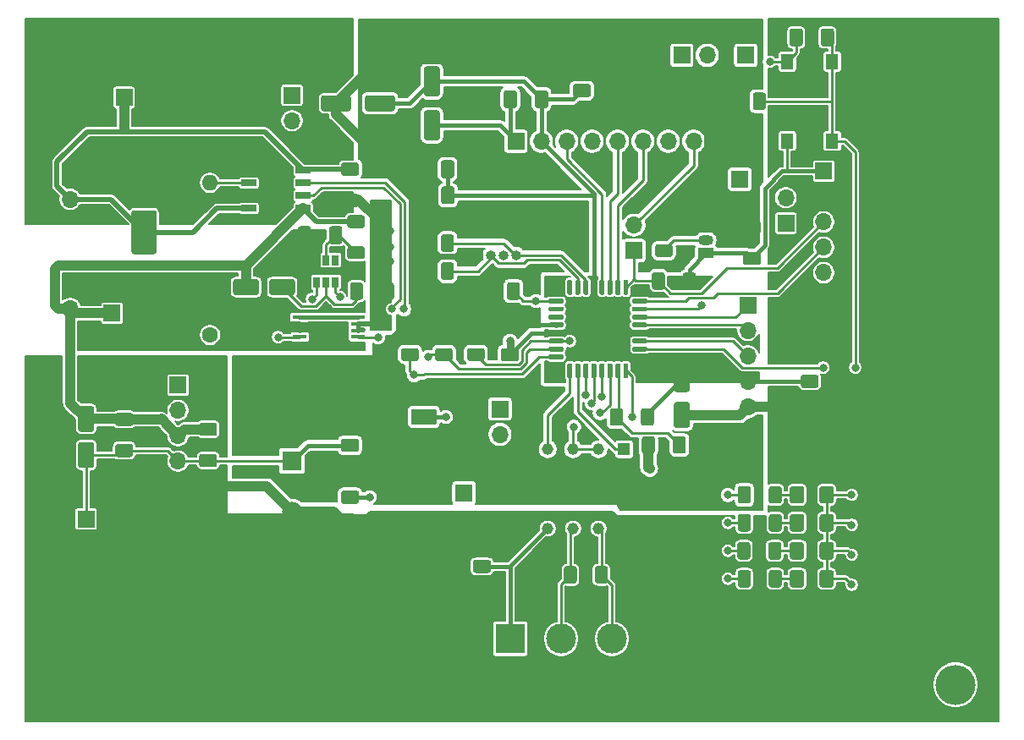
<source format=gtl>
%TF.GenerationSoftware,KiCad,Pcbnew,(5.1.12)-1*%
%TF.CreationDate,2022-08-06T16:21:54+02:00*%
%TF.ProjectId,PrototypV1_rx,50726f74-6f74-4797-9056-315f72782e6b,rev?*%
%TF.SameCoordinates,Original*%
%TF.FileFunction,Copper,L1,Top*%
%TF.FilePolarity,Positive*%
%FSLAX46Y46*%
G04 Gerber Fmt 4.6, Leading zero omitted, Abs format (unit mm)*
G04 Created by KiCad (PCBNEW (5.1.12)-1) date 2022-08-06 16:21:54*
%MOMM*%
%LPD*%
G01*
G04 APERTURE LIST*
%TA.AperFunction,ComponentPad*%
%ADD10C,4.000000*%
%TD*%
%TA.AperFunction,ComponentPad*%
%ADD11O,4.000000X4.000000*%
%TD*%
%TA.AperFunction,ComponentPad*%
%ADD12R,1.700000X1.700000*%
%TD*%
%TA.AperFunction,ComponentPad*%
%ADD13O,1.700000X1.700000*%
%TD*%
%TA.AperFunction,SMDPad,CuDef*%
%ADD14R,1.300000X1.550000*%
%TD*%
%TA.AperFunction,SMDPad,CuDef*%
%ADD15R,0.650000X1.060000*%
%TD*%
%TA.AperFunction,SMDPad,CuDef*%
%ADD16R,1.475000X0.450000*%
%TD*%
%TA.AperFunction,ComponentPad*%
%ADD17R,1.500000X1.050000*%
%TD*%
%TA.AperFunction,ComponentPad*%
%ADD18O,1.500000X1.050000*%
%TD*%
%TA.AperFunction,ComponentPad*%
%ADD19O,1.600000X1.600000*%
%TD*%
%TA.AperFunction,ComponentPad*%
%ADD20C,1.600000*%
%TD*%
%TA.AperFunction,SMDPad,CuDef*%
%ADD21R,2.513000X3.402000*%
%TD*%
%TA.AperFunction,SMDPad,CuDef*%
%ADD22R,1.525000X0.700000*%
%TD*%
%TA.AperFunction,ComponentPad*%
%ADD23C,3.000000*%
%TD*%
%TA.AperFunction,ComponentPad*%
%ADD24R,3.000000X3.000000*%
%TD*%
%TA.AperFunction,ComponentPad*%
%ADD25O,1.000000X1.000000*%
%TD*%
%TA.AperFunction,ComponentPad*%
%ADD26R,1.000000X1.000000*%
%TD*%
%TA.AperFunction,ComponentPad*%
%ADD27C,1.980000*%
%TD*%
%TA.AperFunction,ComponentPad*%
%ADD28R,1.980000X1.980000*%
%TD*%
%TA.AperFunction,ComponentPad*%
%ADD29C,1.160000*%
%TD*%
%TA.AperFunction,ComponentPad*%
%ADD30R,1.160000X1.160000*%
%TD*%
%TA.AperFunction,ViaPad*%
%ADD31C,0.800000*%
%TD*%
%TA.AperFunction,Conductor*%
%ADD32C,0.500000*%
%TD*%
%TA.AperFunction,Conductor*%
%ADD33C,1.000000*%
%TD*%
%TA.AperFunction,Conductor*%
%ADD34C,0.400000*%
%TD*%
%TA.AperFunction,Conductor*%
%ADD35C,0.750000*%
%TD*%
%TA.AperFunction,Conductor*%
%ADD36C,0.250000*%
%TD*%
%TA.AperFunction,Conductor*%
%ADD37C,0.200000*%
%TD*%
G04 APERTURE END LIST*
%TA.AperFunction,SMDPad,CuDef*%
G36*
G01*
X30949998Y-128900000D02*
X32250002Y-128900000D01*
G75*
G02*
X32500000Y-129149998I0J-249998D01*
G01*
X32500000Y-129975002D01*
G75*
G02*
X32250002Y-130225000I-249998J0D01*
G01*
X30949998Y-130225000D01*
G75*
G02*
X30700000Y-129975002I0J249998D01*
G01*
X30700000Y-129149998D01*
G75*
G02*
X30949998Y-128900000I249998J0D01*
G01*
G37*
%TD.AperFunction*%
%TA.AperFunction,SMDPad,CuDef*%
G36*
G01*
X30949998Y-125775000D02*
X32250002Y-125775000D01*
G75*
G02*
X32500000Y-126024998I0J-249998D01*
G01*
X32500000Y-126850002D01*
G75*
G02*
X32250002Y-127100000I-249998J0D01*
G01*
X30949998Y-127100000D01*
G75*
G02*
X30700000Y-126850002I0J249998D01*
G01*
X30700000Y-126024998D01*
G75*
G02*
X30949998Y-125775000I249998J0D01*
G01*
G37*
%TD.AperFunction*%
%TA.AperFunction,SMDPad,CuDef*%
G36*
G01*
X22549998Y-127900000D02*
X23850002Y-127900000D01*
G75*
G02*
X24100000Y-128149998I0J-249998D01*
G01*
X24100000Y-128975002D01*
G75*
G02*
X23850002Y-129225000I-249998J0D01*
G01*
X22549998Y-129225000D01*
G75*
G02*
X22300000Y-128975002I0J249998D01*
G01*
X22300000Y-128149998D01*
G75*
G02*
X22549998Y-127900000I249998J0D01*
G01*
G37*
%TD.AperFunction*%
%TA.AperFunction,SMDPad,CuDef*%
G36*
G01*
X22549998Y-124775000D02*
X23850002Y-124775000D01*
G75*
G02*
X24100000Y-125024998I0J-249998D01*
G01*
X24100000Y-125850002D01*
G75*
G02*
X23850002Y-126100000I-249998J0D01*
G01*
X22549998Y-126100000D01*
G75*
G02*
X22300000Y-125850002I0J249998D01*
G01*
X22300000Y-125024998D01*
G75*
G02*
X22549998Y-124775000I249998J0D01*
G01*
G37*
%TD.AperFunction*%
D10*
X17600000Y-89000000D03*
D11*
X106400000Y-152000000D03*
D12*
X32400000Y-93000000D03*
X85400000Y-89000000D03*
X57200000Y-132800000D03*
D13*
X60800000Y-126940000D03*
D12*
X60800000Y-124400000D03*
D13*
X89400000Y-103260000D03*
D12*
X89400000Y-105800000D03*
D13*
X81540000Y-89000000D03*
D12*
X79000000Y-89000000D03*
D13*
X40000000Y-95540000D03*
D12*
X40000000Y-93000000D03*
X23200000Y-93200000D03*
X26400000Y-114800000D03*
X22000000Y-114800000D03*
X84800000Y-101400000D03*
X19400000Y-135400000D03*
D14*
X89550000Y-97575000D03*
X94050000Y-97575000D03*
X94050000Y-89625000D03*
X89550000Y-89625000D03*
%TA.AperFunction,SMDPad,CuDef*%
G36*
G01*
X87700000Y-142025001D02*
X87700000Y-140774999D01*
G75*
G02*
X87949999Y-140525000I249999J0D01*
G01*
X88750001Y-140525000D01*
G75*
G02*
X89000000Y-140774999I0J-249999D01*
G01*
X89000000Y-142025001D01*
G75*
G02*
X88750001Y-142275000I-249999J0D01*
G01*
X87949999Y-142275000D01*
G75*
G02*
X87700000Y-142025001I0J249999D01*
G01*
G37*
%TD.AperFunction*%
%TA.AperFunction,SMDPad,CuDef*%
G36*
G01*
X84600000Y-142025001D02*
X84600000Y-140774999D01*
G75*
G02*
X84849999Y-140525000I249999J0D01*
G01*
X85650001Y-140525000D01*
G75*
G02*
X85900000Y-140774999I0J-249999D01*
G01*
X85900000Y-142025001D01*
G75*
G02*
X85650001Y-142275000I-249999J0D01*
G01*
X84849999Y-142275000D01*
G75*
G02*
X84600000Y-142025001I0J249999D01*
G01*
G37*
%TD.AperFunction*%
%TA.AperFunction,SMDPad,CuDef*%
G36*
G01*
X87650000Y-139225001D02*
X87650000Y-137974999D01*
G75*
G02*
X87899999Y-137725000I249999J0D01*
G01*
X88700001Y-137725000D01*
G75*
G02*
X88950000Y-137974999I0J-249999D01*
G01*
X88950000Y-139225001D01*
G75*
G02*
X88700001Y-139475000I-249999J0D01*
G01*
X87899999Y-139475000D01*
G75*
G02*
X87650000Y-139225001I0J249999D01*
G01*
G37*
%TD.AperFunction*%
%TA.AperFunction,SMDPad,CuDef*%
G36*
G01*
X84550000Y-139225001D02*
X84550000Y-137974999D01*
G75*
G02*
X84799999Y-137725000I249999J0D01*
G01*
X85600001Y-137725000D01*
G75*
G02*
X85850000Y-137974999I0J-249999D01*
G01*
X85850000Y-139225001D01*
G75*
G02*
X85600001Y-139475000I-249999J0D01*
G01*
X84799999Y-139475000D01*
G75*
G02*
X84550000Y-139225001I0J249999D01*
G01*
G37*
%TD.AperFunction*%
%TA.AperFunction,SMDPad,CuDef*%
G36*
G01*
X87700000Y-136425001D02*
X87700000Y-135174999D01*
G75*
G02*
X87949999Y-134925000I249999J0D01*
G01*
X88750001Y-134925000D01*
G75*
G02*
X89000000Y-135174999I0J-249999D01*
G01*
X89000000Y-136425001D01*
G75*
G02*
X88750001Y-136675000I-249999J0D01*
G01*
X87949999Y-136675000D01*
G75*
G02*
X87700000Y-136425001I0J249999D01*
G01*
G37*
%TD.AperFunction*%
%TA.AperFunction,SMDPad,CuDef*%
G36*
G01*
X84600000Y-136425001D02*
X84600000Y-135174999D01*
G75*
G02*
X84849999Y-134925000I249999J0D01*
G01*
X85650001Y-134925000D01*
G75*
G02*
X85900000Y-135174999I0J-249999D01*
G01*
X85900000Y-136425001D01*
G75*
G02*
X85650001Y-136675000I-249999J0D01*
G01*
X84849999Y-136675000D01*
G75*
G02*
X84600000Y-136425001I0J249999D01*
G01*
G37*
%TD.AperFunction*%
%TA.AperFunction,SMDPad,CuDef*%
G36*
G01*
X87700000Y-133625001D02*
X87700000Y-132374999D01*
G75*
G02*
X87949999Y-132125000I249999J0D01*
G01*
X88750001Y-132125000D01*
G75*
G02*
X89000000Y-132374999I0J-249999D01*
G01*
X89000000Y-133625001D01*
G75*
G02*
X88750001Y-133875000I-249999J0D01*
G01*
X87949999Y-133875000D01*
G75*
G02*
X87700000Y-133625001I0J249999D01*
G01*
G37*
%TD.AperFunction*%
%TA.AperFunction,SMDPad,CuDef*%
G36*
G01*
X84600000Y-133625001D02*
X84600000Y-132374999D01*
G75*
G02*
X84849999Y-132125000I249999J0D01*
G01*
X85650001Y-132125000D01*
G75*
G02*
X85900000Y-132374999I0J-249999D01*
G01*
X85900000Y-133625001D01*
G75*
G02*
X85650001Y-133875000I-249999J0D01*
G01*
X84849999Y-133875000D01*
G75*
G02*
X84600000Y-133625001I0J249999D01*
G01*
G37*
%TD.AperFunction*%
%TA.AperFunction,SMDPad,CuDef*%
G36*
G01*
X84300000Y-92974999D02*
X84300000Y-94225001D01*
G75*
G02*
X84050001Y-94475000I-249999J0D01*
G01*
X83249999Y-94475000D01*
G75*
G02*
X83000000Y-94225001I0J249999D01*
G01*
X83000000Y-92974999D01*
G75*
G02*
X83249999Y-92725000I249999J0D01*
G01*
X84050001Y-92725000D01*
G75*
G02*
X84300000Y-92974999I0J-249999D01*
G01*
G37*
%TD.AperFunction*%
%TA.AperFunction,SMDPad,CuDef*%
G36*
G01*
X87400000Y-92974999D02*
X87400000Y-94225001D01*
G75*
G02*
X87150001Y-94475000I-249999J0D01*
G01*
X86349999Y-94475000D01*
G75*
G02*
X86100000Y-94225001I0J249999D01*
G01*
X86100000Y-92974999D01*
G75*
G02*
X86349999Y-92725000I249999J0D01*
G01*
X87150001Y-92725000D01*
G75*
G02*
X87400000Y-92974999I0J-249999D01*
G01*
G37*
%TD.AperFunction*%
%TA.AperFunction,SMDPad,CuDef*%
G36*
G01*
X91225000Y-140775000D02*
X91225000Y-142025000D01*
G75*
G02*
X90975000Y-142275000I-250000J0D01*
G01*
X90050000Y-142275000D01*
G75*
G02*
X89800000Y-142025000I0J250000D01*
G01*
X89800000Y-140775000D01*
G75*
G02*
X90050000Y-140525000I250000J0D01*
G01*
X90975000Y-140525000D01*
G75*
G02*
X91225000Y-140775000I0J-250000D01*
G01*
G37*
%TD.AperFunction*%
%TA.AperFunction,SMDPad,CuDef*%
G36*
G01*
X94200000Y-140775000D02*
X94200000Y-142025000D01*
G75*
G02*
X93950000Y-142275000I-250000J0D01*
G01*
X93025000Y-142275000D01*
G75*
G02*
X92775000Y-142025000I0J250000D01*
G01*
X92775000Y-140775000D01*
G75*
G02*
X93025000Y-140525000I250000J0D01*
G01*
X93950000Y-140525000D01*
G75*
G02*
X94200000Y-140775000I0J-250000D01*
G01*
G37*
%TD.AperFunction*%
%TA.AperFunction,SMDPad,CuDef*%
G36*
G01*
X91225000Y-137975000D02*
X91225000Y-139225000D01*
G75*
G02*
X90975000Y-139475000I-250000J0D01*
G01*
X90050000Y-139475000D01*
G75*
G02*
X89800000Y-139225000I0J250000D01*
G01*
X89800000Y-137975000D01*
G75*
G02*
X90050000Y-137725000I250000J0D01*
G01*
X90975000Y-137725000D01*
G75*
G02*
X91225000Y-137975000I0J-250000D01*
G01*
G37*
%TD.AperFunction*%
%TA.AperFunction,SMDPad,CuDef*%
G36*
G01*
X94200000Y-137975000D02*
X94200000Y-139225000D01*
G75*
G02*
X93950000Y-139475000I-250000J0D01*
G01*
X93025000Y-139475000D01*
G75*
G02*
X92775000Y-139225000I0J250000D01*
G01*
X92775000Y-137975000D01*
G75*
G02*
X93025000Y-137725000I250000J0D01*
G01*
X93950000Y-137725000D01*
G75*
G02*
X94200000Y-137975000I0J-250000D01*
G01*
G37*
%TD.AperFunction*%
%TA.AperFunction,SMDPad,CuDef*%
G36*
G01*
X91225000Y-135175000D02*
X91225000Y-136425000D01*
G75*
G02*
X90975000Y-136675000I-250000J0D01*
G01*
X90050000Y-136675000D01*
G75*
G02*
X89800000Y-136425000I0J250000D01*
G01*
X89800000Y-135175000D01*
G75*
G02*
X90050000Y-134925000I250000J0D01*
G01*
X90975000Y-134925000D01*
G75*
G02*
X91225000Y-135175000I0J-250000D01*
G01*
G37*
%TD.AperFunction*%
%TA.AperFunction,SMDPad,CuDef*%
G36*
G01*
X94200000Y-135175000D02*
X94200000Y-136425000D01*
G75*
G02*
X93950000Y-136675000I-250000J0D01*
G01*
X93025000Y-136675000D01*
G75*
G02*
X92775000Y-136425000I0J250000D01*
G01*
X92775000Y-135175000D01*
G75*
G02*
X93025000Y-134925000I250000J0D01*
G01*
X93950000Y-134925000D01*
G75*
G02*
X94200000Y-135175000I0J-250000D01*
G01*
G37*
%TD.AperFunction*%
%TA.AperFunction,SMDPad,CuDef*%
G36*
G01*
X91225000Y-132375000D02*
X91225000Y-133625000D01*
G75*
G02*
X90975000Y-133875000I-250000J0D01*
G01*
X90050000Y-133875000D01*
G75*
G02*
X89800000Y-133625000I0J250000D01*
G01*
X89800000Y-132375000D01*
G75*
G02*
X90050000Y-132125000I250000J0D01*
G01*
X90975000Y-132125000D01*
G75*
G02*
X91225000Y-132375000I0J-250000D01*
G01*
G37*
%TD.AperFunction*%
%TA.AperFunction,SMDPad,CuDef*%
G36*
G01*
X94200000Y-132375000D02*
X94200000Y-133625000D01*
G75*
G02*
X93950000Y-133875000I-250000J0D01*
G01*
X93025000Y-133875000D01*
G75*
G02*
X92775000Y-133625000I0J250000D01*
G01*
X92775000Y-132375000D01*
G75*
G02*
X93025000Y-132125000I250000J0D01*
G01*
X93950000Y-132125000D01*
G75*
G02*
X94200000Y-132375000I0J-250000D01*
G01*
G37*
%TD.AperFunction*%
%TA.AperFunction,SMDPad,CuDef*%
G36*
G01*
X91100000Y-86549998D02*
X91100000Y-87850002D01*
G75*
G02*
X90850002Y-88100000I-249998J0D01*
G01*
X90024998Y-88100000D01*
G75*
G02*
X89775000Y-87850002I0J249998D01*
G01*
X89775000Y-86549998D01*
G75*
G02*
X90024998Y-86300000I249998J0D01*
G01*
X90850002Y-86300000D01*
G75*
G02*
X91100000Y-86549998I0J-249998D01*
G01*
G37*
%TD.AperFunction*%
%TA.AperFunction,SMDPad,CuDef*%
G36*
G01*
X94225000Y-86549998D02*
X94225000Y-87850002D01*
G75*
G02*
X93975002Y-88100000I-249998J0D01*
G01*
X93149998Y-88100000D01*
G75*
G02*
X92900000Y-87850002I0J249998D01*
G01*
X92900000Y-86549998D01*
G75*
G02*
X93149998Y-86300000I249998J0D01*
G01*
X93975002Y-86300000D01*
G75*
G02*
X94225000Y-86549998I0J-249998D01*
G01*
G37*
%TD.AperFunction*%
%TA.AperFunction,SMDPad,CuDef*%
G36*
G01*
X57774999Y-118300000D02*
X59025001Y-118300000D01*
G75*
G02*
X59275000Y-118549999I0J-249999D01*
G01*
X59275000Y-119350001D01*
G75*
G02*
X59025001Y-119600000I-249999J0D01*
G01*
X57774999Y-119600000D01*
G75*
G02*
X57525000Y-119350001I0J249999D01*
G01*
X57525000Y-118549999D01*
G75*
G02*
X57774999Y-118300000I249999J0D01*
G01*
G37*
%TD.AperFunction*%
%TA.AperFunction,SMDPad,CuDef*%
G36*
G01*
X57774999Y-115200000D02*
X59025001Y-115200000D01*
G75*
G02*
X59275000Y-115449999I0J-249999D01*
G01*
X59275000Y-116250001D01*
G75*
G02*
X59025001Y-116500000I-249999J0D01*
G01*
X57774999Y-116500000D01*
G75*
G02*
X57525000Y-116250001I0J249999D01*
G01*
X57525000Y-115449999D01*
G75*
G02*
X57774999Y-115200000I249999J0D01*
G01*
G37*
%TD.AperFunction*%
%TA.AperFunction,SMDPad,CuDef*%
G36*
G01*
X51174999Y-118300000D02*
X52425001Y-118300000D01*
G75*
G02*
X52675000Y-118549999I0J-249999D01*
G01*
X52675000Y-119350001D01*
G75*
G02*
X52425001Y-119600000I-249999J0D01*
G01*
X51174999Y-119600000D01*
G75*
G02*
X50925000Y-119350001I0J249999D01*
G01*
X50925000Y-118549999D01*
G75*
G02*
X51174999Y-118300000I249999J0D01*
G01*
G37*
%TD.AperFunction*%
%TA.AperFunction,SMDPad,CuDef*%
G36*
G01*
X51174999Y-115200000D02*
X52425001Y-115200000D01*
G75*
G02*
X52675000Y-115449999I0J-249999D01*
G01*
X52675000Y-116250001D01*
G75*
G02*
X52425001Y-116500000I-249999J0D01*
G01*
X51174999Y-116500000D01*
G75*
G02*
X50925000Y-116250001I0J249999D01*
G01*
X50925000Y-115449999D01*
G75*
G02*
X51174999Y-115200000I249999J0D01*
G01*
G37*
%TD.AperFunction*%
%TA.AperFunction,SMDPad,CuDef*%
G36*
G01*
X54574999Y-118300000D02*
X55825001Y-118300000D01*
G75*
G02*
X56075000Y-118549999I0J-249999D01*
G01*
X56075000Y-119350001D01*
G75*
G02*
X55825001Y-119600000I-249999J0D01*
G01*
X54574999Y-119600000D01*
G75*
G02*
X54325000Y-119350001I0J249999D01*
G01*
X54325000Y-118549999D01*
G75*
G02*
X54574999Y-118300000I249999J0D01*
G01*
G37*
%TD.AperFunction*%
%TA.AperFunction,SMDPad,CuDef*%
G36*
G01*
X54574999Y-115200000D02*
X55825001Y-115200000D01*
G75*
G02*
X56075000Y-115449999I0J-249999D01*
G01*
X56075000Y-116250001D01*
G75*
G02*
X55825001Y-116500000I-249999J0D01*
G01*
X54574999Y-116500000D01*
G75*
G02*
X54325000Y-116250001I0J249999D01*
G01*
X54325000Y-115449999D01*
G75*
G02*
X54574999Y-115200000I249999J0D01*
G01*
G37*
%TD.AperFunction*%
%TA.AperFunction,SMDPad,CuDef*%
G36*
G01*
X59700000Y-111974999D02*
X59700000Y-113225001D01*
G75*
G02*
X59450001Y-113475000I-249999J0D01*
G01*
X58649999Y-113475000D01*
G75*
G02*
X58400000Y-113225001I0J249999D01*
G01*
X58400000Y-111974999D01*
G75*
G02*
X58649999Y-111725000I249999J0D01*
G01*
X59450001Y-111725000D01*
G75*
G02*
X59700000Y-111974999I0J-249999D01*
G01*
G37*
%TD.AperFunction*%
%TA.AperFunction,SMDPad,CuDef*%
G36*
G01*
X62800000Y-111974999D02*
X62800000Y-113225001D01*
G75*
G02*
X62550001Y-113475000I-249999J0D01*
G01*
X61749999Y-113475000D01*
G75*
G02*
X61500000Y-113225001I0J249999D01*
G01*
X61500000Y-111974999D01*
G75*
G02*
X61749999Y-111725000I249999J0D01*
G01*
X62550001Y-111725000D01*
G75*
G02*
X62800000Y-111974999I0J-249999D01*
G01*
G37*
%TD.AperFunction*%
D13*
X74200000Y-106000000D03*
D12*
X74200000Y-108540000D03*
%TA.AperFunction,SMDPad,CuDef*%
G36*
G01*
X18850000Y-127700000D02*
X19950000Y-127700000D01*
G75*
G02*
X20200000Y-127950000I0J-250000D01*
G01*
X20200000Y-130050000D01*
G75*
G02*
X19950000Y-130300000I-250000J0D01*
G01*
X18850000Y-130300000D01*
G75*
G02*
X18600000Y-130050000I0J250000D01*
G01*
X18600000Y-127950000D01*
G75*
G02*
X18850000Y-127700000I250000J0D01*
G01*
G37*
%TD.AperFunction*%
%TA.AperFunction,SMDPad,CuDef*%
G36*
G01*
X18850000Y-124100000D02*
X19950000Y-124100000D01*
G75*
G02*
X20200000Y-124350000I0J-250000D01*
G01*
X20200000Y-126450000D01*
G75*
G02*
X19950000Y-126700000I-250000J0D01*
G01*
X18850000Y-126700000D01*
G75*
G02*
X18600000Y-126450000I0J250000D01*
G01*
X18600000Y-124350000D01*
G75*
G02*
X18850000Y-124100000I250000J0D01*
G01*
G37*
%TD.AperFunction*%
%TA.AperFunction,SMDPad,CuDef*%
G36*
G01*
X48900000Y-113225001D02*
X48900000Y-111974999D01*
G75*
G02*
X49149999Y-111725000I249999J0D01*
G01*
X49950001Y-111725000D01*
G75*
G02*
X50200000Y-111974999I0J-249999D01*
G01*
X50200000Y-113225001D01*
G75*
G02*
X49950001Y-113475000I-249999J0D01*
G01*
X49149999Y-113475000D01*
G75*
G02*
X48900000Y-113225001I0J249999D01*
G01*
G37*
%TD.AperFunction*%
%TA.AperFunction,SMDPad,CuDef*%
G36*
G01*
X45800000Y-113225001D02*
X45800000Y-111974999D01*
G75*
G02*
X46049999Y-111725000I249999J0D01*
G01*
X46850001Y-111725000D01*
G75*
G02*
X47100000Y-111974999I0J-249999D01*
G01*
X47100000Y-113225001D01*
G75*
G02*
X46850001Y-113475000I-249999J0D01*
G01*
X46049999Y-113475000D01*
G75*
G02*
X45800000Y-113225001I0J249999D01*
G01*
G37*
%TD.AperFunction*%
%TA.AperFunction,SMDPad,CuDef*%
G36*
G01*
X47025001Y-106300000D02*
X45774999Y-106300000D01*
G75*
G02*
X45525000Y-106050001I0J249999D01*
G01*
X45525000Y-105249999D01*
G75*
G02*
X45774999Y-105000000I249999J0D01*
G01*
X47025001Y-105000000D01*
G75*
G02*
X47275000Y-105249999I0J-249999D01*
G01*
X47275000Y-106050001D01*
G75*
G02*
X47025001Y-106300000I-249999J0D01*
G01*
G37*
%TD.AperFunction*%
%TA.AperFunction,SMDPad,CuDef*%
G36*
G01*
X47025001Y-109400000D02*
X45774999Y-109400000D01*
G75*
G02*
X45525000Y-109150001I0J249999D01*
G01*
X45525000Y-108349999D01*
G75*
G02*
X45774999Y-108100000I249999J0D01*
G01*
X47025001Y-108100000D01*
G75*
G02*
X47275000Y-108349999I0J-249999D01*
G01*
X47275000Y-109150001D01*
G75*
G02*
X47025001Y-109400000I-249999J0D01*
G01*
G37*
%TD.AperFunction*%
D13*
X17800000Y-114340000D03*
D12*
X17800000Y-111800000D03*
D15*
X43400000Y-109500000D03*
X42450000Y-109500000D03*
X44350000Y-109500000D03*
X44350000Y-111700000D03*
X43400000Y-111700000D03*
X42450000Y-111700000D03*
D16*
X46633000Y-115240000D03*
X46633000Y-115890000D03*
X46633000Y-116540000D03*
X46633000Y-117190000D03*
X40757000Y-117190000D03*
X40757000Y-116540000D03*
X40757000Y-115890000D03*
X40757000Y-115240000D03*
%TA.AperFunction,SMDPad,CuDef*%
G36*
G01*
X37700000Y-112750000D02*
X37700000Y-111650000D01*
G75*
G02*
X37950000Y-111400000I250000J0D01*
G01*
X40050000Y-111400000D01*
G75*
G02*
X40300000Y-111650000I0J-250000D01*
G01*
X40300000Y-112750000D01*
G75*
G02*
X40050000Y-113000000I-250000J0D01*
G01*
X37950000Y-113000000D01*
G75*
G02*
X37700000Y-112750000I0J250000D01*
G01*
G37*
%TD.AperFunction*%
%TA.AperFunction,SMDPad,CuDef*%
G36*
G01*
X34100000Y-112750000D02*
X34100000Y-111650000D01*
G75*
G02*
X34350000Y-111400000I250000J0D01*
G01*
X36450000Y-111400000D01*
G75*
G02*
X36700000Y-111650000I0J-250000D01*
G01*
X36700000Y-112750000D01*
G75*
G02*
X36450000Y-113000000I-250000J0D01*
G01*
X34350000Y-113000000D01*
G75*
G02*
X34100000Y-112750000I0J250000D01*
G01*
G37*
%TD.AperFunction*%
%TA.AperFunction,SMDPad,CuDef*%
G36*
G01*
X43700000Y-107650002D02*
X43700000Y-106349998D01*
G75*
G02*
X43949998Y-106100000I249998J0D01*
G01*
X44775002Y-106100000D01*
G75*
G02*
X45025000Y-106349998I0J-249998D01*
G01*
X45025000Y-107650002D01*
G75*
G02*
X44775002Y-107900000I-249998J0D01*
G01*
X43949998Y-107900000D01*
G75*
G02*
X43700000Y-107650002I0J249998D01*
G01*
G37*
%TD.AperFunction*%
%TA.AperFunction,SMDPad,CuDef*%
G36*
G01*
X40575000Y-107650002D02*
X40575000Y-106349998D01*
G75*
G02*
X40824998Y-106100000I249998J0D01*
G01*
X41650002Y-106100000D01*
G75*
G02*
X41900000Y-106349998I0J-249998D01*
G01*
X41900000Y-107650002D01*
G75*
G02*
X41650002Y-107900000I-249998J0D01*
G01*
X40824998Y-107900000D01*
G75*
G02*
X40575000Y-107650002I0J249998D01*
G01*
G37*
%TD.AperFunction*%
D17*
X81400000Y-108800000D03*
D18*
X81400000Y-106260000D03*
X81400000Y-107530000D03*
%TA.AperFunction,SMDPad,CuDef*%
G36*
G01*
X77825001Y-106100000D02*
X76574999Y-106100000D01*
G75*
G02*
X76325000Y-105850001I0J249999D01*
G01*
X76325000Y-105049999D01*
G75*
G02*
X76574999Y-104800000I249999J0D01*
G01*
X77825001Y-104800000D01*
G75*
G02*
X78075000Y-105049999I0J-249999D01*
G01*
X78075000Y-105850001D01*
G75*
G02*
X77825001Y-106100000I-249999J0D01*
G01*
G37*
%TD.AperFunction*%
%TA.AperFunction,SMDPad,CuDef*%
G36*
G01*
X77825001Y-109200000D02*
X76574999Y-109200000D01*
G75*
G02*
X76325000Y-108950001I0J249999D01*
G01*
X76325000Y-108149999D01*
G75*
G02*
X76574999Y-107900000I249999J0D01*
G01*
X77825001Y-107900000D01*
G75*
G02*
X78075000Y-108149999I0J-249999D01*
G01*
X78075000Y-108950001D01*
G75*
G02*
X77825001Y-109200000I-249999J0D01*
G01*
G37*
%TD.AperFunction*%
%TA.AperFunction,SMDPad,CuDef*%
G36*
G01*
X79100000Y-112225001D02*
X79100000Y-110974999D01*
G75*
G02*
X79349999Y-110725000I249999J0D01*
G01*
X80150001Y-110725000D01*
G75*
G02*
X80400000Y-110974999I0J-249999D01*
G01*
X80400000Y-112225001D01*
G75*
G02*
X80150001Y-112475000I-249999J0D01*
G01*
X79349999Y-112475000D01*
G75*
G02*
X79100000Y-112225001I0J249999D01*
G01*
G37*
%TD.AperFunction*%
%TA.AperFunction,SMDPad,CuDef*%
G36*
G01*
X76000000Y-112225001D02*
X76000000Y-110974999D01*
G75*
G02*
X76249999Y-110725000I249999J0D01*
G01*
X77050001Y-110725000D01*
G75*
G02*
X77300000Y-110974999I0J-249999D01*
G01*
X77300000Y-112225001D01*
G75*
G02*
X77050001Y-112475000I-249999J0D01*
G01*
X76249999Y-112475000D01*
G75*
G02*
X76000000Y-112225001I0J249999D01*
G01*
G37*
%TD.AperFunction*%
%TA.AperFunction,SMDPad,CuDef*%
G36*
G01*
X53100000Y-107174999D02*
X53100000Y-108425001D01*
G75*
G02*
X52850001Y-108675000I-249999J0D01*
G01*
X52049999Y-108675000D01*
G75*
G02*
X51800000Y-108425001I0J249999D01*
G01*
X51800000Y-107174999D01*
G75*
G02*
X52049999Y-106925000I249999J0D01*
G01*
X52850001Y-106925000D01*
G75*
G02*
X53100000Y-107174999I0J-249999D01*
G01*
G37*
%TD.AperFunction*%
%TA.AperFunction,SMDPad,CuDef*%
G36*
G01*
X56200000Y-107174999D02*
X56200000Y-108425001D01*
G75*
G02*
X55950001Y-108675000I-249999J0D01*
G01*
X55149999Y-108675000D01*
G75*
G02*
X54900000Y-108425001I0J249999D01*
G01*
X54900000Y-107174999D01*
G75*
G02*
X55149999Y-106925000I249999J0D01*
G01*
X55950001Y-106925000D01*
G75*
G02*
X56200000Y-107174999I0J-249999D01*
G01*
G37*
%TD.AperFunction*%
%TA.AperFunction,SMDPad,CuDef*%
G36*
G01*
X53100000Y-109974999D02*
X53100000Y-111225001D01*
G75*
G02*
X52850001Y-111475000I-249999J0D01*
G01*
X52049999Y-111475000D01*
G75*
G02*
X51800000Y-111225001I0J249999D01*
G01*
X51800000Y-109974999D01*
G75*
G02*
X52049999Y-109725000I249999J0D01*
G01*
X52850001Y-109725000D01*
G75*
G02*
X53100000Y-109974999I0J-249999D01*
G01*
G37*
%TD.AperFunction*%
%TA.AperFunction,SMDPad,CuDef*%
G36*
G01*
X56200000Y-109974999D02*
X56200000Y-111225001D01*
G75*
G02*
X55950001Y-111475000I-249999J0D01*
G01*
X55149999Y-111475000D01*
G75*
G02*
X54900000Y-111225001I0J249999D01*
G01*
X54900000Y-109974999D01*
G75*
G02*
X55149999Y-109725000I249999J0D01*
G01*
X55950001Y-109725000D01*
G75*
G02*
X56200000Y-109974999I0J-249999D01*
G01*
G37*
%TD.AperFunction*%
D19*
X31800000Y-101760000D03*
D20*
X31800000Y-117000000D03*
%TA.AperFunction,SMDPad,CuDef*%
G36*
G01*
X68500000Y-140374999D02*
X68500000Y-141625001D01*
G75*
G02*
X68250001Y-141875000I-249999J0D01*
G01*
X67449999Y-141875000D01*
G75*
G02*
X67200000Y-141625001I0J249999D01*
G01*
X67200000Y-140374999D01*
G75*
G02*
X67449999Y-140125000I249999J0D01*
G01*
X68250001Y-140125000D01*
G75*
G02*
X68500000Y-140374999I0J-249999D01*
G01*
G37*
%TD.AperFunction*%
%TA.AperFunction,SMDPad,CuDef*%
G36*
G01*
X71600000Y-140374999D02*
X71600000Y-141625001D01*
G75*
G02*
X71350001Y-141875000I-249999J0D01*
G01*
X70549999Y-141875000D01*
G75*
G02*
X70300000Y-141625001I0J249999D01*
G01*
X70300000Y-140374999D01*
G75*
G02*
X70549999Y-140125000I249999J0D01*
G01*
X71350001Y-140125000D01*
G75*
G02*
X71600000Y-140374999I0J-249999D01*
G01*
G37*
%TD.AperFunction*%
%TA.AperFunction,SMDPad,CuDef*%
G36*
G01*
X74900000Y-125825001D02*
X74900000Y-124574999D01*
G75*
G02*
X75149999Y-124325000I249999J0D01*
G01*
X75950001Y-124325000D01*
G75*
G02*
X76200000Y-124574999I0J-249999D01*
G01*
X76200000Y-125825001D01*
G75*
G02*
X75950001Y-126075000I-249999J0D01*
G01*
X75149999Y-126075000D01*
G75*
G02*
X74900000Y-125825001I0J249999D01*
G01*
G37*
%TD.AperFunction*%
%TA.AperFunction,SMDPad,CuDef*%
G36*
G01*
X71800000Y-125825001D02*
X71800000Y-124574999D01*
G75*
G02*
X72049999Y-124325000I249999J0D01*
G01*
X72850001Y-124325000D01*
G75*
G02*
X73100000Y-124574999I0J-249999D01*
G01*
X73100000Y-125825001D01*
G75*
G02*
X72850001Y-126075000I-249999J0D01*
G01*
X72049999Y-126075000D01*
G75*
G02*
X71800000Y-125825001I0J249999D01*
G01*
G37*
%TD.AperFunction*%
%TA.AperFunction,SMDPad,CuDef*%
G36*
G01*
X78100000Y-128625001D02*
X78100000Y-127374999D01*
G75*
G02*
X78349999Y-127125000I249999J0D01*
G01*
X79150001Y-127125000D01*
G75*
G02*
X79400000Y-127374999I0J-249999D01*
G01*
X79400000Y-128625001D01*
G75*
G02*
X79150001Y-128875000I-249999J0D01*
G01*
X78349999Y-128875000D01*
G75*
G02*
X78100000Y-128625001I0J249999D01*
G01*
G37*
%TD.AperFunction*%
%TA.AperFunction,SMDPad,CuDef*%
G36*
G01*
X75000000Y-128625001D02*
X75000000Y-127374999D01*
G75*
G02*
X75249999Y-127125000I249999J0D01*
G01*
X76050001Y-127125000D01*
G75*
G02*
X76300000Y-127374999I0J-249999D01*
G01*
X76300000Y-128625001D01*
G75*
G02*
X76050001Y-128875000I-249999J0D01*
G01*
X75249999Y-128875000D01*
G75*
G02*
X75000000Y-128625001I0J249999D01*
G01*
G37*
%TD.AperFunction*%
D13*
X17800000Y-103400000D03*
D12*
X17800000Y-100860000D03*
D21*
X38400000Y-102400000D03*
D22*
X41112000Y-100495000D03*
X41112000Y-101765000D03*
X41112000Y-103035000D03*
X41112000Y-104305000D03*
X35688000Y-104305000D03*
X35688000Y-103035000D03*
X35688000Y-101765000D03*
X35688000Y-100495000D03*
D13*
X85600000Y-124160000D03*
X85600000Y-121620000D03*
X85600000Y-119080000D03*
X85600000Y-116540000D03*
D12*
X85600000Y-114000000D03*
D13*
X28600000Y-132160000D03*
X28600000Y-129620000D03*
X28600000Y-127080000D03*
X28600000Y-124540000D03*
D12*
X28600000Y-122000000D03*
D23*
X77080000Y-147400000D03*
D24*
X61840000Y-147400000D03*
D23*
X72000000Y-147400000D03*
X66920000Y-147400000D03*
D13*
X93200000Y-110760000D03*
X93200000Y-108220000D03*
X93200000Y-105680000D03*
X93200000Y-103140000D03*
D12*
X93200000Y-100600000D03*
D25*
X62410000Y-109000000D03*
X61140000Y-109000000D03*
X59870000Y-109000000D03*
D26*
X58600000Y-109000000D03*
D13*
X80180000Y-97600000D03*
X77640000Y-97600000D03*
X75100000Y-97600000D03*
X72560000Y-97600000D03*
X70020000Y-97600000D03*
X67480000Y-97600000D03*
X64940000Y-97600000D03*
D12*
X62400000Y-97600000D03*
%TA.AperFunction,SMDPad,CuDef*%
G36*
G01*
X67550000Y-112850000D02*
X67550000Y-111600000D01*
G75*
G02*
X67675000Y-111475000I125000J0D01*
G01*
X67925000Y-111475000D01*
G75*
G02*
X68050000Y-111600000I0J-125000D01*
G01*
X68050000Y-112850000D01*
G75*
G02*
X67925000Y-112975000I-125000J0D01*
G01*
X67675000Y-112975000D01*
G75*
G02*
X67550000Y-112850000I0J125000D01*
G01*
G37*
%TD.AperFunction*%
%TA.AperFunction,SMDPad,CuDef*%
G36*
G01*
X68350000Y-112850000D02*
X68350000Y-111600000D01*
G75*
G02*
X68475000Y-111475000I125000J0D01*
G01*
X68725000Y-111475000D01*
G75*
G02*
X68850000Y-111600000I0J-125000D01*
G01*
X68850000Y-112850000D01*
G75*
G02*
X68725000Y-112975000I-125000J0D01*
G01*
X68475000Y-112975000D01*
G75*
G02*
X68350000Y-112850000I0J125000D01*
G01*
G37*
%TD.AperFunction*%
%TA.AperFunction,SMDPad,CuDef*%
G36*
G01*
X69150000Y-112850000D02*
X69150000Y-111600000D01*
G75*
G02*
X69275000Y-111475000I125000J0D01*
G01*
X69525000Y-111475000D01*
G75*
G02*
X69650000Y-111600000I0J-125000D01*
G01*
X69650000Y-112850000D01*
G75*
G02*
X69525000Y-112975000I-125000J0D01*
G01*
X69275000Y-112975000D01*
G75*
G02*
X69150000Y-112850000I0J125000D01*
G01*
G37*
%TD.AperFunction*%
%TA.AperFunction,SMDPad,CuDef*%
G36*
G01*
X69950000Y-112850000D02*
X69950000Y-111600000D01*
G75*
G02*
X70075000Y-111475000I125000J0D01*
G01*
X70325000Y-111475000D01*
G75*
G02*
X70450000Y-111600000I0J-125000D01*
G01*
X70450000Y-112850000D01*
G75*
G02*
X70325000Y-112975000I-125000J0D01*
G01*
X70075000Y-112975000D01*
G75*
G02*
X69950000Y-112850000I0J125000D01*
G01*
G37*
%TD.AperFunction*%
%TA.AperFunction,SMDPad,CuDef*%
G36*
G01*
X70750000Y-112850000D02*
X70750000Y-111600000D01*
G75*
G02*
X70875000Y-111475000I125000J0D01*
G01*
X71125000Y-111475000D01*
G75*
G02*
X71250000Y-111600000I0J-125000D01*
G01*
X71250000Y-112850000D01*
G75*
G02*
X71125000Y-112975000I-125000J0D01*
G01*
X70875000Y-112975000D01*
G75*
G02*
X70750000Y-112850000I0J125000D01*
G01*
G37*
%TD.AperFunction*%
%TA.AperFunction,SMDPad,CuDef*%
G36*
G01*
X71550000Y-112850000D02*
X71550000Y-111600000D01*
G75*
G02*
X71675000Y-111475000I125000J0D01*
G01*
X71925000Y-111475000D01*
G75*
G02*
X72050000Y-111600000I0J-125000D01*
G01*
X72050000Y-112850000D01*
G75*
G02*
X71925000Y-112975000I-125000J0D01*
G01*
X71675000Y-112975000D01*
G75*
G02*
X71550000Y-112850000I0J125000D01*
G01*
G37*
%TD.AperFunction*%
%TA.AperFunction,SMDPad,CuDef*%
G36*
G01*
X72350000Y-112850000D02*
X72350000Y-111600000D01*
G75*
G02*
X72475000Y-111475000I125000J0D01*
G01*
X72725000Y-111475000D01*
G75*
G02*
X72850000Y-111600000I0J-125000D01*
G01*
X72850000Y-112850000D01*
G75*
G02*
X72725000Y-112975000I-125000J0D01*
G01*
X72475000Y-112975000D01*
G75*
G02*
X72350000Y-112850000I0J125000D01*
G01*
G37*
%TD.AperFunction*%
%TA.AperFunction,SMDPad,CuDef*%
G36*
G01*
X73150000Y-112850000D02*
X73150000Y-111600000D01*
G75*
G02*
X73275000Y-111475000I125000J0D01*
G01*
X73525000Y-111475000D01*
G75*
G02*
X73650000Y-111600000I0J-125000D01*
G01*
X73650000Y-112850000D01*
G75*
G02*
X73525000Y-112975000I-125000J0D01*
G01*
X73275000Y-112975000D01*
G75*
G02*
X73150000Y-112850000I0J125000D01*
G01*
G37*
%TD.AperFunction*%
%TA.AperFunction,SMDPad,CuDef*%
G36*
G01*
X74025000Y-113725000D02*
X74025000Y-113475000D01*
G75*
G02*
X74150000Y-113350000I125000J0D01*
G01*
X75400000Y-113350000D01*
G75*
G02*
X75525000Y-113475000I0J-125000D01*
G01*
X75525000Y-113725000D01*
G75*
G02*
X75400000Y-113850000I-125000J0D01*
G01*
X74150000Y-113850000D01*
G75*
G02*
X74025000Y-113725000I0J125000D01*
G01*
G37*
%TD.AperFunction*%
%TA.AperFunction,SMDPad,CuDef*%
G36*
G01*
X74025000Y-114525000D02*
X74025000Y-114275000D01*
G75*
G02*
X74150000Y-114150000I125000J0D01*
G01*
X75400000Y-114150000D01*
G75*
G02*
X75525000Y-114275000I0J-125000D01*
G01*
X75525000Y-114525000D01*
G75*
G02*
X75400000Y-114650000I-125000J0D01*
G01*
X74150000Y-114650000D01*
G75*
G02*
X74025000Y-114525000I0J125000D01*
G01*
G37*
%TD.AperFunction*%
%TA.AperFunction,SMDPad,CuDef*%
G36*
G01*
X74025000Y-115325000D02*
X74025000Y-115075000D01*
G75*
G02*
X74150000Y-114950000I125000J0D01*
G01*
X75400000Y-114950000D01*
G75*
G02*
X75525000Y-115075000I0J-125000D01*
G01*
X75525000Y-115325000D01*
G75*
G02*
X75400000Y-115450000I-125000J0D01*
G01*
X74150000Y-115450000D01*
G75*
G02*
X74025000Y-115325000I0J125000D01*
G01*
G37*
%TD.AperFunction*%
%TA.AperFunction,SMDPad,CuDef*%
G36*
G01*
X74025000Y-116125000D02*
X74025000Y-115875000D01*
G75*
G02*
X74150000Y-115750000I125000J0D01*
G01*
X75400000Y-115750000D01*
G75*
G02*
X75525000Y-115875000I0J-125000D01*
G01*
X75525000Y-116125000D01*
G75*
G02*
X75400000Y-116250000I-125000J0D01*
G01*
X74150000Y-116250000D01*
G75*
G02*
X74025000Y-116125000I0J125000D01*
G01*
G37*
%TD.AperFunction*%
%TA.AperFunction,SMDPad,CuDef*%
G36*
G01*
X74025000Y-116925000D02*
X74025000Y-116675000D01*
G75*
G02*
X74150000Y-116550000I125000J0D01*
G01*
X75400000Y-116550000D01*
G75*
G02*
X75525000Y-116675000I0J-125000D01*
G01*
X75525000Y-116925000D01*
G75*
G02*
X75400000Y-117050000I-125000J0D01*
G01*
X74150000Y-117050000D01*
G75*
G02*
X74025000Y-116925000I0J125000D01*
G01*
G37*
%TD.AperFunction*%
%TA.AperFunction,SMDPad,CuDef*%
G36*
G01*
X74025000Y-117725000D02*
X74025000Y-117475000D01*
G75*
G02*
X74150000Y-117350000I125000J0D01*
G01*
X75400000Y-117350000D01*
G75*
G02*
X75525000Y-117475000I0J-125000D01*
G01*
X75525000Y-117725000D01*
G75*
G02*
X75400000Y-117850000I-125000J0D01*
G01*
X74150000Y-117850000D01*
G75*
G02*
X74025000Y-117725000I0J125000D01*
G01*
G37*
%TD.AperFunction*%
%TA.AperFunction,SMDPad,CuDef*%
G36*
G01*
X74025000Y-118525000D02*
X74025000Y-118275000D01*
G75*
G02*
X74150000Y-118150000I125000J0D01*
G01*
X75400000Y-118150000D01*
G75*
G02*
X75525000Y-118275000I0J-125000D01*
G01*
X75525000Y-118525000D01*
G75*
G02*
X75400000Y-118650000I-125000J0D01*
G01*
X74150000Y-118650000D01*
G75*
G02*
X74025000Y-118525000I0J125000D01*
G01*
G37*
%TD.AperFunction*%
%TA.AperFunction,SMDPad,CuDef*%
G36*
G01*
X74025000Y-119325000D02*
X74025000Y-119075000D01*
G75*
G02*
X74150000Y-118950000I125000J0D01*
G01*
X75400000Y-118950000D01*
G75*
G02*
X75525000Y-119075000I0J-125000D01*
G01*
X75525000Y-119325000D01*
G75*
G02*
X75400000Y-119450000I-125000J0D01*
G01*
X74150000Y-119450000D01*
G75*
G02*
X74025000Y-119325000I0J125000D01*
G01*
G37*
%TD.AperFunction*%
%TA.AperFunction,SMDPad,CuDef*%
G36*
G01*
X73150000Y-121200000D02*
X73150000Y-119950000D01*
G75*
G02*
X73275000Y-119825000I125000J0D01*
G01*
X73525000Y-119825000D01*
G75*
G02*
X73650000Y-119950000I0J-125000D01*
G01*
X73650000Y-121200000D01*
G75*
G02*
X73525000Y-121325000I-125000J0D01*
G01*
X73275000Y-121325000D01*
G75*
G02*
X73150000Y-121200000I0J125000D01*
G01*
G37*
%TD.AperFunction*%
%TA.AperFunction,SMDPad,CuDef*%
G36*
G01*
X72350000Y-121200000D02*
X72350000Y-119950000D01*
G75*
G02*
X72475000Y-119825000I125000J0D01*
G01*
X72725000Y-119825000D01*
G75*
G02*
X72850000Y-119950000I0J-125000D01*
G01*
X72850000Y-121200000D01*
G75*
G02*
X72725000Y-121325000I-125000J0D01*
G01*
X72475000Y-121325000D01*
G75*
G02*
X72350000Y-121200000I0J125000D01*
G01*
G37*
%TD.AperFunction*%
%TA.AperFunction,SMDPad,CuDef*%
G36*
G01*
X71550000Y-121200000D02*
X71550000Y-119950000D01*
G75*
G02*
X71675000Y-119825000I125000J0D01*
G01*
X71925000Y-119825000D01*
G75*
G02*
X72050000Y-119950000I0J-125000D01*
G01*
X72050000Y-121200000D01*
G75*
G02*
X71925000Y-121325000I-125000J0D01*
G01*
X71675000Y-121325000D01*
G75*
G02*
X71550000Y-121200000I0J125000D01*
G01*
G37*
%TD.AperFunction*%
%TA.AperFunction,SMDPad,CuDef*%
G36*
G01*
X70750000Y-121200000D02*
X70750000Y-119950000D01*
G75*
G02*
X70875000Y-119825000I125000J0D01*
G01*
X71125000Y-119825000D01*
G75*
G02*
X71250000Y-119950000I0J-125000D01*
G01*
X71250000Y-121200000D01*
G75*
G02*
X71125000Y-121325000I-125000J0D01*
G01*
X70875000Y-121325000D01*
G75*
G02*
X70750000Y-121200000I0J125000D01*
G01*
G37*
%TD.AperFunction*%
%TA.AperFunction,SMDPad,CuDef*%
G36*
G01*
X69950000Y-121200000D02*
X69950000Y-119950000D01*
G75*
G02*
X70075000Y-119825000I125000J0D01*
G01*
X70325000Y-119825000D01*
G75*
G02*
X70450000Y-119950000I0J-125000D01*
G01*
X70450000Y-121200000D01*
G75*
G02*
X70325000Y-121325000I-125000J0D01*
G01*
X70075000Y-121325000D01*
G75*
G02*
X69950000Y-121200000I0J125000D01*
G01*
G37*
%TD.AperFunction*%
%TA.AperFunction,SMDPad,CuDef*%
G36*
G01*
X69150000Y-121200000D02*
X69150000Y-119950000D01*
G75*
G02*
X69275000Y-119825000I125000J0D01*
G01*
X69525000Y-119825000D01*
G75*
G02*
X69650000Y-119950000I0J-125000D01*
G01*
X69650000Y-121200000D01*
G75*
G02*
X69525000Y-121325000I-125000J0D01*
G01*
X69275000Y-121325000D01*
G75*
G02*
X69150000Y-121200000I0J125000D01*
G01*
G37*
%TD.AperFunction*%
%TA.AperFunction,SMDPad,CuDef*%
G36*
G01*
X68350000Y-121200000D02*
X68350000Y-119950000D01*
G75*
G02*
X68475000Y-119825000I125000J0D01*
G01*
X68725000Y-119825000D01*
G75*
G02*
X68850000Y-119950000I0J-125000D01*
G01*
X68850000Y-121200000D01*
G75*
G02*
X68725000Y-121325000I-125000J0D01*
G01*
X68475000Y-121325000D01*
G75*
G02*
X68350000Y-121200000I0J125000D01*
G01*
G37*
%TD.AperFunction*%
%TA.AperFunction,SMDPad,CuDef*%
G36*
G01*
X67550000Y-121200000D02*
X67550000Y-119950000D01*
G75*
G02*
X67675000Y-119825000I125000J0D01*
G01*
X67925000Y-119825000D01*
G75*
G02*
X68050000Y-119950000I0J-125000D01*
G01*
X68050000Y-121200000D01*
G75*
G02*
X67925000Y-121325000I-125000J0D01*
G01*
X67675000Y-121325000D01*
G75*
G02*
X67550000Y-121200000I0J125000D01*
G01*
G37*
%TD.AperFunction*%
%TA.AperFunction,SMDPad,CuDef*%
G36*
G01*
X65675000Y-119325000D02*
X65675000Y-119075000D01*
G75*
G02*
X65800000Y-118950000I125000J0D01*
G01*
X67050000Y-118950000D01*
G75*
G02*
X67175000Y-119075000I0J-125000D01*
G01*
X67175000Y-119325000D01*
G75*
G02*
X67050000Y-119450000I-125000J0D01*
G01*
X65800000Y-119450000D01*
G75*
G02*
X65675000Y-119325000I0J125000D01*
G01*
G37*
%TD.AperFunction*%
%TA.AperFunction,SMDPad,CuDef*%
G36*
G01*
X65675000Y-118525000D02*
X65675000Y-118275000D01*
G75*
G02*
X65800000Y-118150000I125000J0D01*
G01*
X67050000Y-118150000D01*
G75*
G02*
X67175000Y-118275000I0J-125000D01*
G01*
X67175000Y-118525000D01*
G75*
G02*
X67050000Y-118650000I-125000J0D01*
G01*
X65800000Y-118650000D01*
G75*
G02*
X65675000Y-118525000I0J125000D01*
G01*
G37*
%TD.AperFunction*%
%TA.AperFunction,SMDPad,CuDef*%
G36*
G01*
X65675000Y-117725000D02*
X65675000Y-117475000D01*
G75*
G02*
X65800000Y-117350000I125000J0D01*
G01*
X67050000Y-117350000D01*
G75*
G02*
X67175000Y-117475000I0J-125000D01*
G01*
X67175000Y-117725000D01*
G75*
G02*
X67050000Y-117850000I-125000J0D01*
G01*
X65800000Y-117850000D01*
G75*
G02*
X65675000Y-117725000I0J125000D01*
G01*
G37*
%TD.AperFunction*%
%TA.AperFunction,SMDPad,CuDef*%
G36*
G01*
X65675000Y-116925000D02*
X65675000Y-116675000D01*
G75*
G02*
X65800000Y-116550000I125000J0D01*
G01*
X67050000Y-116550000D01*
G75*
G02*
X67175000Y-116675000I0J-125000D01*
G01*
X67175000Y-116925000D01*
G75*
G02*
X67050000Y-117050000I-125000J0D01*
G01*
X65800000Y-117050000D01*
G75*
G02*
X65675000Y-116925000I0J125000D01*
G01*
G37*
%TD.AperFunction*%
%TA.AperFunction,SMDPad,CuDef*%
G36*
G01*
X65675000Y-116125000D02*
X65675000Y-115875000D01*
G75*
G02*
X65800000Y-115750000I125000J0D01*
G01*
X67050000Y-115750000D01*
G75*
G02*
X67175000Y-115875000I0J-125000D01*
G01*
X67175000Y-116125000D01*
G75*
G02*
X67050000Y-116250000I-125000J0D01*
G01*
X65800000Y-116250000D01*
G75*
G02*
X65675000Y-116125000I0J125000D01*
G01*
G37*
%TD.AperFunction*%
%TA.AperFunction,SMDPad,CuDef*%
G36*
G01*
X65675000Y-115325000D02*
X65675000Y-115075000D01*
G75*
G02*
X65800000Y-114950000I125000J0D01*
G01*
X67050000Y-114950000D01*
G75*
G02*
X67175000Y-115075000I0J-125000D01*
G01*
X67175000Y-115325000D01*
G75*
G02*
X67050000Y-115450000I-125000J0D01*
G01*
X65800000Y-115450000D01*
G75*
G02*
X65675000Y-115325000I0J125000D01*
G01*
G37*
%TD.AperFunction*%
%TA.AperFunction,SMDPad,CuDef*%
G36*
G01*
X65675000Y-114525000D02*
X65675000Y-114275000D01*
G75*
G02*
X65800000Y-114150000I125000J0D01*
G01*
X67050000Y-114150000D01*
G75*
G02*
X67175000Y-114275000I0J-125000D01*
G01*
X67175000Y-114525000D01*
G75*
G02*
X67050000Y-114650000I-125000J0D01*
G01*
X65800000Y-114650000D01*
G75*
G02*
X65675000Y-114525000I0J125000D01*
G01*
G37*
%TD.AperFunction*%
%TA.AperFunction,SMDPad,CuDef*%
G36*
G01*
X65675000Y-113725000D02*
X65675000Y-113475000D01*
G75*
G02*
X65800000Y-113350000I125000J0D01*
G01*
X67050000Y-113350000D01*
G75*
G02*
X67175000Y-113475000I0J-125000D01*
G01*
X67175000Y-113725000D01*
G75*
G02*
X67050000Y-113850000I-125000J0D01*
G01*
X65800000Y-113850000D01*
G75*
G02*
X65675000Y-113725000I0J125000D01*
G01*
G37*
%TD.AperFunction*%
D27*
X40000000Y-134700000D03*
X40000000Y-132150000D03*
D28*
X40000000Y-129600000D03*
D29*
X73210000Y-136370000D03*
X70670000Y-136370000D03*
X68130000Y-136370000D03*
X65590000Y-136370000D03*
X65590000Y-128430000D03*
X68130000Y-128430000D03*
X70670000Y-128430000D03*
D30*
X73210000Y-128430000D03*
%TA.AperFunction,SMDPad,CuDef*%
G36*
G01*
X45149998Y-102862500D02*
X46450002Y-102862500D01*
G75*
G02*
X46700000Y-103112498I0J-249998D01*
G01*
X46700000Y-103937502D01*
G75*
G02*
X46450002Y-104187500I-249998J0D01*
G01*
X45149998Y-104187500D01*
G75*
G02*
X44900000Y-103937502I0J249998D01*
G01*
X44900000Y-103112498D01*
G75*
G02*
X45149998Y-102862500I249998J0D01*
G01*
G37*
%TD.AperFunction*%
%TA.AperFunction,SMDPad,CuDef*%
G36*
G01*
X45149998Y-99737500D02*
X46450002Y-99737500D01*
G75*
G02*
X46700000Y-99987498I0J-249998D01*
G01*
X46700000Y-100812502D01*
G75*
G02*
X46450002Y-101062500I-249998J0D01*
G01*
X45149998Y-101062500D01*
G75*
G02*
X44900000Y-100812502I0J249998D01*
G01*
X44900000Y-99987498D01*
G75*
G02*
X45149998Y-99737500I249998J0D01*
G01*
G37*
%TD.AperFunction*%
%TA.AperFunction,SMDPad,CuDef*%
G36*
G01*
X46450002Y-128700000D02*
X45149998Y-128700000D01*
G75*
G02*
X44900000Y-128450002I0J249998D01*
G01*
X44900000Y-127624998D01*
G75*
G02*
X45149998Y-127375000I249998J0D01*
G01*
X46450002Y-127375000D01*
G75*
G02*
X46700000Y-127624998I0J-249998D01*
G01*
X46700000Y-128450002D01*
G75*
G02*
X46450002Y-128700000I-249998J0D01*
G01*
G37*
%TD.AperFunction*%
%TA.AperFunction,SMDPad,CuDef*%
G36*
G01*
X46450002Y-131825000D02*
X45149998Y-131825000D01*
G75*
G02*
X44900000Y-131575002I0J249998D01*
G01*
X44900000Y-130749998D01*
G75*
G02*
X45149998Y-130500000I249998J0D01*
G01*
X46450002Y-130500000D01*
G75*
G02*
X46700000Y-130749998I0J-249998D01*
G01*
X46700000Y-131575002D01*
G75*
G02*
X46450002Y-131825000I-249998J0D01*
G01*
G37*
%TD.AperFunction*%
%TA.AperFunction,SMDPad,CuDef*%
G36*
G01*
X46450002Y-133900000D02*
X45149998Y-133900000D01*
G75*
G02*
X44900000Y-133650002I0J249998D01*
G01*
X44900000Y-132824998D01*
G75*
G02*
X45149998Y-132575000I249998J0D01*
G01*
X46450002Y-132575000D01*
G75*
G02*
X46700000Y-132824998I0J-249998D01*
G01*
X46700000Y-133650002D01*
G75*
G02*
X46450002Y-133900000I-249998J0D01*
G01*
G37*
%TD.AperFunction*%
%TA.AperFunction,SMDPad,CuDef*%
G36*
G01*
X46450002Y-137025000D02*
X45149998Y-137025000D01*
G75*
G02*
X44900000Y-136775002I0J249998D01*
G01*
X44900000Y-135949998D01*
G75*
G02*
X45149998Y-135700000I249998J0D01*
G01*
X46450002Y-135700000D01*
G75*
G02*
X46700000Y-135949998I0J-249998D01*
G01*
X46700000Y-136775002D01*
G75*
G02*
X46450002Y-137025000I-249998J0D01*
G01*
G37*
%TD.AperFunction*%
%TA.AperFunction,SMDPad,CuDef*%
G36*
G01*
X79550000Y-122700000D02*
X78450000Y-122700000D01*
G75*
G02*
X78200000Y-122450000I0J250000D01*
G01*
X78200000Y-120350000D01*
G75*
G02*
X78450000Y-120100000I250000J0D01*
G01*
X79550000Y-120100000D01*
G75*
G02*
X79800000Y-120350000I0J-250000D01*
G01*
X79800000Y-122450000D01*
G75*
G02*
X79550000Y-122700000I-250000J0D01*
G01*
G37*
%TD.AperFunction*%
%TA.AperFunction,SMDPad,CuDef*%
G36*
G01*
X79550000Y-126300000D02*
X78450000Y-126300000D01*
G75*
G02*
X78200000Y-126050000I0J250000D01*
G01*
X78200000Y-123950000D01*
G75*
G02*
X78450000Y-123700000I250000J0D01*
G01*
X79550000Y-123700000D01*
G75*
G02*
X79800000Y-123950000I0J-250000D01*
G01*
X79800000Y-126050000D01*
G75*
G02*
X79550000Y-126300000I-250000J0D01*
G01*
G37*
%TD.AperFunction*%
%TA.AperFunction,SMDPad,CuDef*%
G36*
G01*
X54550000Y-93100000D02*
X53450000Y-93100000D01*
G75*
G02*
X53200000Y-92850000I0J250000D01*
G01*
X53200000Y-90350000D01*
G75*
G02*
X53450000Y-90100000I250000J0D01*
G01*
X54550000Y-90100000D01*
G75*
G02*
X54800000Y-90350000I0J-250000D01*
G01*
X54800000Y-92850000D01*
G75*
G02*
X54550000Y-93100000I-250000J0D01*
G01*
G37*
%TD.AperFunction*%
%TA.AperFunction,SMDPad,CuDef*%
G36*
G01*
X54550000Y-97500000D02*
X53450000Y-97500000D01*
G75*
G02*
X53200000Y-97250000I0J250000D01*
G01*
X53200000Y-94750000D01*
G75*
G02*
X53450000Y-94500000I250000J0D01*
G01*
X54550000Y-94500000D01*
G75*
G02*
X54800000Y-94750000I0J-250000D01*
G01*
X54800000Y-97250000D01*
G75*
G02*
X54550000Y-97500000I-250000J0D01*
G01*
G37*
%TD.AperFunction*%
%TA.AperFunction,SMDPad,CuDef*%
G36*
G01*
X64300000Y-94050002D02*
X64300000Y-92749998D01*
G75*
G02*
X64549998Y-92500000I249998J0D01*
G01*
X65375002Y-92500000D01*
G75*
G02*
X65625000Y-92749998I0J-249998D01*
G01*
X65625000Y-94050002D01*
G75*
G02*
X65375002Y-94300000I-249998J0D01*
G01*
X64549998Y-94300000D01*
G75*
G02*
X64300000Y-94050002I0J249998D01*
G01*
G37*
%TD.AperFunction*%
%TA.AperFunction,SMDPad,CuDef*%
G36*
G01*
X61175000Y-94050002D02*
X61175000Y-92749998D01*
G75*
G02*
X61424998Y-92500000I249998J0D01*
G01*
X62250002Y-92500000D01*
G75*
G02*
X62500000Y-92749998I0J-249998D01*
G01*
X62500000Y-94050002D01*
G75*
G02*
X62250002Y-94300000I-249998J0D01*
G01*
X61424998Y-94300000D01*
G75*
G02*
X61175000Y-94050002I0J249998D01*
G01*
G37*
%TD.AperFunction*%
%TA.AperFunction,SMDPad,CuDef*%
G36*
G01*
X92450002Y-122300000D02*
X91149998Y-122300000D01*
G75*
G02*
X90900000Y-122050002I0J249998D01*
G01*
X90900000Y-121224998D01*
G75*
G02*
X91149998Y-120975000I249998J0D01*
G01*
X92450002Y-120975000D01*
G75*
G02*
X92700000Y-121224998I0J-249998D01*
G01*
X92700000Y-122050002D01*
G75*
G02*
X92450002Y-122300000I-249998J0D01*
G01*
G37*
%TD.AperFunction*%
%TA.AperFunction,SMDPad,CuDef*%
G36*
G01*
X92450002Y-125425000D02*
X91149998Y-125425000D01*
G75*
G02*
X90900000Y-125175002I0J249998D01*
G01*
X90900000Y-124349998D01*
G75*
G02*
X91149998Y-124100000I249998J0D01*
G01*
X92450002Y-124100000D01*
G75*
G02*
X92700000Y-124349998I0J-249998D01*
G01*
X92700000Y-125175002D01*
G75*
G02*
X92450002Y-125425000I-249998J0D01*
G01*
G37*
%TD.AperFunction*%
%TA.AperFunction,SMDPad,CuDef*%
G36*
G01*
X58349998Y-139500000D02*
X59650002Y-139500000D01*
G75*
G02*
X59900000Y-139749998I0J-249998D01*
G01*
X59900000Y-140575002D01*
G75*
G02*
X59650002Y-140825000I-249998J0D01*
G01*
X58349998Y-140825000D01*
G75*
G02*
X58100000Y-140575002I0J249998D01*
G01*
X58100000Y-139749998D01*
G75*
G02*
X58349998Y-139500000I249998J0D01*
G01*
G37*
%TD.AperFunction*%
%TA.AperFunction,SMDPad,CuDef*%
G36*
G01*
X58349998Y-136375000D02*
X59650002Y-136375000D01*
G75*
G02*
X59900000Y-136624998I0J-249998D01*
G01*
X59900000Y-137450002D01*
G75*
G02*
X59650002Y-137700000I-249998J0D01*
G01*
X58349998Y-137700000D01*
G75*
G02*
X58100000Y-137450002I0J249998D01*
G01*
X58100000Y-136624998D01*
G75*
G02*
X58349998Y-136375000I249998J0D01*
G01*
G37*
%TD.AperFunction*%
%TA.AperFunction,SMDPad,CuDef*%
G36*
G01*
X51900000Y-125750000D02*
X51900000Y-124650000D01*
G75*
G02*
X52150000Y-124400000I250000J0D01*
G01*
X54250000Y-124400000D01*
G75*
G02*
X54500000Y-124650000I0J-250000D01*
G01*
X54500000Y-125750000D01*
G75*
G02*
X54250000Y-126000000I-250000J0D01*
G01*
X52150000Y-126000000D01*
G75*
G02*
X51900000Y-125750000I0J250000D01*
G01*
G37*
%TD.AperFunction*%
%TA.AperFunction,SMDPad,CuDef*%
G36*
G01*
X48300000Y-125750000D02*
X48300000Y-124650000D01*
G75*
G02*
X48550000Y-124400000I250000J0D01*
G01*
X50650000Y-124400000D01*
G75*
G02*
X50900000Y-124650000I0J-250000D01*
G01*
X50900000Y-125750000D01*
G75*
G02*
X50650000Y-126000000I-250000J0D01*
G01*
X48550000Y-126000000D01*
G75*
G02*
X48300000Y-125750000I0J250000D01*
G01*
G37*
%TD.AperFunction*%
%TA.AperFunction,SMDPad,CuDef*%
G36*
G01*
X47300000Y-94350000D02*
X47300000Y-93250000D01*
G75*
G02*
X47550000Y-93000000I250000J0D01*
G01*
X50050000Y-93000000D01*
G75*
G02*
X50300000Y-93250000I0J-250000D01*
G01*
X50300000Y-94350000D01*
G75*
G02*
X50050000Y-94600000I-250000J0D01*
G01*
X47550000Y-94600000D01*
G75*
G02*
X47300000Y-94350000I0J250000D01*
G01*
G37*
%TD.AperFunction*%
%TA.AperFunction,SMDPad,CuDef*%
G36*
G01*
X42900000Y-94350000D02*
X42900000Y-93250000D01*
G75*
G02*
X43150000Y-93000000I250000J0D01*
G01*
X45650000Y-93000000D01*
G75*
G02*
X45900000Y-93250000I0J-250000D01*
G01*
X45900000Y-94350000D01*
G75*
G02*
X45650000Y-94600000I-250000J0D01*
G01*
X43150000Y-94600000D01*
G75*
G02*
X42900000Y-94350000I0J250000D01*
G01*
G37*
%TD.AperFunction*%
%TA.AperFunction,SMDPad,CuDef*%
G36*
G01*
X85349998Y-108662500D02*
X86650002Y-108662500D01*
G75*
G02*
X86900000Y-108912498I0J-249998D01*
G01*
X86900000Y-109737502D01*
G75*
G02*
X86650002Y-109987500I-249998J0D01*
G01*
X85349998Y-109987500D01*
G75*
G02*
X85100000Y-109737502I0J249998D01*
G01*
X85100000Y-108912498D01*
G75*
G02*
X85349998Y-108662500I249998J0D01*
G01*
G37*
%TD.AperFunction*%
%TA.AperFunction,SMDPad,CuDef*%
G36*
G01*
X85349998Y-105537500D02*
X86650002Y-105537500D01*
G75*
G02*
X86900000Y-105787498I0J-249998D01*
G01*
X86900000Y-106612502D01*
G75*
G02*
X86650002Y-106862500I-249998J0D01*
G01*
X85349998Y-106862500D01*
G75*
G02*
X85100000Y-106612502I0J249998D01*
G01*
X85100000Y-105787498D01*
G75*
G02*
X85349998Y-105537500I249998J0D01*
G01*
G37*
%TD.AperFunction*%
%TA.AperFunction,SMDPad,CuDef*%
G36*
G01*
X61149998Y-118300000D02*
X62450002Y-118300000D01*
G75*
G02*
X62700000Y-118549998I0J-249998D01*
G01*
X62700000Y-119375002D01*
G75*
G02*
X62450002Y-119625000I-249998J0D01*
G01*
X61149998Y-119625000D01*
G75*
G02*
X60900000Y-119375002I0J249998D01*
G01*
X60900000Y-118549998D01*
G75*
G02*
X61149998Y-118300000I249998J0D01*
G01*
G37*
%TD.AperFunction*%
%TA.AperFunction,SMDPad,CuDef*%
G36*
G01*
X61149998Y-115175000D02*
X62450002Y-115175000D01*
G75*
G02*
X62700000Y-115424998I0J-249998D01*
G01*
X62700000Y-116250002D01*
G75*
G02*
X62450002Y-116500000I-249998J0D01*
G01*
X61149998Y-116500000D01*
G75*
G02*
X60900000Y-116250002I0J249998D01*
G01*
X60900000Y-115424998D01*
G75*
G02*
X61149998Y-115175000I249998J0D01*
G01*
G37*
%TD.AperFunction*%
%TA.AperFunction,SMDPad,CuDef*%
G36*
G01*
X54900000Y-101050002D02*
X54900000Y-99749998D01*
G75*
G02*
X55149998Y-99500000I249998J0D01*
G01*
X55975002Y-99500000D01*
G75*
G02*
X56225000Y-99749998I0J-249998D01*
G01*
X56225000Y-101050002D01*
G75*
G02*
X55975002Y-101300000I-249998J0D01*
G01*
X55149998Y-101300000D01*
G75*
G02*
X54900000Y-101050002I0J249998D01*
G01*
G37*
%TD.AperFunction*%
%TA.AperFunction,SMDPad,CuDef*%
G36*
G01*
X51775000Y-101050002D02*
X51775000Y-99749998D01*
G75*
G02*
X52024998Y-99500000I249998J0D01*
G01*
X52850002Y-99500000D01*
G75*
G02*
X53100000Y-99749998I0J-249998D01*
G01*
X53100000Y-101050002D01*
G75*
G02*
X52850002Y-101300000I-249998J0D01*
G01*
X52024998Y-101300000D01*
G75*
G02*
X51775000Y-101050002I0J249998D01*
G01*
G37*
%TD.AperFunction*%
%TA.AperFunction,SMDPad,CuDef*%
G36*
G01*
X68349998Y-91862500D02*
X69650002Y-91862500D01*
G75*
G02*
X69900000Y-92112498I0J-249998D01*
G01*
X69900000Y-92937502D01*
G75*
G02*
X69650002Y-93187500I-249998J0D01*
G01*
X68349998Y-93187500D01*
G75*
G02*
X68100000Y-92937502I0J249998D01*
G01*
X68100000Y-92112498D01*
G75*
G02*
X68349998Y-91862500I249998J0D01*
G01*
G37*
%TD.AperFunction*%
%TA.AperFunction,SMDPad,CuDef*%
G36*
G01*
X68349998Y-88737500D02*
X69650002Y-88737500D01*
G75*
G02*
X69900000Y-88987498I0J-249998D01*
G01*
X69900000Y-89812502D01*
G75*
G02*
X69650002Y-90062500I-249998J0D01*
G01*
X68349998Y-90062500D01*
G75*
G02*
X68100000Y-89812502I0J249998D01*
G01*
X68100000Y-88987498D01*
G75*
G02*
X68349998Y-88737500I249998J0D01*
G01*
G37*
%TD.AperFunction*%
%TA.AperFunction,SMDPad,CuDef*%
G36*
G01*
X26200000Y-101500000D02*
X24200000Y-101500000D01*
G75*
G02*
X23950000Y-101250000I0J250000D01*
G01*
X23950000Y-97350000D01*
G75*
G02*
X24200000Y-97100000I250000J0D01*
G01*
X26200000Y-97100000D01*
G75*
G02*
X26450000Y-97350000I0J-250000D01*
G01*
X26450000Y-101250000D01*
G75*
G02*
X26200000Y-101500000I-250000J0D01*
G01*
G37*
%TD.AperFunction*%
%TA.AperFunction,SMDPad,CuDef*%
G36*
G01*
X26200000Y-108900000D02*
X24200000Y-108900000D01*
G75*
G02*
X23950000Y-108650000I0J250000D01*
G01*
X23950000Y-104750000D01*
G75*
G02*
X24200000Y-104500000I250000J0D01*
G01*
X26200000Y-104500000D01*
G75*
G02*
X26450000Y-104750000I0J-250000D01*
G01*
X26450000Y-108650000D01*
G75*
G02*
X26200000Y-108900000I-250000J0D01*
G01*
G37*
%TD.AperFunction*%
%TA.AperFunction,SMDPad,CuDef*%
G36*
G01*
X54937500Y-103650002D02*
X54937500Y-102349998D01*
G75*
G02*
X55187498Y-102100000I249998J0D01*
G01*
X56012502Y-102100000D01*
G75*
G02*
X56262500Y-102349998I0J-249998D01*
G01*
X56262500Y-103650002D01*
G75*
G02*
X56012502Y-103900000I-249998J0D01*
G01*
X55187498Y-103900000D01*
G75*
G02*
X54937500Y-103650002I0J249998D01*
G01*
G37*
%TD.AperFunction*%
%TA.AperFunction,SMDPad,CuDef*%
G36*
G01*
X51812500Y-103650002D02*
X51812500Y-102349998D01*
G75*
G02*
X52062498Y-102100000I249998J0D01*
G01*
X52887502Y-102100000D01*
G75*
G02*
X53137500Y-102349998I0J-249998D01*
G01*
X53137500Y-103650002D01*
G75*
G02*
X52887502Y-103900000I-249998J0D01*
G01*
X52062498Y-103900000D01*
G75*
G02*
X51812500Y-103650002I0J249998D01*
G01*
G37*
%TD.AperFunction*%
D31*
X39200000Y-103000000D03*
X39200000Y-101800000D03*
X43800000Y-103600000D03*
X37700000Y-101700000D03*
X37765000Y-103035000D03*
X48600000Y-107600000D03*
X48600000Y-108600000D03*
X48600000Y-109600000D03*
X48600000Y-110600000D03*
X48600000Y-106600000D03*
X48600000Y-105600000D03*
X47762500Y-133237500D03*
X55400000Y-125200000D03*
X61800000Y-117600000D03*
X87825000Y-89625000D03*
X96000000Y-142000000D03*
X96000000Y-139000000D03*
X96000000Y-136000000D03*
X96000000Y-133000000D03*
X49600000Y-104400000D03*
X49800000Y-109600000D03*
X49800000Y-108200000D03*
X49800000Y-106600000D03*
X48600000Y-115200000D03*
X75800000Y-130400000D03*
X48600000Y-117200000D03*
X44800000Y-113200000D03*
X42000000Y-113400000D03*
X38600000Y-117200000D03*
X68200000Y-126200000D03*
X69400000Y-123000000D03*
X53600000Y-119200000D03*
X51200000Y-114400000D03*
X52200000Y-121000000D03*
X50000000Y-114400000D03*
X81000000Y-114000000D03*
X64400000Y-113600000D03*
X67800000Y-117600000D03*
X93144999Y-120255001D03*
X96344999Y-120255001D03*
X70000000Y-123800000D03*
X83600000Y-141400000D03*
X70800000Y-124800000D03*
X83600000Y-138600000D03*
X71000000Y-123200000D03*
X83600000Y-135800000D03*
X74000000Y-125200000D03*
X83600000Y-133000000D03*
D32*
X23640000Y-100860000D02*
X25200000Y-99300000D01*
X17800000Y-100860000D02*
X23640000Y-100860000D01*
X35688000Y-100495000D02*
X36495000Y-100495000D01*
X37765000Y-103035000D02*
X37765000Y-103035000D01*
X35688000Y-103035000D02*
X37765000Y-103035000D01*
X35096500Y-99903500D02*
X35688000Y-100495000D01*
X34493000Y-99300000D02*
X35096500Y-99903500D01*
X25200000Y-99300000D02*
X34493000Y-99300000D01*
X43875000Y-103525000D02*
X43800000Y-103600000D01*
X45800000Y-103525000D02*
X43875000Y-103525000D01*
X37500000Y-101500000D02*
X37700000Y-101700000D01*
X37700000Y-101700000D02*
X38400000Y-102400000D01*
X37765000Y-103035000D02*
X38400000Y-102400000D01*
X36495000Y-100495000D02*
X38400000Y-102400000D01*
X47130503Y-116514999D02*
X46633000Y-116514999D01*
D33*
X46600000Y-103400000D02*
X48620501Y-105420501D01*
D32*
X47730501Y-115915001D02*
X46633000Y-115915001D01*
X47766002Y-115879500D02*
X47730501Y-115915001D01*
X48600000Y-115879500D02*
X47766002Y-115879500D01*
X48800000Y-112600000D02*
X48600000Y-112800000D01*
X49550000Y-112600000D02*
X48800000Y-112600000D01*
X48600000Y-112800000D02*
X48600000Y-115200000D01*
X48600000Y-105600000D02*
X48600000Y-105600000D01*
X48600000Y-107600000D02*
X48600000Y-108600000D01*
X48600000Y-108600000D02*
X48600000Y-109600000D01*
X48600000Y-109600000D02*
X48600000Y-110600000D01*
X48600000Y-110600000D02*
X48600000Y-112800000D01*
X48600000Y-106600000D02*
X48600000Y-107600000D01*
X48600000Y-105600000D02*
X48600000Y-106600000D01*
D34*
X46633000Y-116540000D02*
X46633000Y-115890000D01*
X39980000Y-129620000D02*
X40000000Y-129600000D01*
X41562500Y-128037500D02*
X40000000Y-129600000D01*
X45800000Y-128037500D02*
X41562500Y-128037500D01*
X45800000Y-133237500D02*
X47762500Y-133237500D01*
X47762500Y-133237500D02*
X47962500Y-133237500D01*
X63962500Y-116800000D02*
X66425000Y-116800000D01*
X61800000Y-118962500D02*
X63962500Y-116800000D01*
X70200000Y-102860000D02*
X70200000Y-112225000D01*
X64940000Y-97600000D02*
X70200000Y-102860000D01*
X63162500Y-91600000D02*
X64962500Y-93400000D01*
X54000000Y-91600000D02*
X63162500Y-91600000D01*
X64962500Y-97577500D02*
X64940000Y-97600000D01*
X64962500Y-93400000D02*
X64962500Y-97577500D01*
X61840000Y-140120000D02*
X65590000Y-136370000D01*
X61840000Y-147400000D02*
X61840000Y-140120000D01*
X61797500Y-140162500D02*
X61840000Y-140120000D01*
X59000000Y-140162500D02*
X61797500Y-140162500D01*
X74775000Y-119200000D02*
X83180000Y-119200000D01*
X79000000Y-121400000D02*
X81200000Y-121400000D01*
X83290000Y-119310000D02*
X85600000Y-121620000D01*
X83180000Y-119200000D02*
X83290000Y-119310000D01*
X91782500Y-121620000D02*
X91800000Y-121637500D01*
X85600000Y-121620000D02*
X91782500Y-121620000D01*
X53200000Y-125200000D02*
X55400000Y-125200000D01*
X55400000Y-125200000D02*
X55600000Y-125200000D01*
X51800000Y-93800000D02*
X54000000Y-91600000D01*
X48800000Y-93800000D02*
X51800000Y-93800000D01*
X75750000Y-125200000D02*
X75750000Y-124650000D01*
X85475000Y-108800000D02*
X86000000Y-109325000D01*
X81400000Y-108800000D02*
X85475000Y-108800000D01*
X27980000Y-129000000D02*
X28600000Y-129620000D01*
X75550000Y-124850000D02*
X79000000Y-121400000D01*
X75550000Y-125200000D02*
X75550000Y-124850000D01*
X87300010Y-108024990D02*
X87300010Y-102299990D01*
X86000000Y-109325000D02*
X87300010Y-108024990D01*
X87300010Y-102299990D02*
X89000000Y-100600000D01*
X79750000Y-110450000D02*
X81400000Y-108800000D01*
X79750000Y-111600000D02*
X79750000Y-110450000D01*
X70060000Y-103000000D02*
X70200000Y-102860000D01*
X55600000Y-103000000D02*
X70060000Y-103000000D01*
X55562500Y-102962500D02*
X55600000Y-103000000D01*
X55562500Y-100400000D02*
X55562500Y-102962500D01*
X68125000Y-93400000D02*
X69000000Y-92525000D01*
X64962500Y-93400000D02*
X68125000Y-93400000D01*
X81200000Y-121400000D02*
X83290000Y-119310000D01*
D35*
X61800000Y-118962500D02*
X61800000Y-117600000D01*
D36*
X61800000Y-117600000D02*
X61800000Y-117600000D01*
X90437500Y-88737500D02*
X89550000Y-89625000D01*
X90437500Y-87200000D02*
X90437500Y-88737500D01*
X89550000Y-89625000D02*
X87825000Y-89625000D01*
X87825000Y-89625000D02*
X87825000Y-89625000D01*
X93487500Y-133000000D02*
X93487500Y-135800000D01*
X93487500Y-135800000D02*
X93487500Y-138600000D01*
X93487500Y-141400000D02*
X93487500Y-138600000D01*
X93487500Y-133000000D02*
X96000000Y-133000000D01*
X93487500Y-135800000D02*
X95800000Y-135800000D01*
X95800000Y-135800000D02*
X96000000Y-136000000D01*
X93487500Y-138600000D02*
X95600000Y-138600000D01*
X95600000Y-138600000D02*
X96000000Y-139000000D01*
X93487500Y-141400000D02*
X95400000Y-141400000D01*
X95400000Y-141400000D02*
X96000000Y-142000000D01*
X96000000Y-142000000D02*
X96000000Y-142000000D01*
X96000000Y-139000000D02*
X96000000Y-139000000D01*
X96000000Y-136000000D02*
X96000000Y-136000000D01*
X96000000Y-133000000D02*
X96000000Y-133000000D01*
X74188588Y-119200000D02*
X74775000Y-119200000D01*
X73699990Y-118711402D02*
X74188588Y-119200000D01*
X73699990Y-117125010D02*
X73699990Y-118711402D01*
X74025000Y-116800000D02*
X73699990Y-117125010D01*
X74775000Y-116800000D02*
X74025000Y-116800000D01*
X19400000Y-135400000D02*
X19400000Y-129000000D01*
X89550000Y-100450000D02*
X89400000Y-100600000D01*
X89550000Y-97575000D02*
X89550000Y-100450000D01*
D34*
X89400000Y-100600000D02*
X93200000Y-100600000D01*
X89000000Y-100600000D02*
X89400000Y-100600000D01*
D32*
X48600000Y-115200000D02*
X48600000Y-115879500D01*
D36*
X22762500Y-129000000D02*
X23200000Y-128562500D01*
X19400000Y-129000000D02*
X22762500Y-129000000D01*
X27542500Y-128562500D02*
X28600000Y-129620000D01*
X23200000Y-128562500D02*
X27542500Y-128562500D01*
X31542500Y-129620000D02*
X31600000Y-129562500D01*
X28600000Y-129620000D02*
X31542500Y-129620000D01*
X39962500Y-129562500D02*
X40000000Y-129600000D01*
X31600000Y-129562500D02*
X39962500Y-129562500D01*
D32*
X21900000Y-103400000D02*
X25200000Y-106700000D01*
X17800000Y-103400000D02*
X21900000Y-103400000D01*
X30093000Y-106700000D02*
X32488000Y-104305000D01*
X25200000Y-106700000D02*
X30093000Y-106700000D01*
X37266990Y-96649990D02*
X41112000Y-100495000D01*
X16499999Y-99649999D02*
X19500008Y-96649990D01*
X16499999Y-102099999D02*
X16499999Y-99649999D01*
X17800000Y-103400000D02*
X16499999Y-102099999D01*
X32488000Y-104305000D02*
X35688000Y-104305000D01*
X41207000Y-100400000D02*
X41112000Y-100495000D01*
X45800000Y-100400000D02*
X41207000Y-100400000D01*
X22950010Y-96649990D02*
X37266990Y-96649990D01*
D33*
X23200000Y-93200000D02*
X23200000Y-96400000D01*
D32*
X19500008Y-96649990D02*
X22950010Y-96649990D01*
D34*
X66425000Y-116025000D02*
X66400000Y-116050000D01*
X66425000Y-116000000D02*
X66425000Y-116025000D01*
X61962500Y-116000000D02*
X66425000Y-116000000D01*
X61800000Y-115837500D02*
X61962500Y-116000000D01*
X58850000Y-115400000D02*
X58400000Y-115850000D01*
X55200000Y-115760000D02*
X55290000Y-115850000D01*
X52450000Y-107200000D02*
X52450000Y-108075000D01*
X52000000Y-111050000D02*
X52450000Y-110600000D01*
D33*
X49600000Y-127362500D02*
X49600000Y-125200000D01*
X45800000Y-131162500D02*
X49600000Y-127362500D01*
X49600000Y-125200000D02*
X49600000Y-118250000D01*
D32*
X52450000Y-109150000D02*
X58450000Y-109150000D01*
D33*
X52450000Y-110600000D02*
X52450000Y-109150000D01*
D32*
X58450000Y-109150000D02*
X58600000Y-109000000D01*
D33*
X52450000Y-109150000D02*
X52450000Y-107800000D01*
X78010000Y-106260000D02*
X77200000Y-105450000D01*
X81400000Y-106260000D02*
X78010000Y-106260000D01*
X48800010Y-89399990D02*
X44400000Y-93800000D01*
X81730001Y-100919999D02*
X81730001Y-96855999D01*
X77200000Y-105450000D02*
X81730001Y-100919999D01*
X85940000Y-106260000D02*
X86000000Y-106200000D01*
X81400000Y-106260000D02*
X85940000Y-106260000D01*
X59050000Y-115200000D02*
X58400000Y-115850000D01*
X59050000Y-112600000D02*
X59050000Y-115200000D01*
X49600000Y-118050000D02*
X51800000Y-115850000D01*
X49600000Y-118250000D02*
X49600000Y-118050000D01*
X52450000Y-115200000D02*
X52450000Y-110600000D01*
X51800000Y-115850000D02*
X52450000Y-115200000D01*
X51800000Y-115850000D02*
X55200000Y-115850000D01*
X55200000Y-115850000D02*
X58400000Y-115850000D01*
X61787500Y-115850000D02*
X61800000Y-115837500D01*
X58400000Y-115850000D02*
X61787500Y-115850000D01*
X44400000Y-94925000D02*
X52475000Y-103000000D01*
X44400000Y-93800000D02*
X44400000Y-94925000D01*
X52475000Y-107775000D02*
X52450000Y-107800000D01*
X52475000Y-103000000D02*
X52475000Y-107775000D01*
X52437500Y-102962500D02*
X52475000Y-103000000D01*
X52437500Y-100400000D02*
X52437500Y-102962500D01*
X69000010Y-89399990D02*
X69000000Y-89400000D01*
X74273992Y-89399990D02*
X69000010Y-89399990D01*
X48800020Y-89400000D02*
X48800010Y-89399990D01*
X69000000Y-89400000D02*
X48800020Y-89400000D01*
X83650000Y-93750000D02*
X81137001Y-96262999D01*
X83650000Y-93600000D02*
X83650000Y-93750000D01*
X81137001Y-96262999D02*
X74273992Y-89399990D01*
X81730001Y-96855999D02*
X81137001Y-96262999D01*
X42387571Y-131162500D02*
X45800000Y-131162500D01*
X41400071Y-132150000D02*
X42387571Y-131162500D01*
X40000000Y-132150000D02*
X41400071Y-132150000D01*
D36*
X40925001Y-114125001D02*
X39000000Y-112200000D01*
X42348001Y-114125001D02*
X40925001Y-114125001D01*
X43400000Y-113073002D02*
X42348001Y-114125001D01*
X43400000Y-111700000D02*
X43400000Y-113073002D01*
X44251999Y-113925001D02*
X43400000Y-113073002D01*
X45999999Y-113925001D02*
X44251999Y-113925001D01*
X46450000Y-113475000D02*
X45999999Y-113925001D01*
X46450000Y-112600000D02*
X46450000Y-113475000D01*
D32*
X42457000Y-105650000D02*
X41112000Y-104305000D01*
X46400000Y-105650000D02*
X42457000Y-105650000D01*
D33*
X27620000Y-126100000D02*
X28600000Y-127080000D01*
X75650000Y-130250000D02*
X75800000Y-130400000D01*
X75650000Y-128000000D02*
X75650000Y-130250000D01*
X17800000Y-123800000D02*
X19400000Y-125400000D01*
X17800000Y-114340000D02*
X17800000Y-123800000D01*
X26920000Y-125400000D02*
X27620000Y-126100000D01*
X18260000Y-114800000D02*
X17800000Y-114340000D01*
X22000000Y-114800000D02*
X18260000Y-114800000D01*
X23162500Y-125400000D02*
X23200000Y-125437500D01*
X19400000Y-125400000D02*
X23162500Y-125400000D01*
X26882500Y-125437500D02*
X26920000Y-125400000D01*
X23200000Y-125437500D02*
X26882500Y-125437500D01*
X29242500Y-126437500D02*
X28600000Y-127080000D01*
X31600000Y-126437500D02*
X29242500Y-126437500D01*
X35400000Y-110017000D02*
X35400000Y-112200000D01*
X41112000Y-104305000D02*
X35400000Y-110017000D01*
X16249999Y-110389999D02*
X16622998Y-110017000D01*
X16249999Y-113992080D02*
X16249999Y-110389999D01*
X16597919Y-114340000D02*
X16249999Y-113992080D01*
X16622998Y-110017000D02*
X35400000Y-110017000D01*
X17800000Y-114340000D02*
X16597919Y-114340000D01*
X37460000Y-132160000D02*
X40000000Y-134700000D01*
X28600000Y-132160000D02*
X37460000Y-132160000D01*
X44137500Y-134700000D02*
X45800000Y-136362500D01*
X40000000Y-134700000D02*
X44137500Y-134700000D01*
D34*
X60800000Y-96000000D02*
X62400000Y-97600000D01*
X54000000Y-96000000D02*
X60800000Y-96000000D01*
X61837500Y-97037500D02*
X62400000Y-97600000D01*
X61837500Y-93400000D02*
X61837500Y-97037500D01*
D33*
X71929999Y-135089999D02*
X73210000Y-136370000D01*
X46700000Y-136362500D02*
X47972501Y-135089999D01*
X45800000Y-136362500D02*
X46700000Y-136362500D01*
X73210000Y-136370000D02*
X77040000Y-140200000D01*
X77040000Y-147360000D02*
X77080000Y-147400000D01*
X77040000Y-140200000D02*
X77040000Y-147360000D01*
X59000000Y-135200000D02*
X59110001Y-135089999D01*
X59000000Y-137037500D02*
X59000000Y-135200000D01*
X59110001Y-135089999D02*
X71929999Y-135089999D01*
X47972501Y-135089999D02*
X59110001Y-135089999D01*
X85420000Y-124160000D02*
X85600000Y-124160000D01*
X91197500Y-124160000D02*
X91800000Y-124762500D01*
X85600000Y-124160000D02*
X91197500Y-124160000D01*
X94750001Y-104690001D02*
X93200000Y-103140000D01*
X94750001Y-121812499D02*
X94750001Y-104690001D01*
X91800000Y-124762500D02*
X94750001Y-121812499D01*
X84760000Y-125000000D02*
X85600000Y-124160000D01*
X79000000Y-125000000D02*
X84760000Y-125000000D01*
D34*
X40757000Y-115240000D02*
X46633000Y-115240000D01*
D36*
X44350000Y-112750000D02*
X44800000Y-113200000D01*
X44350000Y-111700000D02*
X44350000Y-112750000D01*
X46643000Y-117200000D02*
X46633000Y-117190000D01*
X48600000Y-117200000D02*
X46643000Y-117200000D01*
X42450000Y-112950000D02*
X42000000Y-113400000D01*
X42450000Y-111700000D02*
X42450000Y-112950000D01*
X40747000Y-117200000D02*
X40757000Y-117190000D01*
X38600000Y-117200000D02*
X40747000Y-117200000D01*
D32*
X17800000Y-111800000D02*
X28450002Y-111800000D01*
X42450000Y-108212500D02*
X41237500Y-107000000D01*
X42450000Y-109500000D02*
X42450000Y-108212500D01*
X37249990Y-115879992D02*
X37284999Y-115915001D01*
X37249990Y-110987510D02*
X37249990Y-115879992D01*
X41237500Y-107000000D02*
X37249990Y-110987510D01*
X37284999Y-115915001D02*
X40757000Y-115915001D01*
X32565003Y-115915001D02*
X37284999Y-115915001D01*
D34*
X40757000Y-116540000D02*
X40757000Y-115890000D01*
D33*
X26400000Y-114800000D02*
X26400000Y-114200000D01*
X26400000Y-114200000D02*
X28525001Y-112074999D01*
D32*
X28725001Y-112074999D02*
X32565003Y-115915001D01*
X28450002Y-111800000D02*
X28725001Y-112074999D01*
D36*
X43400000Y-107962500D02*
X44362500Y-107000000D01*
X43400000Y-109500000D02*
X43400000Y-107962500D01*
X44650000Y-107000000D02*
X46400000Y-108750000D01*
X44362500Y-107000000D02*
X44650000Y-107000000D01*
X72000000Y-142050000D02*
X70950000Y-141000000D01*
X72000000Y-147400000D02*
X72000000Y-142050000D01*
X70950000Y-136650000D02*
X70670000Y-136370000D01*
X70950000Y-141000000D02*
X70950000Y-136650000D01*
X66920000Y-141930000D02*
X67850000Y-141000000D01*
X66920000Y-147400000D02*
X66920000Y-141930000D01*
X67850000Y-136650000D02*
X68130000Y-136370000D01*
X67850000Y-141000000D02*
X67850000Y-136650000D01*
X65590000Y-128430000D02*
X65590000Y-125010000D01*
X67800000Y-122800000D02*
X67800000Y-120575000D01*
X65590000Y-125010000D02*
X67800000Y-122800000D01*
X68130000Y-128430000D02*
X70670000Y-128430000D01*
X68130000Y-126270000D02*
X68200000Y-126200000D01*
X68130000Y-128430000D02*
X68130000Y-126270000D01*
X69400000Y-123000000D02*
X69400000Y-120575000D01*
X68600000Y-124650000D02*
X68600000Y-120575000D01*
X72380000Y-128430000D02*
X68600000Y-124650000D01*
X73210000Y-128430000D02*
X72380000Y-128430000D01*
X67480000Y-97600000D02*
X67480000Y-99397524D01*
X71000000Y-102917524D02*
X71000000Y-112225000D01*
X67480000Y-99397524D02*
X71000000Y-102917524D01*
X72560000Y-97600000D02*
X72560000Y-102840000D01*
X71800000Y-103600000D02*
X71800000Y-112225000D01*
X72560000Y-102840000D02*
X71800000Y-103600000D01*
X75100000Y-97600000D02*
X75100000Y-101500000D01*
X72600000Y-104000000D02*
X72600000Y-112225000D01*
X75100000Y-101500000D02*
X72600000Y-104000000D01*
X48635000Y-101765000D02*
X48965000Y-101765000D01*
X41112000Y-101765000D02*
X48635000Y-101765000D01*
X51250000Y-114150000D02*
X51000000Y-114400000D01*
X51249999Y-103677199D02*
X51250000Y-114150000D01*
X49337800Y-101765000D02*
X51249999Y-103677199D01*
X48635000Y-101765000D02*
X49337800Y-101765000D01*
X55040000Y-119200000D02*
X55290000Y-118950000D01*
X56650020Y-120400020D02*
X55200000Y-118950000D01*
X62874581Y-120400019D02*
X56650020Y-120400020D01*
X63475020Y-119799580D02*
X62874581Y-120400019D01*
X63475020Y-118724980D02*
X63475020Y-119799580D01*
X63800000Y-118400000D02*
X63475020Y-118724980D01*
X66425000Y-118400000D02*
X63800000Y-118400000D01*
X53850000Y-118950000D02*
X53600000Y-119200000D01*
X55200000Y-118950000D02*
X53850000Y-118950000D01*
X42124500Y-103035000D02*
X42944490Y-102215010D01*
X41112000Y-103035000D02*
X42124500Y-103035000D01*
X48815010Y-102215010D02*
X49151400Y-102215010D01*
X42944490Y-102215010D02*
X48815010Y-102215010D01*
X48815010Y-102215010D02*
X49000000Y-102215010D01*
X53250030Y-120850030D02*
X57600000Y-120850030D01*
X57600000Y-120850030D02*
X63060982Y-120850028D01*
X64711010Y-119200000D02*
X63755505Y-120155505D01*
X66425000Y-119200000D02*
X64711010Y-119200000D01*
X63755505Y-120155505D02*
X63925030Y-119985980D01*
X63060982Y-120850028D02*
X63755505Y-120155505D01*
X50799990Y-103863600D02*
X50799990Y-113400010D01*
X49151400Y-102215010D02*
X50799990Y-103863600D01*
X50000000Y-114200000D02*
X50000000Y-114400000D01*
X50799990Y-113400010D02*
X50000000Y-114200000D01*
X53100060Y-121000000D02*
X53250030Y-120850030D01*
X52200000Y-121000000D02*
X53100060Y-121000000D01*
X51800000Y-120600000D02*
X52200000Y-121000000D01*
X51800000Y-118950000D02*
X51800000Y-120600000D01*
X72650000Y-120625000D02*
X72600000Y-120575000D01*
X72650000Y-125200000D02*
X72650000Y-120625000D01*
X74049990Y-126799990D02*
X72450000Y-125200000D01*
X77549990Y-126799990D02*
X74049990Y-126799990D01*
X78750000Y-128000000D02*
X77549990Y-126799990D01*
X59870000Y-109315002D02*
X59870000Y-109000000D01*
X58585002Y-110600000D02*
X59870000Y-109315002D01*
X55550000Y-110600000D02*
X58585002Y-110600000D01*
X63174999Y-109825001D02*
X63549990Y-109450010D01*
X60695001Y-109825001D02*
X63174999Y-109825001D01*
X59870000Y-109000000D02*
X60695001Y-109825001D01*
X63549990Y-109450010D02*
X66738600Y-109450010D01*
X68600000Y-111311410D02*
X68600000Y-112225000D01*
X66738600Y-109450010D02*
X68600000Y-111311410D01*
X62361002Y-109000000D02*
X62410000Y-109000000D01*
X61161002Y-107800000D02*
X62361002Y-109000000D01*
X55550000Y-107800000D02*
X61161002Y-107800000D01*
X66925000Y-109000000D02*
X62410000Y-109000000D01*
X69400000Y-111475000D02*
X66925000Y-109000000D01*
X69400000Y-112225000D02*
X69400000Y-111475000D01*
X78220000Y-107530000D02*
X77200000Y-108550000D01*
X81400000Y-107530000D02*
X78220000Y-107530000D01*
X80600001Y-114399999D02*
X81000000Y-114000000D01*
X74775000Y-114400000D02*
X80600001Y-114399999D01*
X85060000Y-116000000D02*
X74775000Y-116000000D01*
X85600000Y-116540000D02*
X85060000Y-116000000D01*
X84120000Y-117600000D02*
X74775000Y-117600000D01*
X85600000Y-119080000D02*
X84120000Y-117600000D01*
X84400000Y-115200000D02*
X74775000Y-115200000D01*
X85600000Y-114000000D02*
X84400000Y-115200000D01*
X66425000Y-113600000D02*
X64400000Y-113600000D01*
X63150000Y-113600000D02*
X62150000Y-112600000D01*
X64400000Y-113600000D02*
X63150000Y-113600000D01*
X63025010Y-119613180D02*
X63025010Y-118479966D01*
X62688180Y-119950010D02*
X63025010Y-119613180D01*
X59400010Y-119950010D02*
X62688180Y-119950010D01*
X58400000Y-118950000D02*
X59400010Y-119950010D01*
X63904976Y-117600000D02*
X66425000Y-117600000D01*
X63025010Y-118479966D02*
X63904976Y-117600000D01*
X66425000Y-117600000D02*
X67800000Y-117600000D01*
X67800000Y-117600000D02*
X67800000Y-117600000D01*
X82599990Y-112800010D02*
X82125001Y-113274999D01*
X88619990Y-112800010D02*
X82599990Y-112800010D01*
X93200000Y-108220000D02*
X88619990Y-112800010D01*
X79400000Y-113600000D02*
X74775000Y-113600000D01*
X79725001Y-113274999D02*
X79400000Y-113600000D01*
X82125001Y-113274999D02*
X79725001Y-113274999D01*
X74200000Y-111425000D02*
X73400000Y-112225000D01*
X74200000Y-108540000D02*
X74200000Y-111425000D01*
X74375000Y-111600000D02*
X74200000Y-111425000D01*
X76650000Y-111600000D02*
X74375000Y-111600000D01*
X77850010Y-112800010D02*
X76650000Y-111600000D01*
X83487490Y-110312510D02*
X80999990Y-112800010D01*
X80999990Y-112800010D02*
X77850010Y-112800010D01*
X88567490Y-110312510D02*
X83487490Y-110312510D01*
X93200000Y-105680000D02*
X88567490Y-110312510D01*
X85035999Y-120255001D02*
X93144999Y-120255001D01*
X83180998Y-118400000D02*
X85035999Y-120255001D01*
X74775000Y-118400000D02*
X83180998Y-118400000D01*
X93144999Y-120255001D02*
X93144999Y-120255001D01*
X96344999Y-120255001D02*
X96344999Y-98669999D01*
X95250000Y-97575000D02*
X96344999Y-98669999D01*
X94050000Y-97575000D02*
X95250000Y-97575000D01*
X94050000Y-87687500D02*
X93562500Y-87200000D01*
X94050000Y-89625000D02*
X94050000Y-87687500D01*
X86800000Y-93650000D02*
X86750000Y-93600000D01*
X94050000Y-93650000D02*
X86800000Y-93650000D01*
X94050000Y-89625000D02*
X94050000Y-93650000D01*
X94050000Y-93650000D02*
X94050000Y-97575000D01*
X88350000Y-133000000D02*
X90512500Y-133000000D01*
X88350000Y-135800000D02*
X90512500Y-135800000D01*
X88300000Y-138600000D02*
X90512500Y-138600000D01*
X88350000Y-141400000D02*
X90512500Y-141400000D01*
X70200000Y-120575000D02*
X70200000Y-123600000D01*
X70200000Y-123600000D02*
X70000000Y-123800000D01*
X70000000Y-123800000D02*
X70000000Y-123800000D01*
X85250000Y-141400000D02*
X83600000Y-141400000D01*
X83600000Y-141400000D02*
X83600000Y-141400000D01*
X71800000Y-120575000D02*
X71800000Y-122600000D01*
X71800000Y-124011810D02*
X71011810Y-124800000D01*
X71800000Y-122600000D02*
X71800000Y-124011810D01*
X71011810Y-124800000D02*
X70800000Y-124800000D01*
X70800000Y-124800000D02*
X70800000Y-124800000D01*
X85200000Y-138600000D02*
X83600000Y-138600000D01*
X83600000Y-138600000D02*
X83600000Y-138600000D01*
X71000000Y-120575000D02*
X71000000Y-123200000D01*
X71000000Y-123200000D02*
X71000000Y-123200000D01*
X85250000Y-135800000D02*
X83600000Y-135800000D01*
X83600000Y-135800000D02*
X83600000Y-135800000D01*
X73400000Y-120575000D02*
X74000000Y-121175000D01*
X74000000Y-121175000D02*
X74000000Y-125200000D01*
X74000000Y-125200000D02*
X74000000Y-125200000D01*
X85250000Y-133000000D02*
X83600000Y-133000000D01*
X83600000Y-133000000D02*
X83600000Y-133000000D01*
X80180000Y-100020000D02*
X74200000Y-106000000D01*
X80180000Y-97600000D02*
X80180000Y-100020000D01*
X35683000Y-101760000D02*
X35688000Y-101765000D01*
X31800000Y-101760000D02*
X35683000Y-101760000D01*
D37*
X46100000Y-90968630D02*
X44370081Y-92698549D01*
X43150000Y-92698549D01*
X43042417Y-92709145D01*
X42938969Y-92740526D01*
X42843630Y-92791485D01*
X42760065Y-92860065D01*
X42691485Y-92943630D01*
X42640526Y-93038969D01*
X42609145Y-93142417D01*
X42598549Y-93250000D01*
X42598549Y-94350000D01*
X42609145Y-94457583D01*
X42640526Y-94561031D01*
X42691485Y-94656370D01*
X42760065Y-94739935D01*
X42843630Y-94808515D01*
X42938969Y-94859474D01*
X43042417Y-94890855D01*
X43150000Y-94901451D01*
X43598450Y-94901451D01*
X43596130Y-94925000D01*
X43611577Y-95081827D01*
X43657321Y-95232627D01*
X43731607Y-95371606D01*
X43806531Y-95462901D01*
X43831579Y-95493422D01*
X43862098Y-95518468D01*
X46100000Y-97756370D01*
X46100000Y-99436049D01*
X45149998Y-99436049D01*
X45042416Y-99446645D01*
X44938968Y-99478026D01*
X44843629Y-99528985D01*
X44760065Y-99597565D01*
X44691485Y-99681129D01*
X44640526Y-99776468D01*
X44618220Y-99850000D01*
X41935482Y-99850000D01*
X41933310Y-99849341D01*
X41874500Y-99843549D01*
X41238367Y-99843549D01*
X37675003Y-96280186D01*
X37657780Y-96259200D01*
X37574032Y-96190469D01*
X37478484Y-96139398D01*
X37374809Y-96107948D01*
X37294008Y-96099990D01*
X37293998Y-96099990D01*
X37266990Y-96097330D01*
X37239982Y-96099990D01*
X24000000Y-96099990D01*
X24000000Y-95426735D01*
X38850000Y-95426735D01*
X38850000Y-95653265D01*
X38894194Y-95875443D01*
X38980884Y-96084729D01*
X39106737Y-96273082D01*
X39266918Y-96433263D01*
X39455271Y-96559116D01*
X39664557Y-96645806D01*
X39886735Y-96690000D01*
X40113265Y-96690000D01*
X40335443Y-96645806D01*
X40544729Y-96559116D01*
X40733082Y-96433263D01*
X40893263Y-96273082D01*
X41019116Y-96084729D01*
X41105806Y-95875443D01*
X41150000Y-95653265D01*
X41150000Y-95426735D01*
X41105806Y-95204557D01*
X41019116Y-94995271D01*
X40893263Y-94806918D01*
X40733082Y-94646737D01*
X40544729Y-94520884D01*
X40335443Y-94434194D01*
X40113265Y-94390000D01*
X39886735Y-94390000D01*
X39664557Y-94434194D01*
X39455271Y-94520884D01*
X39266918Y-94646737D01*
X39106737Y-94806918D01*
X38980884Y-94995271D01*
X38894194Y-95204557D01*
X38850000Y-95426735D01*
X24000000Y-95426735D01*
X24000000Y-94351451D01*
X24050000Y-94351451D01*
X24108810Y-94345659D01*
X24165360Y-94328504D01*
X24217477Y-94300647D01*
X24263158Y-94263158D01*
X24300647Y-94217477D01*
X24328504Y-94165360D01*
X24345659Y-94108810D01*
X24351451Y-94050000D01*
X24351451Y-92350000D01*
X24345659Y-92291190D01*
X24328504Y-92234640D01*
X24300647Y-92182523D01*
X24273957Y-92150000D01*
X38848549Y-92150000D01*
X38848549Y-93850000D01*
X38854341Y-93908810D01*
X38871496Y-93965360D01*
X38899353Y-94017477D01*
X38936842Y-94063158D01*
X38982523Y-94100647D01*
X39034640Y-94128504D01*
X39091190Y-94145659D01*
X39150000Y-94151451D01*
X40850000Y-94151451D01*
X40908810Y-94145659D01*
X40965360Y-94128504D01*
X41017477Y-94100647D01*
X41063158Y-94063158D01*
X41100647Y-94017477D01*
X41128504Y-93965360D01*
X41145659Y-93908810D01*
X41151451Y-93850000D01*
X41151451Y-92150000D01*
X41145659Y-92091190D01*
X41128504Y-92034640D01*
X41100647Y-91982523D01*
X41063158Y-91936842D01*
X41017477Y-91899353D01*
X40965360Y-91871496D01*
X40908810Y-91854341D01*
X40850000Y-91848549D01*
X39150000Y-91848549D01*
X39091190Y-91854341D01*
X39034640Y-91871496D01*
X38982523Y-91899353D01*
X38936842Y-91936842D01*
X38899353Y-91982523D01*
X38871496Y-92034640D01*
X38854341Y-92091190D01*
X38848549Y-92150000D01*
X24273957Y-92150000D01*
X24263158Y-92136842D01*
X24217477Y-92099353D01*
X24165360Y-92071496D01*
X24108810Y-92054341D01*
X24050000Y-92048549D01*
X22350000Y-92048549D01*
X22291190Y-92054341D01*
X22234640Y-92071496D01*
X22182523Y-92099353D01*
X22136842Y-92136842D01*
X22099353Y-92182523D01*
X22071496Y-92234640D01*
X22054341Y-92291190D01*
X22048549Y-92350000D01*
X22048549Y-94050000D01*
X22054341Y-94108810D01*
X22071496Y-94165360D01*
X22099353Y-94217477D01*
X22136842Y-94263158D01*
X22182523Y-94300647D01*
X22234640Y-94328504D01*
X22291190Y-94345659D01*
X22350000Y-94351451D01*
X22400000Y-94351451D01*
X22400001Y-96099990D01*
X19527015Y-96099990D01*
X19500007Y-96097330D01*
X19472999Y-96099990D01*
X19472990Y-96099990D01*
X19392189Y-96107948D01*
X19288514Y-96139398D01*
X19192966Y-96190469D01*
X19192964Y-96190470D01*
X19192965Y-96190470D01*
X19130203Y-96241977D01*
X19130198Y-96241982D01*
X19109218Y-96259200D01*
X19092000Y-96280180D01*
X16130190Y-99241991D01*
X16109210Y-99259209D01*
X16091992Y-99280189D01*
X16091986Y-99280195D01*
X16040478Y-99342957D01*
X15989408Y-99438505D01*
X15957958Y-99542181D01*
X15947339Y-99649999D01*
X15950000Y-99677017D01*
X15949999Y-102072991D01*
X15947339Y-102099999D01*
X15949999Y-102127007D01*
X15949999Y-102127016D01*
X15957957Y-102207817D01*
X15989407Y-102311492D01*
X16040478Y-102407041D01*
X16109209Y-102490789D01*
X16130195Y-102508012D01*
X16692957Y-103070775D01*
X16650000Y-103286735D01*
X16650000Y-103513265D01*
X16694194Y-103735443D01*
X16780884Y-103944729D01*
X16906737Y-104133082D01*
X17066918Y-104293263D01*
X17255271Y-104419116D01*
X17464557Y-104505806D01*
X17686735Y-104550000D01*
X17913265Y-104550000D01*
X18135443Y-104505806D01*
X18344729Y-104419116D01*
X18533082Y-104293263D01*
X18693263Y-104133082D01*
X18815594Y-103950000D01*
X21672183Y-103950000D01*
X23622183Y-105900000D01*
X13325000Y-105900000D01*
X13325000Y-85325000D01*
X46100000Y-85325000D01*
X46100000Y-90968630D01*
%TA.AperFunction,Conductor*%
G36*
X46100000Y-90968630D02*
G01*
X44370081Y-92698549D01*
X43150000Y-92698549D01*
X43042417Y-92709145D01*
X42938969Y-92740526D01*
X42843630Y-92791485D01*
X42760065Y-92860065D01*
X42691485Y-92943630D01*
X42640526Y-93038969D01*
X42609145Y-93142417D01*
X42598549Y-93250000D01*
X42598549Y-94350000D01*
X42609145Y-94457583D01*
X42640526Y-94561031D01*
X42691485Y-94656370D01*
X42760065Y-94739935D01*
X42843630Y-94808515D01*
X42938969Y-94859474D01*
X43042417Y-94890855D01*
X43150000Y-94901451D01*
X43598450Y-94901451D01*
X43596130Y-94925000D01*
X43611577Y-95081827D01*
X43657321Y-95232627D01*
X43731607Y-95371606D01*
X43806531Y-95462901D01*
X43831579Y-95493422D01*
X43862098Y-95518468D01*
X46100000Y-97756370D01*
X46100000Y-99436049D01*
X45149998Y-99436049D01*
X45042416Y-99446645D01*
X44938968Y-99478026D01*
X44843629Y-99528985D01*
X44760065Y-99597565D01*
X44691485Y-99681129D01*
X44640526Y-99776468D01*
X44618220Y-99850000D01*
X41935482Y-99850000D01*
X41933310Y-99849341D01*
X41874500Y-99843549D01*
X41238367Y-99843549D01*
X37675003Y-96280186D01*
X37657780Y-96259200D01*
X37574032Y-96190469D01*
X37478484Y-96139398D01*
X37374809Y-96107948D01*
X37294008Y-96099990D01*
X37293998Y-96099990D01*
X37266990Y-96097330D01*
X37239982Y-96099990D01*
X24000000Y-96099990D01*
X24000000Y-95426735D01*
X38850000Y-95426735D01*
X38850000Y-95653265D01*
X38894194Y-95875443D01*
X38980884Y-96084729D01*
X39106737Y-96273082D01*
X39266918Y-96433263D01*
X39455271Y-96559116D01*
X39664557Y-96645806D01*
X39886735Y-96690000D01*
X40113265Y-96690000D01*
X40335443Y-96645806D01*
X40544729Y-96559116D01*
X40733082Y-96433263D01*
X40893263Y-96273082D01*
X41019116Y-96084729D01*
X41105806Y-95875443D01*
X41150000Y-95653265D01*
X41150000Y-95426735D01*
X41105806Y-95204557D01*
X41019116Y-94995271D01*
X40893263Y-94806918D01*
X40733082Y-94646737D01*
X40544729Y-94520884D01*
X40335443Y-94434194D01*
X40113265Y-94390000D01*
X39886735Y-94390000D01*
X39664557Y-94434194D01*
X39455271Y-94520884D01*
X39266918Y-94646737D01*
X39106737Y-94806918D01*
X38980884Y-94995271D01*
X38894194Y-95204557D01*
X38850000Y-95426735D01*
X24000000Y-95426735D01*
X24000000Y-94351451D01*
X24050000Y-94351451D01*
X24108810Y-94345659D01*
X24165360Y-94328504D01*
X24217477Y-94300647D01*
X24263158Y-94263158D01*
X24300647Y-94217477D01*
X24328504Y-94165360D01*
X24345659Y-94108810D01*
X24351451Y-94050000D01*
X24351451Y-92350000D01*
X24345659Y-92291190D01*
X24328504Y-92234640D01*
X24300647Y-92182523D01*
X24273957Y-92150000D01*
X38848549Y-92150000D01*
X38848549Y-93850000D01*
X38854341Y-93908810D01*
X38871496Y-93965360D01*
X38899353Y-94017477D01*
X38936842Y-94063158D01*
X38982523Y-94100647D01*
X39034640Y-94128504D01*
X39091190Y-94145659D01*
X39150000Y-94151451D01*
X40850000Y-94151451D01*
X40908810Y-94145659D01*
X40965360Y-94128504D01*
X41017477Y-94100647D01*
X41063158Y-94063158D01*
X41100647Y-94017477D01*
X41128504Y-93965360D01*
X41145659Y-93908810D01*
X41151451Y-93850000D01*
X41151451Y-92150000D01*
X41145659Y-92091190D01*
X41128504Y-92034640D01*
X41100647Y-91982523D01*
X41063158Y-91936842D01*
X41017477Y-91899353D01*
X40965360Y-91871496D01*
X40908810Y-91854341D01*
X40850000Y-91848549D01*
X39150000Y-91848549D01*
X39091190Y-91854341D01*
X39034640Y-91871496D01*
X38982523Y-91899353D01*
X38936842Y-91936842D01*
X38899353Y-91982523D01*
X38871496Y-92034640D01*
X38854341Y-92091190D01*
X38848549Y-92150000D01*
X24273957Y-92150000D01*
X24263158Y-92136842D01*
X24217477Y-92099353D01*
X24165360Y-92071496D01*
X24108810Y-92054341D01*
X24050000Y-92048549D01*
X22350000Y-92048549D01*
X22291190Y-92054341D01*
X22234640Y-92071496D01*
X22182523Y-92099353D01*
X22136842Y-92136842D01*
X22099353Y-92182523D01*
X22071496Y-92234640D01*
X22054341Y-92291190D01*
X22048549Y-92350000D01*
X22048549Y-94050000D01*
X22054341Y-94108810D01*
X22071496Y-94165360D01*
X22099353Y-94217477D01*
X22136842Y-94263158D01*
X22182523Y-94300647D01*
X22234640Y-94328504D01*
X22291190Y-94345659D01*
X22350000Y-94351451D01*
X22400000Y-94351451D01*
X22400001Y-96099990D01*
X19527015Y-96099990D01*
X19500007Y-96097330D01*
X19472999Y-96099990D01*
X19472990Y-96099990D01*
X19392189Y-96107948D01*
X19288514Y-96139398D01*
X19192966Y-96190469D01*
X19192964Y-96190470D01*
X19192965Y-96190470D01*
X19130203Y-96241977D01*
X19130198Y-96241982D01*
X19109218Y-96259200D01*
X19092000Y-96280180D01*
X16130190Y-99241991D01*
X16109210Y-99259209D01*
X16091992Y-99280189D01*
X16091986Y-99280195D01*
X16040478Y-99342957D01*
X15989408Y-99438505D01*
X15957958Y-99542181D01*
X15947339Y-99649999D01*
X15950000Y-99677017D01*
X15949999Y-102072991D01*
X15947339Y-102099999D01*
X15949999Y-102127007D01*
X15949999Y-102127016D01*
X15957957Y-102207817D01*
X15989407Y-102311492D01*
X16040478Y-102407041D01*
X16109209Y-102490789D01*
X16130195Y-102508012D01*
X16692957Y-103070775D01*
X16650000Y-103286735D01*
X16650000Y-103513265D01*
X16694194Y-103735443D01*
X16780884Y-103944729D01*
X16906737Y-104133082D01*
X17066918Y-104293263D01*
X17255271Y-104419116D01*
X17464557Y-104505806D01*
X17686735Y-104550000D01*
X17913265Y-104550000D01*
X18135443Y-104505806D01*
X18344729Y-104419116D01*
X18533082Y-104293263D01*
X18693263Y-104133082D01*
X18815594Y-103950000D01*
X21672183Y-103950000D01*
X23622183Y-105900000D01*
X13325000Y-105900000D01*
X13325000Y-85325000D01*
X46100000Y-85325000D01*
X46100000Y-90968630D01*
G37*
%TD.AperFunction*%
X23200000Y-97203870D02*
X23239395Y-97199990D01*
X37039173Y-97199990D01*
X40048049Y-100208867D01*
X40048049Y-100845000D01*
X40053841Y-100903810D01*
X40070996Y-100960360D01*
X40098853Y-101012477D01*
X40136342Y-101058158D01*
X40182023Y-101095647D01*
X40234140Y-101123504D01*
X40255554Y-101130000D01*
X40234140Y-101136496D01*
X40182023Y-101164353D01*
X40136342Y-101201842D01*
X40098853Y-101247523D01*
X40070996Y-101299640D01*
X40053841Y-101356190D01*
X40048049Y-101415000D01*
X40048049Y-102115000D01*
X40053841Y-102173810D01*
X40070996Y-102230360D01*
X40098853Y-102282477D01*
X40136342Y-102328158D01*
X40182023Y-102365647D01*
X40234140Y-102393504D01*
X40255554Y-102400000D01*
X40234140Y-102406496D01*
X40182023Y-102434353D01*
X40136342Y-102471842D01*
X40098853Y-102517523D01*
X40070996Y-102569640D01*
X40053841Y-102626190D01*
X40048049Y-102685000D01*
X40048049Y-103385000D01*
X40053841Y-103443810D01*
X40070996Y-103500360D01*
X40098853Y-103552477D01*
X40136342Y-103598158D01*
X40182023Y-103635647D01*
X40234140Y-103663504D01*
X40255554Y-103670000D01*
X40234140Y-103676496D01*
X40182023Y-103704353D01*
X40136342Y-103741842D01*
X40098853Y-103787523D01*
X40070996Y-103839640D01*
X40053841Y-103896190D01*
X40048049Y-103955000D01*
X40048049Y-104237581D01*
X38385630Y-105900000D01*
X31670817Y-105900000D01*
X32715817Y-104855000D01*
X34701544Y-104855000D01*
X34712342Y-104868158D01*
X34758023Y-104905647D01*
X34810140Y-104933504D01*
X34866690Y-104950659D01*
X34925500Y-104956451D01*
X36450500Y-104956451D01*
X36509310Y-104950659D01*
X36565860Y-104933504D01*
X36617977Y-104905647D01*
X36663658Y-104868158D01*
X36701147Y-104822477D01*
X36729004Y-104770360D01*
X36746159Y-104713810D01*
X36751951Y-104655000D01*
X36751951Y-103955000D01*
X36746159Y-103896190D01*
X36729004Y-103839640D01*
X36701147Y-103787523D01*
X36663658Y-103741842D01*
X36617977Y-103704353D01*
X36565860Y-103676496D01*
X36509310Y-103659341D01*
X36450500Y-103653549D01*
X34925500Y-103653549D01*
X34866690Y-103659341D01*
X34810140Y-103676496D01*
X34758023Y-103704353D01*
X34712342Y-103741842D01*
X34701544Y-103755000D01*
X32515007Y-103755000D01*
X32487999Y-103752340D01*
X32460991Y-103755000D01*
X32460982Y-103755000D01*
X32380181Y-103762958D01*
X32276506Y-103794408D01*
X32180958Y-103845479D01*
X32097210Y-103914210D01*
X32079987Y-103935196D01*
X30115183Y-105900000D01*
X26751451Y-105900000D01*
X26751451Y-104750000D01*
X26740855Y-104642417D01*
X26709474Y-104538969D01*
X26658515Y-104443630D01*
X26589935Y-104360065D01*
X26506370Y-104291485D01*
X26411031Y-104240526D01*
X26307583Y-104209145D01*
X26200000Y-104198549D01*
X24200000Y-104198549D01*
X24092417Y-104209145D01*
X23988969Y-104240526D01*
X23893630Y-104291485D01*
X23810065Y-104360065D01*
X23741485Y-104443630D01*
X23734505Y-104456688D01*
X22308012Y-103030195D01*
X22290790Y-103009210D01*
X22207042Y-102940479D01*
X22111494Y-102889408D01*
X22007819Y-102857958D01*
X21927018Y-102850000D01*
X21927008Y-102850000D01*
X21900000Y-102847340D01*
X21872992Y-102850000D01*
X18815594Y-102850000D01*
X18693263Y-102666918D01*
X18533082Y-102506737D01*
X18344729Y-102380884D01*
X18135443Y-102294194D01*
X17913265Y-102250000D01*
X17686735Y-102250000D01*
X17470775Y-102292957D01*
X17049999Y-101872182D01*
X17049999Y-101651659D01*
X30700000Y-101651659D01*
X30700000Y-101868341D01*
X30742273Y-102080858D01*
X30825193Y-102281045D01*
X30945575Y-102461209D01*
X31098791Y-102614425D01*
X31278955Y-102734807D01*
X31479142Y-102817727D01*
X31691659Y-102860000D01*
X31908341Y-102860000D01*
X32120858Y-102817727D01*
X32321045Y-102734807D01*
X32501209Y-102614425D01*
X32654425Y-102461209D01*
X32774807Y-102281045D01*
X32814590Y-102185000D01*
X34633236Y-102185000D01*
X34646996Y-102230360D01*
X34674853Y-102282477D01*
X34712342Y-102328158D01*
X34758023Y-102365647D01*
X34810140Y-102393504D01*
X34866690Y-102410659D01*
X34925500Y-102416451D01*
X36450500Y-102416451D01*
X36509310Y-102410659D01*
X36565860Y-102393504D01*
X36617977Y-102365647D01*
X36663658Y-102328158D01*
X36701147Y-102282477D01*
X36729004Y-102230360D01*
X36746159Y-102173810D01*
X36751951Y-102115000D01*
X36751951Y-101415000D01*
X36746159Y-101356190D01*
X36729004Y-101299640D01*
X36701147Y-101247523D01*
X36663658Y-101201842D01*
X36617977Y-101164353D01*
X36565860Y-101136496D01*
X36509310Y-101119341D01*
X36450500Y-101113549D01*
X34925500Y-101113549D01*
X34866690Y-101119341D01*
X34810140Y-101136496D01*
X34758023Y-101164353D01*
X34712342Y-101201842D01*
X34674853Y-101247523D01*
X34646996Y-101299640D01*
X34636269Y-101335000D01*
X32814590Y-101335000D01*
X32774807Y-101238955D01*
X32654425Y-101058791D01*
X32501209Y-100905575D01*
X32321045Y-100785193D01*
X32120858Y-100702273D01*
X31908341Y-100660000D01*
X31691659Y-100660000D01*
X31479142Y-100702273D01*
X31278955Y-100785193D01*
X31098791Y-100905575D01*
X30945575Y-101058791D01*
X30825193Y-101238955D01*
X30742273Y-101439142D01*
X30700000Y-101651659D01*
X17049999Y-101651659D01*
X17049999Y-99877816D01*
X19727826Y-97199990D01*
X23160606Y-97199990D01*
X23200000Y-97203870D01*
%TA.AperFunction,Conductor*%
G36*
X23200000Y-97203870D02*
G01*
X23239395Y-97199990D01*
X37039173Y-97199990D01*
X40048049Y-100208867D01*
X40048049Y-100845000D01*
X40053841Y-100903810D01*
X40070996Y-100960360D01*
X40098853Y-101012477D01*
X40136342Y-101058158D01*
X40182023Y-101095647D01*
X40234140Y-101123504D01*
X40255554Y-101130000D01*
X40234140Y-101136496D01*
X40182023Y-101164353D01*
X40136342Y-101201842D01*
X40098853Y-101247523D01*
X40070996Y-101299640D01*
X40053841Y-101356190D01*
X40048049Y-101415000D01*
X40048049Y-102115000D01*
X40053841Y-102173810D01*
X40070996Y-102230360D01*
X40098853Y-102282477D01*
X40136342Y-102328158D01*
X40182023Y-102365647D01*
X40234140Y-102393504D01*
X40255554Y-102400000D01*
X40234140Y-102406496D01*
X40182023Y-102434353D01*
X40136342Y-102471842D01*
X40098853Y-102517523D01*
X40070996Y-102569640D01*
X40053841Y-102626190D01*
X40048049Y-102685000D01*
X40048049Y-103385000D01*
X40053841Y-103443810D01*
X40070996Y-103500360D01*
X40098853Y-103552477D01*
X40136342Y-103598158D01*
X40182023Y-103635647D01*
X40234140Y-103663504D01*
X40255554Y-103670000D01*
X40234140Y-103676496D01*
X40182023Y-103704353D01*
X40136342Y-103741842D01*
X40098853Y-103787523D01*
X40070996Y-103839640D01*
X40053841Y-103896190D01*
X40048049Y-103955000D01*
X40048049Y-104237581D01*
X38385630Y-105900000D01*
X31670817Y-105900000D01*
X32715817Y-104855000D01*
X34701544Y-104855000D01*
X34712342Y-104868158D01*
X34758023Y-104905647D01*
X34810140Y-104933504D01*
X34866690Y-104950659D01*
X34925500Y-104956451D01*
X36450500Y-104956451D01*
X36509310Y-104950659D01*
X36565860Y-104933504D01*
X36617977Y-104905647D01*
X36663658Y-104868158D01*
X36701147Y-104822477D01*
X36729004Y-104770360D01*
X36746159Y-104713810D01*
X36751951Y-104655000D01*
X36751951Y-103955000D01*
X36746159Y-103896190D01*
X36729004Y-103839640D01*
X36701147Y-103787523D01*
X36663658Y-103741842D01*
X36617977Y-103704353D01*
X36565860Y-103676496D01*
X36509310Y-103659341D01*
X36450500Y-103653549D01*
X34925500Y-103653549D01*
X34866690Y-103659341D01*
X34810140Y-103676496D01*
X34758023Y-103704353D01*
X34712342Y-103741842D01*
X34701544Y-103755000D01*
X32515007Y-103755000D01*
X32487999Y-103752340D01*
X32460991Y-103755000D01*
X32460982Y-103755000D01*
X32380181Y-103762958D01*
X32276506Y-103794408D01*
X32180958Y-103845479D01*
X32097210Y-103914210D01*
X32079987Y-103935196D01*
X30115183Y-105900000D01*
X26751451Y-105900000D01*
X26751451Y-104750000D01*
X26740855Y-104642417D01*
X26709474Y-104538969D01*
X26658515Y-104443630D01*
X26589935Y-104360065D01*
X26506370Y-104291485D01*
X26411031Y-104240526D01*
X26307583Y-104209145D01*
X26200000Y-104198549D01*
X24200000Y-104198549D01*
X24092417Y-104209145D01*
X23988969Y-104240526D01*
X23893630Y-104291485D01*
X23810065Y-104360065D01*
X23741485Y-104443630D01*
X23734505Y-104456688D01*
X22308012Y-103030195D01*
X22290790Y-103009210D01*
X22207042Y-102940479D01*
X22111494Y-102889408D01*
X22007819Y-102857958D01*
X21927018Y-102850000D01*
X21927008Y-102850000D01*
X21900000Y-102847340D01*
X21872992Y-102850000D01*
X18815594Y-102850000D01*
X18693263Y-102666918D01*
X18533082Y-102506737D01*
X18344729Y-102380884D01*
X18135443Y-102294194D01*
X17913265Y-102250000D01*
X17686735Y-102250000D01*
X17470775Y-102292957D01*
X17049999Y-101872182D01*
X17049999Y-101651659D01*
X30700000Y-101651659D01*
X30700000Y-101868341D01*
X30742273Y-102080858D01*
X30825193Y-102281045D01*
X30945575Y-102461209D01*
X31098791Y-102614425D01*
X31278955Y-102734807D01*
X31479142Y-102817727D01*
X31691659Y-102860000D01*
X31908341Y-102860000D01*
X32120858Y-102817727D01*
X32321045Y-102734807D01*
X32501209Y-102614425D01*
X32654425Y-102461209D01*
X32774807Y-102281045D01*
X32814590Y-102185000D01*
X34633236Y-102185000D01*
X34646996Y-102230360D01*
X34674853Y-102282477D01*
X34712342Y-102328158D01*
X34758023Y-102365647D01*
X34810140Y-102393504D01*
X34866690Y-102410659D01*
X34925500Y-102416451D01*
X36450500Y-102416451D01*
X36509310Y-102410659D01*
X36565860Y-102393504D01*
X36617977Y-102365647D01*
X36663658Y-102328158D01*
X36701147Y-102282477D01*
X36729004Y-102230360D01*
X36746159Y-102173810D01*
X36751951Y-102115000D01*
X36751951Y-101415000D01*
X36746159Y-101356190D01*
X36729004Y-101299640D01*
X36701147Y-101247523D01*
X36663658Y-101201842D01*
X36617977Y-101164353D01*
X36565860Y-101136496D01*
X36509310Y-101119341D01*
X36450500Y-101113549D01*
X34925500Y-101113549D01*
X34866690Y-101119341D01*
X34810140Y-101136496D01*
X34758023Y-101164353D01*
X34712342Y-101201842D01*
X34674853Y-101247523D01*
X34646996Y-101299640D01*
X34636269Y-101335000D01*
X32814590Y-101335000D01*
X32774807Y-101238955D01*
X32654425Y-101058791D01*
X32501209Y-100905575D01*
X32321045Y-100785193D01*
X32120858Y-100702273D01*
X31908341Y-100660000D01*
X31691659Y-100660000D01*
X31479142Y-100702273D01*
X31278955Y-100785193D01*
X31098791Y-100905575D01*
X30945575Y-101058791D01*
X30825193Y-101238955D01*
X30742273Y-101439142D01*
X30700000Y-101651659D01*
X17049999Y-101651659D01*
X17049999Y-99877816D01*
X19727826Y-97199990D01*
X23160606Y-97199990D01*
X23200000Y-97203870D01*
G37*
%TD.AperFunction*%
X46100000Y-104698549D02*
X45774999Y-104698549D01*
X45667416Y-104709145D01*
X45563968Y-104740526D01*
X45468630Y-104791485D01*
X45385065Y-104860065D01*
X45316485Y-104943630D01*
X45265526Y-105038968D01*
X45247012Y-105100000D01*
X42684818Y-105100000D01*
X42175951Y-104591133D01*
X42175951Y-103955000D01*
X42170159Y-103896190D01*
X42153004Y-103839640D01*
X42125147Y-103787523D01*
X42087658Y-103741842D01*
X42041977Y-103704353D01*
X41989860Y-103676496D01*
X41968446Y-103670000D01*
X41989860Y-103663504D01*
X42041977Y-103635647D01*
X42087658Y-103598158D01*
X42125147Y-103552477D01*
X42153004Y-103500360D01*
X42165860Y-103457982D01*
X42207814Y-103453850D01*
X42287927Y-103429548D01*
X42361760Y-103390084D01*
X42426474Y-103336974D01*
X42439783Y-103320757D01*
X43120531Y-102640010D01*
X46100000Y-102640010D01*
X46100000Y-104698549D01*
%TA.AperFunction,Conductor*%
G36*
X46100000Y-104698549D02*
G01*
X45774999Y-104698549D01*
X45667416Y-104709145D01*
X45563968Y-104740526D01*
X45468630Y-104791485D01*
X45385065Y-104860065D01*
X45316485Y-104943630D01*
X45265526Y-105038968D01*
X45247012Y-105100000D01*
X42684818Y-105100000D01*
X42175951Y-104591133D01*
X42175951Y-103955000D01*
X42170159Y-103896190D01*
X42153004Y-103839640D01*
X42125147Y-103787523D01*
X42087658Y-103741842D01*
X42041977Y-103704353D01*
X41989860Y-103676496D01*
X41968446Y-103670000D01*
X41989860Y-103663504D01*
X42041977Y-103635647D01*
X42087658Y-103598158D01*
X42125147Y-103552477D01*
X42153004Y-103500360D01*
X42165860Y-103457982D01*
X42207814Y-103453850D01*
X42287927Y-103429548D01*
X42361760Y-103390084D01*
X42426474Y-103336974D01*
X42439783Y-103320757D01*
X43120531Y-102640010D01*
X46100000Y-102640010D01*
X46100000Y-104698549D01*
G37*
%TD.AperFunction*%
X49900000Y-103564651D02*
X49900000Y-113698960D01*
X49890990Y-113707970D01*
X49795818Y-113726901D01*
X49668426Y-113779668D01*
X49553776Y-113856274D01*
X49456274Y-113953776D01*
X49379668Y-114068426D01*
X49326901Y-114195818D01*
X49300000Y-114331056D01*
X49300000Y-114468944D01*
X49326901Y-114604182D01*
X49379668Y-114731574D01*
X49456274Y-114846224D01*
X49553776Y-114943726D01*
X49668426Y-115020332D01*
X49795818Y-115073099D01*
X49900000Y-115093822D01*
X49900000Y-116500000D01*
X47900000Y-116500000D01*
X47900000Y-103500000D01*
X49835349Y-103500000D01*
X49900000Y-103564651D01*
%TA.AperFunction,Conductor*%
G36*
X49900000Y-103564651D02*
G01*
X49900000Y-113698960D01*
X49890990Y-113707970D01*
X49795818Y-113726901D01*
X49668426Y-113779668D01*
X49553776Y-113856274D01*
X49456274Y-113953776D01*
X49379668Y-114068426D01*
X49326901Y-114195818D01*
X49300000Y-114331056D01*
X49300000Y-114468944D01*
X49326901Y-114604182D01*
X49379668Y-114731574D01*
X49456274Y-114846224D01*
X49553776Y-114943726D01*
X49668426Y-115020332D01*
X49795818Y-115073099D01*
X49900000Y-115093822D01*
X49900000Y-116500000D01*
X47900000Y-116500000D01*
X47900000Y-103500000D01*
X49835349Y-103500000D01*
X49900000Y-103564651D01*
G37*
%TD.AperFunction*%
X43398549Y-107362911D02*
X43114239Y-107647221D01*
X43098027Y-107660526D01*
X43044917Y-107725240D01*
X43027629Y-107757584D01*
X43005453Y-107799073D01*
X42981150Y-107879186D01*
X42972945Y-107962500D01*
X42975001Y-107983376D01*
X42975001Y-108686836D01*
X42959640Y-108691496D01*
X42907523Y-108719353D01*
X42861842Y-108756842D01*
X42824353Y-108802523D01*
X42796496Y-108854640D01*
X42779341Y-108911190D01*
X42773549Y-108970000D01*
X42773549Y-110030000D01*
X42779341Y-110088810D01*
X42796496Y-110145360D01*
X42824353Y-110197477D01*
X42861842Y-110243158D01*
X42907523Y-110280647D01*
X42959640Y-110308504D01*
X43016190Y-110325659D01*
X43075000Y-110331451D01*
X43725000Y-110331451D01*
X43783810Y-110325659D01*
X43840360Y-110308504D01*
X43875000Y-110289989D01*
X43909640Y-110308504D01*
X43966190Y-110325659D01*
X44025000Y-110331451D01*
X44675000Y-110331451D01*
X44733810Y-110325659D01*
X44790360Y-110308504D01*
X44842477Y-110280647D01*
X44888158Y-110243158D01*
X44925647Y-110197477D01*
X44953504Y-110145360D01*
X44970659Y-110088810D01*
X44976451Y-110030000D01*
X44976451Y-108970000D01*
X44970659Y-108911190D01*
X44953504Y-108854640D01*
X44925647Y-108802523D01*
X44888158Y-108756842D01*
X44842477Y-108719353D01*
X44790360Y-108691496D01*
X44733810Y-108674341D01*
X44675000Y-108668549D01*
X44025000Y-108668549D01*
X43966190Y-108674341D01*
X43909640Y-108691496D01*
X43875000Y-108710011D01*
X43840360Y-108691496D01*
X43825000Y-108686836D01*
X43825000Y-108185572D01*
X43842416Y-108190855D01*
X43949998Y-108201451D01*
X44775002Y-108201451D01*
X44882584Y-108190855D01*
X44986032Y-108159474D01*
X45081371Y-108108515D01*
X45123170Y-108074211D01*
X45247465Y-108198506D01*
X45234145Y-108242416D01*
X45223549Y-108349999D01*
X45223549Y-109150001D01*
X45234145Y-109257584D01*
X45265526Y-109361032D01*
X45316485Y-109456370D01*
X45385065Y-109539935D01*
X45468630Y-109608515D01*
X45563968Y-109659474D01*
X45667416Y-109690855D01*
X45774999Y-109701451D01*
X47025001Y-109701451D01*
X47132584Y-109690855D01*
X47236032Y-109659474D01*
X47300000Y-109625283D01*
X47300000Y-111658254D01*
X47239935Y-111585065D01*
X47156370Y-111516485D01*
X47061032Y-111465526D01*
X46957584Y-111434145D01*
X46850001Y-111423549D01*
X46049999Y-111423549D01*
X45942416Y-111434145D01*
X45838968Y-111465526D01*
X45743630Y-111516485D01*
X45660065Y-111585065D01*
X45591485Y-111668630D01*
X45540526Y-111763968D01*
X45509145Y-111867416D01*
X45498549Y-111974999D01*
X45498549Y-113123761D01*
X45473099Y-112995818D01*
X45420332Y-112868426D01*
X45343726Y-112753776D01*
X45246224Y-112656274D01*
X45131574Y-112579668D01*
X45004182Y-112526901D01*
X44868944Y-112500000D01*
X44806270Y-112500000D01*
X44842477Y-112480647D01*
X44888158Y-112443158D01*
X44925647Y-112397477D01*
X44953504Y-112345360D01*
X44970659Y-112288810D01*
X44976451Y-112230000D01*
X44976451Y-111170000D01*
X44970659Y-111111190D01*
X44953504Y-111054640D01*
X44925647Y-111002523D01*
X44888158Y-110956842D01*
X44842477Y-110919353D01*
X44790360Y-110891496D01*
X44733810Y-110874341D01*
X44675000Y-110868549D01*
X44025000Y-110868549D01*
X43966190Y-110874341D01*
X43909640Y-110891496D01*
X43875000Y-110910011D01*
X43840360Y-110891496D01*
X43783810Y-110874341D01*
X43725000Y-110868549D01*
X43075000Y-110868549D01*
X43016190Y-110874341D01*
X42959640Y-110891496D01*
X42925000Y-110910011D01*
X42890360Y-110891496D01*
X42833810Y-110874341D01*
X42775000Y-110868549D01*
X42125000Y-110868549D01*
X42066190Y-110874341D01*
X42009640Y-110891496D01*
X41957523Y-110919353D01*
X41911842Y-110956842D01*
X41874353Y-111002523D01*
X41846496Y-111054640D01*
X41829341Y-111111190D01*
X41823549Y-111170000D01*
X41823549Y-112230000D01*
X41829341Y-112288810D01*
X41846496Y-112345360D01*
X41874353Y-112397477D01*
X41911842Y-112443158D01*
X41957523Y-112480647D01*
X42009640Y-112508504D01*
X42025001Y-112513164D01*
X42025001Y-112700000D01*
X41931056Y-112700000D01*
X41795818Y-112726901D01*
X41668426Y-112779668D01*
X41553776Y-112856274D01*
X41456274Y-112953776D01*
X41379668Y-113068426D01*
X41326901Y-113195818D01*
X41300000Y-113331056D01*
X41300000Y-113468944D01*
X41326901Y-113604182D01*
X41366590Y-113700001D01*
X41101041Y-113700001D01*
X40485479Y-113084439D01*
X40508515Y-113056370D01*
X40559474Y-112961031D01*
X40590855Y-112857583D01*
X40601451Y-112750000D01*
X40601451Y-111650000D01*
X40590855Y-111542417D01*
X40559474Y-111438969D01*
X40508515Y-111343630D01*
X40439935Y-111260065D01*
X40356370Y-111191485D01*
X40261031Y-111140526D01*
X40157583Y-111109145D01*
X40050000Y-111098549D01*
X37950000Y-111098549D01*
X37842417Y-111109145D01*
X37738969Y-111140526D01*
X37643630Y-111191485D01*
X37560065Y-111260065D01*
X37491485Y-111343630D01*
X37440526Y-111438969D01*
X37409145Y-111542417D01*
X37398549Y-111650000D01*
X37398549Y-112750000D01*
X37409145Y-112857583D01*
X37440526Y-112961031D01*
X37491485Y-113056370D01*
X37560065Y-113139935D01*
X37643630Y-113208515D01*
X37738969Y-113259474D01*
X37842417Y-113290855D01*
X37950000Y-113301451D01*
X39500411Y-113301451D01*
X40609717Y-114410757D01*
X40623027Y-114426975D01*
X40687741Y-114480085D01*
X40761572Y-114519548D01*
X40761574Y-114519549D01*
X40841687Y-114543851D01*
X40925001Y-114552057D01*
X40945875Y-114550001D01*
X42327134Y-114550001D01*
X42348001Y-114552056D01*
X42368868Y-114550001D01*
X42368875Y-114550001D01*
X42431315Y-114543851D01*
X42511428Y-114519549D01*
X42585261Y-114480085D01*
X42649975Y-114426975D01*
X42663284Y-114410758D01*
X43400000Y-113674042D01*
X43936715Y-114210757D01*
X43950025Y-114226975D01*
X44014739Y-114280085D01*
X44088570Y-114319548D01*
X44088572Y-114319549D01*
X44168685Y-114343851D01*
X44251999Y-114352057D01*
X44272873Y-114350001D01*
X45979132Y-114350001D01*
X45999999Y-114352056D01*
X46020866Y-114350001D01*
X46020873Y-114350001D01*
X46083313Y-114343851D01*
X46163426Y-114319549D01*
X46237259Y-114280085D01*
X46301973Y-114226975D01*
X46315283Y-114210757D01*
X46735756Y-113790284D01*
X46751974Y-113776974D01*
X46752403Y-113776451D01*
X46850001Y-113776451D01*
X46957584Y-113765855D01*
X47061032Y-113734474D01*
X47156370Y-113683515D01*
X47239935Y-113614935D01*
X47300000Y-113541746D01*
X47300000Y-114713549D01*
X45895500Y-114713549D01*
X45836690Y-114719341D01*
X45780140Y-114736496D01*
X45773584Y-114740000D01*
X41616416Y-114740000D01*
X41609860Y-114736496D01*
X41553310Y-114719341D01*
X41494500Y-114713549D01*
X40019500Y-114713549D01*
X39960690Y-114719341D01*
X39904140Y-114736496D01*
X39852023Y-114764353D01*
X39806342Y-114801842D01*
X39768853Y-114847523D01*
X39740996Y-114899640D01*
X39723841Y-114956190D01*
X39718049Y-115015000D01*
X39718049Y-115465000D01*
X39723841Y-115523810D01*
X39740996Y-115580360D01*
X39768853Y-115632477D01*
X39806342Y-115678158D01*
X39852023Y-115715647D01*
X39904140Y-115743504D01*
X39960690Y-115760659D01*
X40019500Y-115766451D01*
X41494500Y-115766451D01*
X41553310Y-115760659D01*
X41609860Y-115743504D01*
X41616416Y-115740000D01*
X45594049Y-115740000D01*
X45594049Y-116115000D01*
X45599841Y-116173810D01*
X45612336Y-116215000D01*
X45599841Y-116256190D01*
X45594049Y-116315000D01*
X45594049Y-116765000D01*
X45599841Y-116823810D01*
X45612336Y-116865000D01*
X45599841Y-116906190D01*
X45594049Y-116965000D01*
X45594049Y-117415000D01*
X45599841Y-117473810D01*
X45616996Y-117530360D01*
X45644853Y-117582477D01*
X45682342Y-117628158D01*
X45728023Y-117665647D01*
X45780140Y-117693504D01*
X45836690Y-117710659D01*
X45895500Y-117716451D01*
X47300000Y-117716451D01*
X47300000Y-118500000D01*
X18600000Y-118500000D01*
X18600000Y-116891659D01*
X30700000Y-116891659D01*
X30700000Y-117108341D01*
X30742273Y-117320858D01*
X30825193Y-117521045D01*
X30945575Y-117701209D01*
X31098791Y-117854425D01*
X31278955Y-117974807D01*
X31479142Y-118057727D01*
X31691659Y-118100000D01*
X31908341Y-118100000D01*
X32120858Y-118057727D01*
X32321045Y-117974807D01*
X32501209Y-117854425D01*
X32654425Y-117701209D01*
X32774807Y-117521045D01*
X32857727Y-117320858D01*
X32895481Y-117131056D01*
X37900000Y-117131056D01*
X37900000Y-117268944D01*
X37926901Y-117404182D01*
X37979668Y-117531574D01*
X38056274Y-117646224D01*
X38153776Y-117743726D01*
X38268426Y-117820332D01*
X38395818Y-117873099D01*
X38531056Y-117900000D01*
X38668944Y-117900000D01*
X38804182Y-117873099D01*
X38931574Y-117820332D01*
X39046224Y-117743726D01*
X39143726Y-117646224D01*
X39157907Y-117625000D01*
X39803750Y-117625000D01*
X39806342Y-117628158D01*
X39852023Y-117665647D01*
X39904140Y-117693504D01*
X39960690Y-117710659D01*
X40019500Y-117716451D01*
X41494500Y-117716451D01*
X41553310Y-117710659D01*
X41609860Y-117693504D01*
X41661977Y-117665647D01*
X41707658Y-117628158D01*
X41745147Y-117582477D01*
X41773004Y-117530360D01*
X41790159Y-117473810D01*
X41795951Y-117415000D01*
X41795951Y-116965000D01*
X41790159Y-116906190D01*
X41773004Y-116849640D01*
X41745147Y-116797523D01*
X41707658Y-116751842D01*
X41661977Y-116714353D01*
X41609860Y-116686496D01*
X41553310Y-116669341D01*
X41494500Y-116663549D01*
X40019500Y-116663549D01*
X39960690Y-116669341D01*
X39904140Y-116686496D01*
X39852023Y-116714353D01*
X39806342Y-116751842D01*
X39787337Y-116775000D01*
X39157907Y-116775000D01*
X39143726Y-116753776D01*
X39046224Y-116656274D01*
X38931574Y-116579668D01*
X38804182Y-116526901D01*
X38668944Y-116500000D01*
X38531056Y-116500000D01*
X38395818Y-116526901D01*
X38268426Y-116579668D01*
X38153776Y-116656274D01*
X38056274Y-116753776D01*
X37979668Y-116868426D01*
X37926901Y-116995818D01*
X37900000Y-117131056D01*
X32895481Y-117131056D01*
X32900000Y-117108341D01*
X32900000Y-116891659D01*
X32857727Y-116679142D01*
X32774807Y-116478955D01*
X32654425Y-116298791D01*
X32501209Y-116145575D01*
X32321045Y-116025193D01*
X32120858Y-115942273D01*
X31908341Y-115900000D01*
X31691659Y-115900000D01*
X31479142Y-115942273D01*
X31278955Y-116025193D01*
X31098791Y-116145575D01*
X30945575Y-116298791D01*
X30825193Y-116478955D01*
X30742273Y-116679142D01*
X30700000Y-116891659D01*
X18600000Y-116891659D01*
X18600000Y-115600000D01*
X20848549Y-115600000D01*
X20848549Y-115650000D01*
X20854341Y-115708810D01*
X20871496Y-115765360D01*
X20899353Y-115817477D01*
X20936842Y-115863158D01*
X20982523Y-115900647D01*
X21034640Y-115928504D01*
X21091190Y-115945659D01*
X21150000Y-115951451D01*
X22850000Y-115951451D01*
X22908810Y-115945659D01*
X22965360Y-115928504D01*
X23017477Y-115900647D01*
X23063158Y-115863158D01*
X23100647Y-115817477D01*
X23128504Y-115765360D01*
X23145659Y-115708810D01*
X23151451Y-115650000D01*
X23151451Y-113950000D01*
X23145659Y-113891190D01*
X23128504Y-113834640D01*
X23100647Y-113782523D01*
X23063158Y-113736842D01*
X23017477Y-113699353D01*
X22965360Y-113671496D01*
X22908810Y-113654341D01*
X22850000Y-113648549D01*
X21150000Y-113648549D01*
X21091190Y-113654341D01*
X21034640Y-113671496D01*
X20982523Y-113699353D01*
X20936842Y-113736842D01*
X20899353Y-113782523D01*
X20871496Y-113834640D01*
X20854341Y-113891190D01*
X20848549Y-113950000D01*
X20848549Y-114000000D01*
X18903918Y-114000000D01*
X18819116Y-113795271D01*
X18693263Y-113606918D01*
X18533082Y-113446737D01*
X18344729Y-113320884D01*
X18135443Y-113234194D01*
X17913265Y-113190000D01*
X17686735Y-113190000D01*
X17464557Y-113234194D01*
X17255271Y-113320884D01*
X17066918Y-113446737D01*
X17049999Y-113463656D01*
X17049999Y-110817000D01*
X34600000Y-110817000D01*
X34600000Y-111098549D01*
X34350000Y-111098549D01*
X34242417Y-111109145D01*
X34138969Y-111140526D01*
X34043630Y-111191485D01*
X33960065Y-111260065D01*
X33891485Y-111343630D01*
X33840526Y-111438969D01*
X33809145Y-111542417D01*
X33798549Y-111650000D01*
X33798549Y-112750000D01*
X33809145Y-112857583D01*
X33840526Y-112961031D01*
X33891485Y-113056370D01*
X33960065Y-113139935D01*
X34043630Y-113208515D01*
X34138969Y-113259474D01*
X34242417Y-113290855D01*
X34350000Y-113301451D01*
X36450000Y-113301451D01*
X36557583Y-113290855D01*
X36661031Y-113259474D01*
X36756370Y-113208515D01*
X36839935Y-113139935D01*
X36908515Y-113056370D01*
X36959474Y-112961031D01*
X36990855Y-112857583D01*
X37001451Y-112750000D01*
X37001451Y-111650000D01*
X36990855Y-111542417D01*
X36959474Y-111438969D01*
X36908515Y-111343630D01*
X36839935Y-111260065D01*
X36756370Y-111191485D01*
X36661031Y-111140526D01*
X36557583Y-111109145D01*
X36450000Y-111098549D01*
X36200000Y-111098549D01*
X36200000Y-110348370D01*
X40048370Y-106500000D01*
X43398549Y-106500000D01*
X43398549Y-107362911D01*
%TA.AperFunction,Conductor*%
G36*
X43398549Y-107362911D02*
G01*
X43114239Y-107647221D01*
X43098027Y-107660526D01*
X43044917Y-107725240D01*
X43027629Y-107757584D01*
X43005453Y-107799073D01*
X42981150Y-107879186D01*
X42972945Y-107962500D01*
X42975001Y-107983376D01*
X42975001Y-108686836D01*
X42959640Y-108691496D01*
X42907523Y-108719353D01*
X42861842Y-108756842D01*
X42824353Y-108802523D01*
X42796496Y-108854640D01*
X42779341Y-108911190D01*
X42773549Y-108970000D01*
X42773549Y-110030000D01*
X42779341Y-110088810D01*
X42796496Y-110145360D01*
X42824353Y-110197477D01*
X42861842Y-110243158D01*
X42907523Y-110280647D01*
X42959640Y-110308504D01*
X43016190Y-110325659D01*
X43075000Y-110331451D01*
X43725000Y-110331451D01*
X43783810Y-110325659D01*
X43840360Y-110308504D01*
X43875000Y-110289989D01*
X43909640Y-110308504D01*
X43966190Y-110325659D01*
X44025000Y-110331451D01*
X44675000Y-110331451D01*
X44733810Y-110325659D01*
X44790360Y-110308504D01*
X44842477Y-110280647D01*
X44888158Y-110243158D01*
X44925647Y-110197477D01*
X44953504Y-110145360D01*
X44970659Y-110088810D01*
X44976451Y-110030000D01*
X44976451Y-108970000D01*
X44970659Y-108911190D01*
X44953504Y-108854640D01*
X44925647Y-108802523D01*
X44888158Y-108756842D01*
X44842477Y-108719353D01*
X44790360Y-108691496D01*
X44733810Y-108674341D01*
X44675000Y-108668549D01*
X44025000Y-108668549D01*
X43966190Y-108674341D01*
X43909640Y-108691496D01*
X43875000Y-108710011D01*
X43840360Y-108691496D01*
X43825000Y-108686836D01*
X43825000Y-108185572D01*
X43842416Y-108190855D01*
X43949998Y-108201451D01*
X44775002Y-108201451D01*
X44882584Y-108190855D01*
X44986032Y-108159474D01*
X45081371Y-108108515D01*
X45123170Y-108074211D01*
X45247465Y-108198506D01*
X45234145Y-108242416D01*
X45223549Y-108349999D01*
X45223549Y-109150001D01*
X45234145Y-109257584D01*
X45265526Y-109361032D01*
X45316485Y-109456370D01*
X45385065Y-109539935D01*
X45468630Y-109608515D01*
X45563968Y-109659474D01*
X45667416Y-109690855D01*
X45774999Y-109701451D01*
X47025001Y-109701451D01*
X47132584Y-109690855D01*
X47236032Y-109659474D01*
X47300000Y-109625283D01*
X47300000Y-111658254D01*
X47239935Y-111585065D01*
X47156370Y-111516485D01*
X47061032Y-111465526D01*
X46957584Y-111434145D01*
X46850001Y-111423549D01*
X46049999Y-111423549D01*
X45942416Y-111434145D01*
X45838968Y-111465526D01*
X45743630Y-111516485D01*
X45660065Y-111585065D01*
X45591485Y-111668630D01*
X45540526Y-111763968D01*
X45509145Y-111867416D01*
X45498549Y-111974999D01*
X45498549Y-113123761D01*
X45473099Y-112995818D01*
X45420332Y-112868426D01*
X45343726Y-112753776D01*
X45246224Y-112656274D01*
X45131574Y-112579668D01*
X45004182Y-112526901D01*
X44868944Y-112500000D01*
X44806270Y-112500000D01*
X44842477Y-112480647D01*
X44888158Y-112443158D01*
X44925647Y-112397477D01*
X44953504Y-112345360D01*
X44970659Y-112288810D01*
X44976451Y-112230000D01*
X44976451Y-111170000D01*
X44970659Y-111111190D01*
X44953504Y-111054640D01*
X44925647Y-111002523D01*
X44888158Y-110956842D01*
X44842477Y-110919353D01*
X44790360Y-110891496D01*
X44733810Y-110874341D01*
X44675000Y-110868549D01*
X44025000Y-110868549D01*
X43966190Y-110874341D01*
X43909640Y-110891496D01*
X43875000Y-110910011D01*
X43840360Y-110891496D01*
X43783810Y-110874341D01*
X43725000Y-110868549D01*
X43075000Y-110868549D01*
X43016190Y-110874341D01*
X42959640Y-110891496D01*
X42925000Y-110910011D01*
X42890360Y-110891496D01*
X42833810Y-110874341D01*
X42775000Y-110868549D01*
X42125000Y-110868549D01*
X42066190Y-110874341D01*
X42009640Y-110891496D01*
X41957523Y-110919353D01*
X41911842Y-110956842D01*
X41874353Y-111002523D01*
X41846496Y-111054640D01*
X41829341Y-111111190D01*
X41823549Y-111170000D01*
X41823549Y-112230000D01*
X41829341Y-112288810D01*
X41846496Y-112345360D01*
X41874353Y-112397477D01*
X41911842Y-112443158D01*
X41957523Y-112480647D01*
X42009640Y-112508504D01*
X42025001Y-112513164D01*
X42025001Y-112700000D01*
X41931056Y-112700000D01*
X41795818Y-112726901D01*
X41668426Y-112779668D01*
X41553776Y-112856274D01*
X41456274Y-112953776D01*
X41379668Y-113068426D01*
X41326901Y-113195818D01*
X41300000Y-113331056D01*
X41300000Y-113468944D01*
X41326901Y-113604182D01*
X41366590Y-113700001D01*
X41101041Y-113700001D01*
X40485479Y-113084439D01*
X40508515Y-113056370D01*
X40559474Y-112961031D01*
X40590855Y-112857583D01*
X40601451Y-112750000D01*
X40601451Y-111650000D01*
X40590855Y-111542417D01*
X40559474Y-111438969D01*
X40508515Y-111343630D01*
X40439935Y-111260065D01*
X40356370Y-111191485D01*
X40261031Y-111140526D01*
X40157583Y-111109145D01*
X40050000Y-111098549D01*
X37950000Y-111098549D01*
X37842417Y-111109145D01*
X37738969Y-111140526D01*
X37643630Y-111191485D01*
X37560065Y-111260065D01*
X37491485Y-111343630D01*
X37440526Y-111438969D01*
X37409145Y-111542417D01*
X37398549Y-111650000D01*
X37398549Y-112750000D01*
X37409145Y-112857583D01*
X37440526Y-112961031D01*
X37491485Y-113056370D01*
X37560065Y-113139935D01*
X37643630Y-113208515D01*
X37738969Y-113259474D01*
X37842417Y-113290855D01*
X37950000Y-113301451D01*
X39500411Y-113301451D01*
X40609717Y-114410757D01*
X40623027Y-114426975D01*
X40687741Y-114480085D01*
X40761572Y-114519548D01*
X40761574Y-114519549D01*
X40841687Y-114543851D01*
X40925001Y-114552057D01*
X40945875Y-114550001D01*
X42327134Y-114550001D01*
X42348001Y-114552056D01*
X42368868Y-114550001D01*
X42368875Y-114550001D01*
X42431315Y-114543851D01*
X42511428Y-114519549D01*
X42585261Y-114480085D01*
X42649975Y-114426975D01*
X42663284Y-114410758D01*
X43400000Y-113674042D01*
X43936715Y-114210757D01*
X43950025Y-114226975D01*
X44014739Y-114280085D01*
X44088570Y-114319548D01*
X44088572Y-114319549D01*
X44168685Y-114343851D01*
X44251999Y-114352057D01*
X44272873Y-114350001D01*
X45979132Y-114350001D01*
X45999999Y-114352056D01*
X46020866Y-114350001D01*
X46020873Y-114350001D01*
X46083313Y-114343851D01*
X46163426Y-114319549D01*
X46237259Y-114280085D01*
X46301973Y-114226975D01*
X46315283Y-114210757D01*
X46735756Y-113790284D01*
X46751974Y-113776974D01*
X46752403Y-113776451D01*
X46850001Y-113776451D01*
X46957584Y-113765855D01*
X47061032Y-113734474D01*
X47156370Y-113683515D01*
X47239935Y-113614935D01*
X47300000Y-113541746D01*
X47300000Y-114713549D01*
X45895500Y-114713549D01*
X45836690Y-114719341D01*
X45780140Y-114736496D01*
X45773584Y-114740000D01*
X41616416Y-114740000D01*
X41609860Y-114736496D01*
X41553310Y-114719341D01*
X41494500Y-114713549D01*
X40019500Y-114713549D01*
X39960690Y-114719341D01*
X39904140Y-114736496D01*
X39852023Y-114764353D01*
X39806342Y-114801842D01*
X39768853Y-114847523D01*
X39740996Y-114899640D01*
X39723841Y-114956190D01*
X39718049Y-115015000D01*
X39718049Y-115465000D01*
X39723841Y-115523810D01*
X39740996Y-115580360D01*
X39768853Y-115632477D01*
X39806342Y-115678158D01*
X39852023Y-115715647D01*
X39904140Y-115743504D01*
X39960690Y-115760659D01*
X40019500Y-115766451D01*
X41494500Y-115766451D01*
X41553310Y-115760659D01*
X41609860Y-115743504D01*
X41616416Y-115740000D01*
X45594049Y-115740000D01*
X45594049Y-116115000D01*
X45599841Y-116173810D01*
X45612336Y-116215000D01*
X45599841Y-116256190D01*
X45594049Y-116315000D01*
X45594049Y-116765000D01*
X45599841Y-116823810D01*
X45612336Y-116865000D01*
X45599841Y-116906190D01*
X45594049Y-116965000D01*
X45594049Y-117415000D01*
X45599841Y-117473810D01*
X45616996Y-117530360D01*
X45644853Y-117582477D01*
X45682342Y-117628158D01*
X45728023Y-117665647D01*
X45780140Y-117693504D01*
X45836690Y-117710659D01*
X45895500Y-117716451D01*
X47300000Y-117716451D01*
X47300000Y-118500000D01*
X18600000Y-118500000D01*
X18600000Y-116891659D01*
X30700000Y-116891659D01*
X30700000Y-117108341D01*
X30742273Y-117320858D01*
X30825193Y-117521045D01*
X30945575Y-117701209D01*
X31098791Y-117854425D01*
X31278955Y-117974807D01*
X31479142Y-118057727D01*
X31691659Y-118100000D01*
X31908341Y-118100000D01*
X32120858Y-118057727D01*
X32321045Y-117974807D01*
X32501209Y-117854425D01*
X32654425Y-117701209D01*
X32774807Y-117521045D01*
X32857727Y-117320858D01*
X32895481Y-117131056D01*
X37900000Y-117131056D01*
X37900000Y-117268944D01*
X37926901Y-117404182D01*
X37979668Y-117531574D01*
X38056274Y-117646224D01*
X38153776Y-117743726D01*
X38268426Y-117820332D01*
X38395818Y-117873099D01*
X38531056Y-117900000D01*
X38668944Y-117900000D01*
X38804182Y-117873099D01*
X38931574Y-117820332D01*
X39046224Y-117743726D01*
X39143726Y-117646224D01*
X39157907Y-117625000D01*
X39803750Y-117625000D01*
X39806342Y-117628158D01*
X39852023Y-117665647D01*
X39904140Y-117693504D01*
X39960690Y-117710659D01*
X40019500Y-117716451D01*
X41494500Y-117716451D01*
X41553310Y-117710659D01*
X41609860Y-117693504D01*
X41661977Y-117665647D01*
X41707658Y-117628158D01*
X41745147Y-117582477D01*
X41773004Y-117530360D01*
X41790159Y-117473810D01*
X41795951Y-117415000D01*
X41795951Y-116965000D01*
X41790159Y-116906190D01*
X41773004Y-116849640D01*
X41745147Y-116797523D01*
X41707658Y-116751842D01*
X41661977Y-116714353D01*
X41609860Y-116686496D01*
X41553310Y-116669341D01*
X41494500Y-116663549D01*
X40019500Y-116663549D01*
X39960690Y-116669341D01*
X39904140Y-116686496D01*
X39852023Y-116714353D01*
X39806342Y-116751842D01*
X39787337Y-116775000D01*
X39157907Y-116775000D01*
X39143726Y-116753776D01*
X39046224Y-116656274D01*
X38931574Y-116579668D01*
X38804182Y-116526901D01*
X38668944Y-116500000D01*
X38531056Y-116500000D01*
X38395818Y-116526901D01*
X38268426Y-116579668D01*
X38153776Y-116656274D01*
X38056274Y-116753776D01*
X37979668Y-116868426D01*
X37926901Y-116995818D01*
X37900000Y-117131056D01*
X32895481Y-117131056D01*
X32900000Y-117108341D01*
X32900000Y-116891659D01*
X32857727Y-116679142D01*
X32774807Y-116478955D01*
X32654425Y-116298791D01*
X32501209Y-116145575D01*
X32321045Y-116025193D01*
X32120858Y-115942273D01*
X31908341Y-115900000D01*
X31691659Y-115900000D01*
X31479142Y-115942273D01*
X31278955Y-116025193D01*
X31098791Y-116145575D01*
X30945575Y-116298791D01*
X30825193Y-116478955D01*
X30742273Y-116679142D01*
X30700000Y-116891659D01*
X18600000Y-116891659D01*
X18600000Y-115600000D01*
X20848549Y-115600000D01*
X20848549Y-115650000D01*
X20854341Y-115708810D01*
X20871496Y-115765360D01*
X20899353Y-115817477D01*
X20936842Y-115863158D01*
X20982523Y-115900647D01*
X21034640Y-115928504D01*
X21091190Y-115945659D01*
X21150000Y-115951451D01*
X22850000Y-115951451D01*
X22908810Y-115945659D01*
X22965360Y-115928504D01*
X23017477Y-115900647D01*
X23063158Y-115863158D01*
X23100647Y-115817477D01*
X23128504Y-115765360D01*
X23145659Y-115708810D01*
X23151451Y-115650000D01*
X23151451Y-113950000D01*
X23145659Y-113891190D01*
X23128504Y-113834640D01*
X23100647Y-113782523D01*
X23063158Y-113736842D01*
X23017477Y-113699353D01*
X22965360Y-113671496D01*
X22908810Y-113654341D01*
X22850000Y-113648549D01*
X21150000Y-113648549D01*
X21091190Y-113654341D01*
X21034640Y-113671496D01*
X20982523Y-113699353D01*
X20936842Y-113736842D01*
X20899353Y-113782523D01*
X20871496Y-113834640D01*
X20854341Y-113891190D01*
X20848549Y-113950000D01*
X20848549Y-114000000D01*
X18903918Y-114000000D01*
X18819116Y-113795271D01*
X18693263Y-113606918D01*
X18533082Y-113446737D01*
X18344729Y-113320884D01*
X18135443Y-113234194D01*
X17913265Y-113190000D01*
X17686735Y-113190000D01*
X17464557Y-113234194D01*
X17255271Y-113320884D01*
X17066918Y-113446737D01*
X17049999Y-113463656D01*
X17049999Y-110817000D01*
X34600000Y-110817000D01*
X34600000Y-111098549D01*
X34350000Y-111098549D01*
X34242417Y-111109145D01*
X34138969Y-111140526D01*
X34043630Y-111191485D01*
X33960065Y-111260065D01*
X33891485Y-111343630D01*
X33840526Y-111438969D01*
X33809145Y-111542417D01*
X33798549Y-111650000D01*
X33798549Y-112750000D01*
X33809145Y-112857583D01*
X33840526Y-112961031D01*
X33891485Y-113056370D01*
X33960065Y-113139935D01*
X34043630Y-113208515D01*
X34138969Y-113259474D01*
X34242417Y-113290855D01*
X34350000Y-113301451D01*
X36450000Y-113301451D01*
X36557583Y-113290855D01*
X36661031Y-113259474D01*
X36756370Y-113208515D01*
X36839935Y-113139935D01*
X36908515Y-113056370D01*
X36959474Y-112961031D01*
X36990855Y-112857583D01*
X37001451Y-112750000D01*
X37001451Y-111650000D01*
X36990855Y-111542417D01*
X36959474Y-111438969D01*
X36908515Y-111343630D01*
X36839935Y-111260065D01*
X36756370Y-111191485D01*
X36661031Y-111140526D01*
X36557583Y-111109145D01*
X36450000Y-111098549D01*
X36200000Y-111098549D01*
X36200000Y-110348370D01*
X40048370Y-106500000D01*
X43398549Y-106500000D01*
X43398549Y-107362911D01*
G37*
%TD.AperFunction*%
X110675001Y-155675000D02*
X13325000Y-155675000D01*
X13325000Y-151773470D01*
X104100000Y-151773470D01*
X104100000Y-152226530D01*
X104188387Y-152670885D01*
X104361766Y-153089459D01*
X104613473Y-153466165D01*
X104933835Y-153786527D01*
X105310541Y-154038234D01*
X105729115Y-154211613D01*
X106173470Y-154300000D01*
X106626530Y-154300000D01*
X107070885Y-154211613D01*
X107489459Y-154038234D01*
X107866165Y-153786527D01*
X108186527Y-153466165D01*
X108438234Y-153089459D01*
X108611613Y-152670885D01*
X108700000Y-152226530D01*
X108700000Y-151773470D01*
X108611613Y-151329115D01*
X108438234Y-150910541D01*
X108186527Y-150533835D01*
X107866165Y-150213473D01*
X107489459Y-149961766D01*
X107070885Y-149788387D01*
X106626530Y-149700000D01*
X106173470Y-149700000D01*
X105729115Y-149788387D01*
X105310541Y-149961766D01*
X104933835Y-150213473D01*
X104613473Y-150533835D01*
X104361766Y-150910541D01*
X104188387Y-151329115D01*
X104100000Y-151773470D01*
X13325000Y-151773470D01*
X13325000Y-139749998D01*
X57798549Y-139749998D01*
X57798549Y-140575002D01*
X57809145Y-140682584D01*
X57840526Y-140786032D01*
X57891485Y-140881371D01*
X57960065Y-140964935D01*
X58043629Y-141033515D01*
X58138968Y-141084474D01*
X58242416Y-141115855D01*
X58349998Y-141126451D01*
X59650002Y-141126451D01*
X59757584Y-141115855D01*
X59861032Y-141084474D01*
X59956371Y-141033515D01*
X60039935Y-140964935D01*
X60108515Y-140881371D01*
X60159474Y-140786032D01*
X60190855Y-140682584D01*
X60192833Y-140662500D01*
X61340001Y-140662500D01*
X61340000Y-145598549D01*
X60340000Y-145598549D01*
X60281190Y-145604341D01*
X60224640Y-145621496D01*
X60172523Y-145649353D01*
X60126842Y-145686842D01*
X60089353Y-145732523D01*
X60061496Y-145784640D01*
X60044341Y-145841190D01*
X60038549Y-145900000D01*
X60038549Y-148900000D01*
X60044341Y-148958810D01*
X60061496Y-149015360D01*
X60089353Y-149067477D01*
X60126842Y-149113158D01*
X60172523Y-149150647D01*
X60224640Y-149178504D01*
X60281190Y-149195659D01*
X60340000Y-149201451D01*
X63340000Y-149201451D01*
X63398810Y-149195659D01*
X63455360Y-149178504D01*
X63507477Y-149150647D01*
X63553158Y-149113158D01*
X63590647Y-149067477D01*
X63618504Y-149015360D01*
X63635659Y-148958810D01*
X63641451Y-148900000D01*
X63641451Y-147222716D01*
X65120000Y-147222716D01*
X65120000Y-147577284D01*
X65189173Y-147925041D01*
X65324861Y-148252620D01*
X65521849Y-148547433D01*
X65772567Y-148798151D01*
X66067380Y-148995139D01*
X66394959Y-149130827D01*
X66742716Y-149200000D01*
X67097284Y-149200000D01*
X67445041Y-149130827D01*
X67772620Y-148995139D01*
X68067433Y-148798151D01*
X68318151Y-148547433D01*
X68515139Y-148252620D01*
X68650827Y-147925041D01*
X68720000Y-147577284D01*
X68720000Y-147222716D01*
X68650827Y-146874959D01*
X68515139Y-146547380D01*
X68318151Y-146252567D01*
X68067433Y-146001849D01*
X67772620Y-145804861D01*
X67445041Y-145669173D01*
X67345000Y-145649274D01*
X67345000Y-142166110D01*
X67449999Y-142176451D01*
X68250001Y-142176451D01*
X68357584Y-142165855D01*
X68461032Y-142134474D01*
X68556370Y-142083515D01*
X68639935Y-142014935D01*
X68708515Y-141931370D01*
X68759474Y-141836032D01*
X68790855Y-141732584D01*
X68801451Y-141625001D01*
X68801451Y-140374999D01*
X68790855Y-140267416D01*
X68759474Y-140163968D01*
X68708515Y-140068630D01*
X68639935Y-139985065D01*
X68556370Y-139916485D01*
X68461032Y-139865526D01*
X68357584Y-139834145D01*
X68275000Y-139826011D01*
X68275000Y-137238398D01*
X68386687Y-137216182D01*
X68546836Y-137149846D01*
X68690967Y-137053541D01*
X68813541Y-136930967D01*
X68909846Y-136786836D01*
X68976182Y-136626687D01*
X69010000Y-136456672D01*
X69010000Y-136283328D01*
X69790000Y-136283328D01*
X69790000Y-136456672D01*
X69823818Y-136626687D01*
X69890154Y-136786836D01*
X69986459Y-136930967D01*
X70109033Y-137053541D01*
X70253164Y-137149846D01*
X70413313Y-137216182D01*
X70525001Y-137238398D01*
X70525000Y-139826011D01*
X70442416Y-139834145D01*
X70338968Y-139865526D01*
X70243630Y-139916485D01*
X70160065Y-139985065D01*
X70091485Y-140068630D01*
X70040526Y-140163968D01*
X70009145Y-140267416D01*
X69998549Y-140374999D01*
X69998549Y-141625001D01*
X70009145Y-141732584D01*
X70040526Y-141836032D01*
X70091485Y-141931370D01*
X70160065Y-142014935D01*
X70243630Y-142083515D01*
X70338968Y-142134474D01*
X70442416Y-142165855D01*
X70549999Y-142176451D01*
X71350001Y-142176451D01*
X71457584Y-142165855D01*
X71501494Y-142152535D01*
X71575001Y-142226042D01*
X71575000Y-145649274D01*
X71474959Y-145669173D01*
X71147380Y-145804861D01*
X70852567Y-146001849D01*
X70601849Y-146252567D01*
X70404861Y-146547380D01*
X70269173Y-146874959D01*
X70200000Y-147222716D01*
X70200000Y-147577284D01*
X70269173Y-147925041D01*
X70404861Y-148252620D01*
X70601849Y-148547433D01*
X70852567Y-148798151D01*
X71147380Y-148995139D01*
X71474959Y-149130827D01*
X71822716Y-149200000D01*
X72177284Y-149200000D01*
X72525041Y-149130827D01*
X72852620Y-148995139D01*
X73147433Y-148798151D01*
X73398151Y-148547433D01*
X73595139Y-148252620D01*
X73730827Y-147925041D01*
X73800000Y-147577284D01*
X73800000Y-147222716D01*
X73730827Y-146874959D01*
X73595139Y-146547380D01*
X73398151Y-146252567D01*
X73147433Y-146001849D01*
X72852620Y-145804861D01*
X72525041Y-145669173D01*
X72425000Y-145649274D01*
X72425000Y-142070866D01*
X72427055Y-142049999D01*
X72425000Y-142029132D01*
X72425000Y-142029126D01*
X72418850Y-141966686D01*
X72394548Y-141886573D01*
X72355084Y-141812740D01*
X72301974Y-141748026D01*
X72285762Y-141734721D01*
X71901451Y-141350410D01*
X71901451Y-141331056D01*
X82900000Y-141331056D01*
X82900000Y-141468944D01*
X82926901Y-141604182D01*
X82979668Y-141731574D01*
X83056274Y-141846224D01*
X83153776Y-141943726D01*
X83268426Y-142020332D01*
X83395818Y-142073099D01*
X83531056Y-142100000D01*
X83668944Y-142100000D01*
X83804182Y-142073099D01*
X83931574Y-142020332D01*
X84046224Y-141943726D01*
X84143726Y-141846224D01*
X84157907Y-141825000D01*
X84298549Y-141825000D01*
X84298549Y-142025001D01*
X84309145Y-142132584D01*
X84340526Y-142236032D01*
X84391485Y-142331370D01*
X84460065Y-142414935D01*
X84543630Y-142483515D01*
X84638968Y-142534474D01*
X84742416Y-142565855D01*
X84849999Y-142576451D01*
X85650001Y-142576451D01*
X85757584Y-142565855D01*
X85861032Y-142534474D01*
X85956370Y-142483515D01*
X86039935Y-142414935D01*
X86108515Y-142331370D01*
X86159474Y-142236032D01*
X86190855Y-142132584D01*
X86201451Y-142025001D01*
X86201451Y-140774999D01*
X87398549Y-140774999D01*
X87398549Y-142025001D01*
X87409145Y-142132584D01*
X87440526Y-142236032D01*
X87491485Y-142331370D01*
X87560065Y-142414935D01*
X87643630Y-142483515D01*
X87738968Y-142534474D01*
X87842416Y-142565855D01*
X87949999Y-142576451D01*
X88750001Y-142576451D01*
X88857584Y-142565855D01*
X88961032Y-142534474D01*
X89056370Y-142483515D01*
X89139935Y-142414935D01*
X89208515Y-142331370D01*
X89259474Y-142236032D01*
X89290855Y-142132584D01*
X89301451Y-142025001D01*
X89301451Y-141825000D01*
X89498549Y-141825000D01*
X89498549Y-142025000D01*
X89509145Y-142132583D01*
X89540526Y-142236031D01*
X89591485Y-142331370D01*
X89660065Y-142414935D01*
X89743630Y-142483515D01*
X89838969Y-142534474D01*
X89942417Y-142565855D01*
X90050000Y-142576451D01*
X90975000Y-142576451D01*
X91082583Y-142565855D01*
X91186031Y-142534474D01*
X91281370Y-142483515D01*
X91364935Y-142414935D01*
X91433515Y-142331370D01*
X91484474Y-142236031D01*
X91515855Y-142132583D01*
X91526451Y-142025000D01*
X91526451Y-140775000D01*
X91515855Y-140667417D01*
X91484474Y-140563969D01*
X91433515Y-140468630D01*
X91364935Y-140385065D01*
X91281370Y-140316485D01*
X91186031Y-140265526D01*
X91082583Y-140234145D01*
X90975000Y-140223549D01*
X90050000Y-140223549D01*
X89942417Y-140234145D01*
X89838969Y-140265526D01*
X89743630Y-140316485D01*
X89660065Y-140385065D01*
X89591485Y-140468630D01*
X89540526Y-140563969D01*
X89509145Y-140667417D01*
X89498549Y-140775000D01*
X89498549Y-140975000D01*
X89301451Y-140975000D01*
X89301451Y-140774999D01*
X89290855Y-140667416D01*
X89259474Y-140563968D01*
X89208515Y-140468630D01*
X89139935Y-140385065D01*
X89056370Y-140316485D01*
X88961032Y-140265526D01*
X88857584Y-140234145D01*
X88750001Y-140223549D01*
X87949999Y-140223549D01*
X87842416Y-140234145D01*
X87738968Y-140265526D01*
X87643630Y-140316485D01*
X87560065Y-140385065D01*
X87491485Y-140468630D01*
X87440526Y-140563968D01*
X87409145Y-140667416D01*
X87398549Y-140774999D01*
X86201451Y-140774999D01*
X86190855Y-140667416D01*
X86159474Y-140563968D01*
X86108515Y-140468630D01*
X86039935Y-140385065D01*
X85956370Y-140316485D01*
X85861032Y-140265526D01*
X85757584Y-140234145D01*
X85650001Y-140223549D01*
X84849999Y-140223549D01*
X84742416Y-140234145D01*
X84638968Y-140265526D01*
X84543630Y-140316485D01*
X84460065Y-140385065D01*
X84391485Y-140468630D01*
X84340526Y-140563968D01*
X84309145Y-140667416D01*
X84298549Y-140774999D01*
X84298549Y-140975000D01*
X84157907Y-140975000D01*
X84143726Y-140953776D01*
X84046224Y-140856274D01*
X83931574Y-140779668D01*
X83804182Y-140726901D01*
X83668944Y-140700000D01*
X83531056Y-140700000D01*
X83395818Y-140726901D01*
X83268426Y-140779668D01*
X83153776Y-140856274D01*
X83056274Y-140953776D01*
X82979668Y-141068426D01*
X82926901Y-141195818D01*
X82900000Y-141331056D01*
X71901451Y-141331056D01*
X71901451Y-140374999D01*
X71890855Y-140267416D01*
X71859474Y-140163968D01*
X71808515Y-140068630D01*
X71739935Y-139985065D01*
X71656370Y-139916485D01*
X71561032Y-139865526D01*
X71457584Y-139834145D01*
X71375000Y-139826011D01*
X71375000Y-138531056D01*
X82900000Y-138531056D01*
X82900000Y-138668944D01*
X82926901Y-138804182D01*
X82979668Y-138931574D01*
X83056274Y-139046224D01*
X83153776Y-139143726D01*
X83268426Y-139220332D01*
X83395818Y-139273099D01*
X83531056Y-139300000D01*
X83668944Y-139300000D01*
X83804182Y-139273099D01*
X83931574Y-139220332D01*
X84046224Y-139143726D01*
X84143726Y-139046224D01*
X84157907Y-139025000D01*
X84248549Y-139025000D01*
X84248549Y-139225001D01*
X84259145Y-139332584D01*
X84290526Y-139436032D01*
X84341485Y-139531370D01*
X84410065Y-139614935D01*
X84493630Y-139683515D01*
X84588968Y-139734474D01*
X84692416Y-139765855D01*
X84799999Y-139776451D01*
X85600001Y-139776451D01*
X85707584Y-139765855D01*
X85811032Y-139734474D01*
X85906370Y-139683515D01*
X85989935Y-139614935D01*
X86058515Y-139531370D01*
X86109474Y-139436032D01*
X86140855Y-139332584D01*
X86151451Y-139225001D01*
X86151451Y-137974999D01*
X87348549Y-137974999D01*
X87348549Y-139225001D01*
X87359145Y-139332584D01*
X87390526Y-139436032D01*
X87441485Y-139531370D01*
X87510065Y-139614935D01*
X87593630Y-139683515D01*
X87688968Y-139734474D01*
X87792416Y-139765855D01*
X87899999Y-139776451D01*
X88700001Y-139776451D01*
X88807584Y-139765855D01*
X88911032Y-139734474D01*
X89006370Y-139683515D01*
X89089935Y-139614935D01*
X89158515Y-139531370D01*
X89209474Y-139436032D01*
X89240855Y-139332584D01*
X89251451Y-139225001D01*
X89251451Y-139025000D01*
X89498549Y-139025000D01*
X89498549Y-139225000D01*
X89509145Y-139332583D01*
X89540526Y-139436031D01*
X89591485Y-139531370D01*
X89660065Y-139614935D01*
X89743630Y-139683515D01*
X89838969Y-139734474D01*
X89942417Y-139765855D01*
X90050000Y-139776451D01*
X90975000Y-139776451D01*
X91082583Y-139765855D01*
X91186031Y-139734474D01*
X91281370Y-139683515D01*
X91364935Y-139614935D01*
X91433515Y-139531370D01*
X91484474Y-139436031D01*
X91515855Y-139332583D01*
X91526451Y-139225000D01*
X91526451Y-137975000D01*
X91515855Y-137867417D01*
X91484474Y-137763969D01*
X91433515Y-137668630D01*
X91364935Y-137585065D01*
X91281370Y-137516485D01*
X91186031Y-137465526D01*
X91082583Y-137434145D01*
X90975000Y-137423549D01*
X90050000Y-137423549D01*
X89942417Y-137434145D01*
X89838969Y-137465526D01*
X89743630Y-137516485D01*
X89660065Y-137585065D01*
X89591485Y-137668630D01*
X89540526Y-137763969D01*
X89509145Y-137867417D01*
X89498549Y-137975000D01*
X89498549Y-138175000D01*
X89251451Y-138175000D01*
X89251451Y-137974999D01*
X89240855Y-137867416D01*
X89209474Y-137763968D01*
X89158515Y-137668630D01*
X89089935Y-137585065D01*
X89006370Y-137516485D01*
X88911032Y-137465526D01*
X88807584Y-137434145D01*
X88700001Y-137423549D01*
X87899999Y-137423549D01*
X87792416Y-137434145D01*
X87688968Y-137465526D01*
X87593630Y-137516485D01*
X87510065Y-137585065D01*
X87441485Y-137668630D01*
X87390526Y-137763968D01*
X87359145Y-137867416D01*
X87348549Y-137974999D01*
X86151451Y-137974999D01*
X86140855Y-137867416D01*
X86109474Y-137763968D01*
X86058515Y-137668630D01*
X85989935Y-137585065D01*
X85906370Y-137516485D01*
X85811032Y-137465526D01*
X85707584Y-137434145D01*
X85600001Y-137423549D01*
X84799999Y-137423549D01*
X84692416Y-137434145D01*
X84588968Y-137465526D01*
X84493630Y-137516485D01*
X84410065Y-137585065D01*
X84341485Y-137668630D01*
X84290526Y-137763968D01*
X84259145Y-137867416D01*
X84248549Y-137974999D01*
X84248549Y-138175000D01*
X84157907Y-138175000D01*
X84143726Y-138153776D01*
X84046224Y-138056274D01*
X83931574Y-137979668D01*
X83804182Y-137926901D01*
X83668944Y-137900000D01*
X83531056Y-137900000D01*
X83395818Y-137926901D01*
X83268426Y-137979668D01*
X83153776Y-138056274D01*
X83056274Y-138153776D01*
X82979668Y-138268426D01*
X82926901Y-138395818D01*
X82900000Y-138531056D01*
X71375000Y-138531056D01*
X71375000Y-136898851D01*
X71449846Y-136786836D01*
X71516182Y-136626687D01*
X71550000Y-136456672D01*
X71550000Y-136283328D01*
X71516182Y-136113313D01*
X71449846Y-135953164D01*
X71353541Y-135809033D01*
X71230967Y-135686459D01*
X71086836Y-135590154D01*
X70926687Y-135523818D01*
X70756672Y-135490000D01*
X70583328Y-135490000D01*
X70413313Y-135523818D01*
X70253164Y-135590154D01*
X70109033Y-135686459D01*
X69986459Y-135809033D01*
X69890154Y-135953164D01*
X69823818Y-136113313D01*
X69790000Y-136283328D01*
X69010000Y-136283328D01*
X68976182Y-136113313D01*
X68909846Y-135953164D01*
X68813541Y-135809033D01*
X68690967Y-135686459D01*
X68546836Y-135590154D01*
X68386687Y-135523818D01*
X68216672Y-135490000D01*
X68043328Y-135490000D01*
X67873313Y-135523818D01*
X67713164Y-135590154D01*
X67569033Y-135686459D01*
X67446459Y-135809033D01*
X67350154Y-135953164D01*
X67283818Y-136113313D01*
X67250000Y-136283328D01*
X67250000Y-136456672D01*
X67283818Y-136626687D01*
X67350154Y-136786836D01*
X67425001Y-136898853D01*
X67425000Y-139826011D01*
X67342416Y-139834145D01*
X67238968Y-139865526D01*
X67143630Y-139916485D01*
X67060065Y-139985065D01*
X66991485Y-140068630D01*
X66940526Y-140163968D01*
X66909145Y-140267416D01*
X66898549Y-140374999D01*
X66898549Y-141350411D01*
X66634239Y-141614721D01*
X66618027Y-141628026D01*
X66604722Y-141644238D01*
X66604720Y-141644240D01*
X66595519Y-141655452D01*
X66564917Y-141692740D01*
X66531594Y-141755084D01*
X66525453Y-141766573D01*
X66501150Y-141846686D01*
X66492945Y-141930000D01*
X66495001Y-141950877D01*
X66495000Y-145649274D01*
X66394959Y-145669173D01*
X66067380Y-145804861D01*
X65772567Y-146001849D01*
X65521849Y-146252567D01*
X65324861Y-146547380D01*
X65189173Y-146874959D01*
X65120000Y-147222716D01*
X63641451Y-147222716D01*
X63641451Y-145900000D01*
X63635659Y-145841190D01*
X63618504Y-145784640D01*
X63590647Y-145732523D01*
X63553158Y-145686842D01*
X63507477Y-145649353D01*
X63455360Y-145621496D01*
X63398810Y-145604341D01*
X63340000Y-145598549D01*
X62340000Y-145598549D01*
X62340000Y-140327105D01*
X65431412Y-137235695D01*
X65503328Y-137250000D01*
X65676672Y-137250000D01*
X65846687Y-137216182D01*
X66006836Y-137149846D01*
X66150967Y-137053541D01*
X66273541Y-136930967D01*
X66369846Y-136786836D01*
X66436182Y-136626687D01*
X66470000Y-136456672D01*
X66470000Y-136283328D01*
X66436182Y-136113313D01*
X66369846Y-135953164D01*
X66273541Y-135809033D01*
X66150967Y-135686459D01*
X66006836Y-135590154D01*
X65846687Y-135523818D01*
X65676672Y-135490000D01*
X65503328Y-135490000D01*
X65333313Y-135523818D01*
X65173164Y-135590154D01*
X65029033Y-135686459D01*
X64906459Y-135809033D01*
X64810154Y-135953164D01*
X64743818Y-136113313D01*
X64710000Y-136283328D01*
X64710000Y-136456672D01*
X64724305Y-136528588D01*
X61590395Y-139662500D01*
X60192833Y-139662500D01*
X60190855Y-139642416D01*
X60159474Y-139538968D01*
X60108515Y-139443629D01*
X60039935Y-139360065D01*
X59956371Y-139291485D01*
X59861032Y-139240526D01*
X59757584Y-139209145D01*
X59650002Y-139198549D01*
X58349998Y-139198549D01*
X58242416Y-139209145D01*
X58138968Y-139240526D01*
X58043629Y-139291485D01*
X57960065Y-139360065D01*
X57891485Y-139443629D01*
X57840526Y-139538968D01*
X57809145Y-139642416D01*
X57798549Y-139749998D01*
X13325000Y-139749998D01*
X13325000Y-119100000D01*
X17000000Y-119100000D01*
X17000001Y-123760699D01*
X16996130Y-123800000D01*
X17011577Y-123956827D01*
X17057321Y-124107627D01*
X17131607Y-124246606D01*
X17206531Y-124337901D01*
X17231579Y-124368422D01*
X17262099Y-124393469D01*
X18298549Y-125429919D01*
X18298549Y-126450000D01*
X18309145Y-126557583D01*
X18340526Y-126661031D01*
X18391485Y-126756370D01*
X18460065Y-126839935D01*
X18543630Y-126908515D01*
X18638969Y-126959474D01*
X18742417Y-126990855D01*
X18850000Y-127001451D01*
X19950000Y-127001451D01*
X20057583Y-126990855D01*
X20161031Y-126959474D01*
X20256370Y-126908515D01*
X20339935Y-126839935D01*
X20408515Y-126756370D01*
X20459474Y-126661031D01*
X20490855Y-126557583D01*
X20501451Y-126450000D01*
X20501451Y-126200000D01*
X22127291Y-126200000D01*
X22160065Y-126239935D01*
X22243629Y-126308515D01*
X22338968Y-126359474D01*
X22442416Y-126390855D01*
X22549998Y-126401451D01*
X23850002Y-126401451D01*
X23957584Y-126390855D01*
X24061032Y-126359474D01*
X24156371Y-126308515D01*
X24239935Y-126239935D01*
X24241933Y-126237500D01*
X26626130Y-126237500D01*
X27082098Y-126693469D01*
X27082103Y-126693473D01*
X27450000Y-127061370D01*
X27450000Y-127193265D01*
X27494194Y-127415443D01*
X27580884Y-127624729D01*
X27706737Y-127813082D01*
X27866918Y-127973263D01*
X28055271Y-128099116D01*
X28264557Y-128185806D01*
X28486735Y-128230000D01*
X28713265Y-128230000D01*
X28935443Y-128185806D01*
X29144729Y-128099116D01*
X29333082Y-127973263D01*
X29493263Y-127813082D01*
X29619116Y-127624729D01*
X29705806Y-127415443D01*
X29741201Y-127237500D01*
X30558067Y-127237500D01*
X30560065Y-127239935D01*
X30643629Y-127308515D01*
X30738968Y-127359474D01*
X30842416Y-127390855D01*
X30949998Y-127401451D01*
X32250002Y-127401451D01*
X32357584Y-127390855D01*
X32461032Y-127359474D01*
X32556371Y-127308515D01*
X32639935Y-127239935D01*
X32708515Y-127156371D01*
X32759474Y-127061032D01*
X32790855Y-126957584D01*
X32801451Y-126850002D01*
X32801451Y-126024998D01*
X32790855Y-125917416D01*
X32759474Y-125813968D01*
X32708515Y-125718629D01*
X32639935Y-125635065D01*
X32556371Y-125566485D01*
X32461032Y-125515526D01*
X32357584Y-125484145D01*
X32250002Y-125473549D01*
X30949998Y-125473549D01*
X30842416Y-125484145D01*
X30738968Y-125515526D01*
X30643629Y-125566485D01*
X30560065Y-125635065D01*
X30558067Y-125637500D01*
X29281782Y-125637500D01*
X29242499Y-125633631D01*
X29203216Y-125637500D01*
X29203207Y-125637500D01*
X29085673Y-125649076D01*
X28950765Y-125690000D01*
X28934872Y-125694821D01*
X28795893Y-125769107D01*
X28705923Y-125842944D01*
X28674078Y-125869078D01*
X28649031Y-125899598D01*
X28618629Y-125930000D01*
X28581370Y-125930000D01*
X28305276Y-125653905D01*
X28486735Y-125690000D01*
X28713265Y-125690000D01*
X28935443Y-125645806D01*
X29144729Y-125559116D01*
X29333082Y-125433263D01*
X29493263Y-125273082D01*
X29619116Y-125084729D01*
X29705806Y-124875443D01*
X29750000Y-124653265D01*
X29750000Y-124426735D01*
X29705806Y-124204557D01*
X29619116Y-123995271D01*
X29493263Y-123806918D01*
X29333082Y-123646737D01*
X29144729Y-123520884D01*
X28935443Y-123434194D01*
X28713265Y-123390000D01*
X28486735Y-123390000D01*
X28264557Y-123434194D01*
X28055271Y-123520884D01*
X27866918Y-123646737D01*
X27706737Y-123806918D01*
X27580884Y-123995271D01*
X27494194Y-124204557D01*
X27450000Y-124426735D01*
X27450000Y-124653265D01*
X27484893Y-124828684D01*
X27457905Y-124806535D01*
X27457901Y-124806531D01*
X27366606Y-124731607D01*
X27227627Y-124657321D01*
X27076827Y-124611577D01*
X26920000Y-124596130D01*
X26919999Y-124596130D01*
X26763173Y-124611577D01*
X26677715Y-124637500D01*
X24241933Y-124637500D01*
X24239935Y-124635065D01*
X24156371Y-124566485D01*
X24061032Y-124515526D01*
X23957584Y-124484145D01*
X23850002Y-124473549D01*
X22549998Y-124473549D01*
X22442416Y-124484145D01*
X22338968Y-124515526D01*
X22243629Y-124566485D01*
X22202791Y-124600000D01*
X20501451Y-124600000D01*
X20501451Y-124350000D01*
X20490855Y-124242417D01*
X20459474Y-124138969D01*
X20408515Y-124043630D01*
X20339935Y-123960065D01*
X20256370Y-123891485D01*
X20161031Y-123840526D01*
X20057583Y-123809145D01*
X19950000Y-123798549D01*
X18929919Y-123798549D01*
X18600000Y-123468630D01*
X18600000Y-121150000D01*
X27448549Y-121150000D01*
X27448549Y-122850000D01*
X27454341Y-122908810D01*
X27471496Y-122965360D01*
X27499353Y-123017477D01*
X27536842Y-123063158D01*
X27582523Y-123100647D01*
X27634640Y-123128504D01*
X27691190Y-123145659D01*
X27750000Y-123151451D01*
X29450000Y-123151451D01*
X29508810Y-123145659D01*
X29565360Y-123128504D01*
X29617477Y-123100647D01*
X29663158Y-123063158D01*
X29700647Y-123017477D01*
X29728504Y-122965360D01*
X29745659Y-122908810D01*
X29751451Y-122850000D01*
X29751451Y-121150000D01*
X29745659Y-121091190D01*
X29728504Y-121034640D01*
X29700647Y-120982523D01*
X29663158Y-120936842D01*
X29617477Y-120899353D01*
X29565360Y-120871496D01*
X29508810Y-120854341D01*
X29450000Y-120848549D01*
X27750000Y-120848549D01*
X27691190Y-120854341D01*
X27634640Y-120871496D01*
X27582523Y-120899353D01*
X27536842Y-120936842D01*
X27499353Y-120982523D01*
X27471496Y-121034640D01*
X27454341Y-121091190D01*
X27448549Y-121150000D01*
X18600000Y-121150000D01*
X18600000Y-119100000D01*
X33500000Y-119100000D01*
X33500000Y-129137500D01*
X32800220Y-129137500D01*
X32790855Y-129042416D01*
X32759474Y-128938968D01*
X32708515Y-128843629D01*
X32639935Y-128760065D01*
X32556371Y-128691485D01*
X32461032Y-128640526D01*
X32357584Y-128609145D01*
X32250002Y-128598549D01*
X30949998Y-128598549D01*
X30842416Y-128609145D01*
X30738968Y-128640526D01*
X30643629Y-128691485D01*
X30560065Y-128760065D01*
X30491485Y-128843629D01*
X30440526Y-128938968D01*
X30409145Y-129042416D01*
X30398549Y-129149998D01*
X30398549Y-129195000D01*
X29668710Y-129195000D01*
X29619116Y-129075271D01*
X29493263Y-128886918D01*
X29333082Y-128726737D01*
X29144729Y-128600884D01*
X28935443Y-128514194D01*
X28713265Y-128470000D01*
X28486735Y-128470000D01*
X28264557Y-128514194D01*
X28189760Y-128545176D01*
X28172267Y-128535826D01*
X28092742Y-128511702D01*
X27857783Y-128276743D01*
X27844474Y-128260526D01*
X27779760Y-128207416D01*
X27705927Y-128167952D01*
X27625814Y-128143650D01*
X27563374Y-128137500D01*
X27563367Y-128137500D01*
X27542500Y-128135445D01*
X27521633Y-128137500D01*
X24400220Y-128137500D01*
X24390855Y-128042416D01*
X24359474Y-127938968D01*
X24308515Y-127843629D01*
X24239935Y-127760065D01*
X24156371Y-127691485D01*
X24061032Y-127640526D01*
X23957584Y-127609145D01*
X23850002Y-127598549D01*
X22549998Y-127598549D01*
X22442416Y-127609145D01*
X22338968Y-127640526D01*
X22243629Y-127691485D01*
X22160065Y-127760065D01*
X22091485Y-127843629D01*
X22040526Y-127938968D01*
X22009145Y-128042416D01*
X21998549Y-128149998D01*
X21998549Y-128575000D01*
X20501451Y-128575000D01*
X20501451Y-127950000D01*
X20490855Y-127842417D01*
X20459474Y-127738969D01*
X20408515Y-127643630D01*
X20339935Y-127560065D01*
X20256370Y-127491485D01*
X20161031Y-127440526D01*
X20057583Y-127409145D01*
X19950000Y-127398549D01*
X18850000Y-127398549D01*
X18742417Y-127409145D01*
X18638969Y-127440526D01*
X18543630Y-127491485D01*
X18460065Y-127560065D01*
X18391485Y-127643630D01*
X18340526Y-127738969D01*
X18309145Y-127842417D01*
X18298549Y-127950000D01*
X18298549Y-130050000D01*
X18309145Y-130157583D01*
X18340526Y-130261031D01*
X18391485Y-130356370D01*
X18460065Y-130439935D01*
X18543630Y-130508515D01*
X18638969Y-130559474D01*
X18742417Y-130590855D01*
X18850000Y-130601451D01*
X18975001Y-130601451D01*
X18975000Y-134248549D01*
X18550000Y-134248549D01*
X18491190Y-134254341D01*
X18434640Y-134271496D01*
X18382523Y-134299353D01*
X18336842Y-134336842D01*
X18299353Y-134382523D01*
X18271496Y-134434640D01*
X18254341Y-134491190D01*
X18248549Y-134550000D01*
X18248549Y-136250000D01*
X18254341Y-136308810D01*
X18271496Y-136365360D01*
X18299353Y-136417477D01*
X18336842Y-136463158D01*
X18382523Y-136500647D01*
X18434640Y-136528504D01*
X18491190Y-136545659D01*
X18550000Y-136551451D01*
X20250000Y-136551451D01*
X20308810Y-136545659D01*
X20365360Y-136528504D01*
X20417477Y-136500647D01*
X20463158Y-136463158D01*
X20500647Y-136417477D01*
X20528504Y-136365360D01*
X20545659Y-136308810D01*
X20551451Y-136250000D01*
X20551451Y-134550000D01*
X20545659Y-134491190D01*
X20528504Y-134434640D01*
X20500647Y-134382523D01*
X20463158Y-134336842D01*
X20417477Y-134299353D01*
X20365360Y-134271496D01*
X20308810Y-134254341D01*
X20250000Y-134248549D01*
X19825000Y-134248549D01*
X19825000Y-130601451D01*
X19950000Y-130601451D01*
X20057583Y-130590855D01*
X20161031Y-130559474D01*
X20256370Y-130508515D01*
X20339935Y-130439935D01*
X20408515Y-130356370D01*
X20459474Y-130261031D01*
X20490855Y-130157583D01*
X20501451Y-130050000D01*
X20501451Y-129425000D01*
X22233254Y-129425000D01*
X22243629Y-129433515D01*
X22338968Y-129484474D01*
X22442416Y-129515855D01*
X22549998Y-129526451D01*
X23850002Y-129526451D01*
X23957584Y-129515855D01*
X24061032Y-129484474D01*
X24156371Y-129433515D01*
X24239935Y-129364935D01*
X24308515Y-129281371D01*
X24359474Y-129186032D01*
X24390855Y-129082584D01*
X24400220Y-128987500D01*
X27366460Y-128987500D01*
X27491702Y-129112742D01*
X27515826Y-129192267D01*
X27525176Y-129209760D01*
X27494194Y-129284557D01*
X27450000Y-129506735D01*
X27450000Y-129733265D01*
X27494194Y-129955443D01*
X27580884Y-130164729D01*
X27706737Y-130353082D01*
X27866918Y-130513263D01*
X28055271Y-130639116D01*
X28264557Y-130725806D01*
X28486735Y-130770000D01*
X28713265Y-130770000D01*
X28935443Y-130725806D01*
X29144729Y-130639116D01*
X29333082Y-130513263D01*
X29493263Y-130353082D01*
X29619116Y-130164729D01*
X29668710Y-130045000D01*
X30405443Y-130045000D01*
X30409145Y-130082584D01*
X30440526Y-130186032D01*
X30491485Y-130281371D01*
X30560065Y-130364935D01*
X30643629Y-130433515D01*
X30738968Y-130484474D01*
X30842416Y-130515855D01*
X30949998Y-130526451D01*
X32250002Y-130526451D01*
X32357584Y-130515855D01*
X32461032Y-130484474D01*
X32556371Y-130433515D01*
X32639935Y-130364935D01*
X32708515Y-130281371D01*
X32759474Y-130186032D01*
X32790855Y-130082584D01*
X32800220Y-129987500D01*
X33500000Y-129987500D01*
X33500000Y-134800000D01*
X33501921Y-134819509D01*
X33507612Y-134838268D01*
X33516853Y-134855557D01*
X33529289Y-134870711D01*
X33544443Y-134883147D01*
X33561732Y-134892388D01*
X33580491Y-134898079D01*
X33599630Y-134899999D01*
X84307137Y-135087805D01*
X84298549Y-135174999D01*
X84298549Y-135375000D01*
X84157907Y-135375000D01*
X84143726Y-135353776D01*
X84046224Y-135256274D01*
X83931574Y-135179668D01*
X83804182Y-135126901D01*
X83668944Y-135100000D01*
X83531056Y-135100000D01*
X83395818Y-135126901D01*
X83268426Y-135179668D01*
X83153776Y-135256274D01*
X83056274Y-135353776D01*
X82979668Y-135468426D01*
X82926901Y-135595818D01*
X82900000Y-135731056D01*
X82900000Y-135868944D01*
X82926901Y-136004182D01*
X82979668Y-136131574D01*
X83056274Y-136246224D01*
X83153776Y-136343726D01*
X83268426Y-136420332D01*
X83395818Y-136473099D01*
X83531056Y-136500000D01*
X83668944Y-136500000D01*
X83804182Y-136473099D01*
X83931574Y-136420332D01*
X84046224Y-136343726D01*
X84143726Y-136246224D01*
X84157907Y-136225000D01*
X84298549Y-136225000D01*
X84298549Y-136425001D01*
X84309145Y-136532584D01*
X84340526Y-136636032D01*
X84391485Y-136731370D01*
X84460065Y-136814935D01*
X84543630Y-136883515D01*
X84638968Y-136934474D01*
X84742416Y-136965855D01*
X84849999Y-136976451D01*
X85650001Y-136976451D01*
X85757584Y-136965855D01*
X85861032Y-136934474D01*
X85956370Y-136883515D01*
X86039935Y-136814935D01*
X86108515Y-136731370D01*
X86159474Y-136636032D01*
X86190855Y-136532584D01*
X86201451Y-136425001D01*
X86201451Y-135174999D01*
X86193551Y-135094791D01*
X87406006Y-135099282D01*
X87398549Y-135174999D01*
X87398549Y-136425001D01*
X87409145Y-136532584D01*
X87440526Y-136636032D01*
X87491485Y-136731370D01*
X87560065Y-136814935D01*
X87643630Y-136883515D01*
X87738968Y-136934474D01*
X87842416Y-136965855D01*
X87949999Y-136976451D01*
X88750001Y-136976451D01*
X88857584Y-136965855D01*
X88961032Y-136934474D01*
X89056370Y-136883515D01*
X89139935Y-136814935D01*
X89208515Y-136731370D01*
X89259474Y-136636032D01*
X89290855Y-136532584D01*
X89301451Y-136425001D01*
X89301451Y-136225000D01*
X89498549Y-136225000D01*
X89498549Y-136425000D01*
X89509145Y-136532583D01*
X89540526Y-136636031D01*
X89591485Y-136731370D01*
X89660065Y-136814935D01*
X89743630Y-136883515D01*
X89838969Y-136934474D01*
X89942417Y-136965855D01*
X90050000Y-136976451D01*
X90975000Y-136976451D01*
X91082583Y-136965855D01*
X91186031Y-136934474D01*
X91281370Y-136883515D01*
X91364935Y-136814935D01*
X91433515Y-136731370D01*
X91484474Y-136636031D01*
X91515855Y-136532583D01*
X91526451Y-136425000D01*
X91526451Y-135175000D01*
X91515855Y-135067417D01*
X91484474Y-134963969D01*
X91433515Y-134868630D01*
X91364935Y-134785065D01*
X91281370Y-134716485D01*
X91186031Y-134665526D01*
X91082583Y-134634145D01*
X90975000Y-134623549D01*
X90050000Y-134623549D01*
X89942417Y-134634145D01*
X89838969Y-134665526D01*
X89743630Y-134716485D01*
X89660065Y-134785065D01*
X89591485Y-134868630D01*
X89540526Y-134963969D01*
X89509145Y-135067417D01*
X89498549Y-135175000D01*
X89498549Y-135375000D01*
X89301451Y-135375000D01*
X89301451Y-135174999D01*
X89290855Y-135067416D01*
X89259474Y-134963968D01*
X89208515Y-134868630D01*
X89139935Y-134785065D01*
X89056370Y-134716485D01*
X88961032Y-134665526D01*
X88857584Y-134634145D01*
X88750001Y-134623549D01*
X87949999Y-134623549D01*
X87842416Y-134634145D01*
X87738968Y-134665526D01*
X87700000Y-134686355D01*
X87700000Y-134113645D01*
X87738968Y-134134474D01*
X87842416Y-134165855D01*
X87949999Y-134176451D01*
X88750001Y-134176451D01*
X88857584Y-134165855D01*
X88961032Y-134134474D01*
X89056370Y-134083515D01*
X89139935Y-134014935D01*
X89208515Y-133931370D01*
X89259474Y-133836032D01*
X89290855Y-133732584D01*
X89301451Y-133625001D01*
X89301451Y-133425000D01*
X89498549Y-133425000D01*
X89498549Y-133625000D01*
X89509145Y-133732583D01*
X89540526Y-133836031D01*
X89591485Y-133931370D01*
X89660065Y-134014935D01*
X89743630Y-134083515D01*
X89838969Y-134134474D01*
X89942417Y-134165855D01*
X90050000Y-134176451D01*
X90975000Y-134176451D01*
X91082583Y-134165855D01*
X91186031Y-134134474D01*
X91281370Y-134083515D01*
X91364935Y-134014935D01*
X91433515Y-133931370D01*
X91484474Y-133836031D01*
X91515855Y-133732583D01*
X91526451Y-133625000D01*
X91526451Y-132375000D01*
X92473549Y-132375000D01*
X92473549Y-133625000D01*
X92484145Y-133732583D01*
X92515526Y-133836031D01*
X92566485Y-133931370D01*
X92635065Y-134014935D01*
X92718630Y-134083515D01*
X92813969Y-134134474D01*
X92917417Y-134165855D01*
X93025000Y-134176451D01*
X93062500Y-134176451D01*
X93062501Y-134623549D01*
X93025000Y-134623549D01*
X92917417Y-134634145D01*
X92813969Y-134665526D01*
X92718630Y-134716485D01*
X92635065Y-134785065D01*
X92566485Y-134868630D01*
X92515526Y-134963969D01*
X92484145Y-135067417D01*
X92473549Y-135175000D01*
X92473549Y-136425000D01*
X92484145Y-136532583D01*
X92515526Y-136636031D01*
X92566485Y-136731370D01*
X92635065Y-136814935D01*
X92718630Y-136883515D01*
X92813969Y-136934474D01*
X92917417Y-136965855D01*
X93025000Y-136976451D01*
X93062500Y-136976451D01*
X93062501Y-137423549D01*
X93025000Y-137423549D01*
X92917417Y-137434145D01*
X92813969Y-137465526D01*
X92718630Y-137516485D01*
X92635065Y-137585065D01*
X92566485Y-137668630D01*
X92515526Y-137763969D01*
X92484145Y-137867417D01*
X92473549Y-137975000D01*
X92473549Y-139225000D01*
X92484145Y-139332583D01*
X92515526Y-139436031D01*
X92566485Y-139531370D01*
X92635065Y-139614935D01*
X92718630Y-139683515D01*
X92813969Y-139734474D01*
X92917417Y-139765855D01*
X93025000Y-139776451D01*
X93062501Y-139776451D01*
X93062500Y-140223549D01*
X93025000Y-140223549D01*
X92917417Y-140234145D01*
X92813969Y-140265526D01*
X92718630Y-140316485D01*
X92635065Y-140385065D01*
X92566485Y-140468630D01*
X92515526Y-140563969D01*
X92484145Y-140667417D01*
X92473549Y-140775000D01*
X92473549Y-142025000D01*
X92484145Y-142132583D01*
X92515526Y-142236031D01*
X92566485Y-142331370D01*
X92635065Y-142414935D01*
X92718630Y-142483515D01*
X92813969Y-142534474D01*
X92917417Y-142565855D01*
X93025000Y-142576451D01*
X93950000Y-142576451D01*
X94057583Y-142565855D01*
X94161031Y-142534474D01*
X94256370Y-142483515D01*
X94339935Y-142414935D01*
X94408515Y-142331370D01*
X94459474Y-142236031D01*
X94490855Y-142132583D01*
X94501451Y-142025000D01*
X94501451Y-141825000D01*
X95223960Y-141825000D01*
X95304980Y-141906020D01*
X95300000Y-141931056D01*
X95300000Y-142068944D01*
X95326901Y-142204182D01*
X95379668Y-142331574D01*
X95456274Y-142446224D01*
X95553776Y-142543726D01*
X95668426Y-142620332D01*
X95795818Y-142673099D01*
X95931056Y-142700000D01*
X96068944Y-142700000D01*
X96204182Y-142673099D01*
X96331574Y-142620332D01*
X96446224Y-142543726D01*
X96543726Y-142446224D01*
X96620332Y-142331574D01*
X96673099Y-142204182D01*
X96700000Y-142068944D01*
X96700000Y-141931056D01*
X96673099Y-141795818D01*
X96620332Y-141668426D01*
X96543726Y-141553776D01*
X96446224Y-141456274D01*
X96331574Y-141379668D01*
X96204182Y-141326901D01*
X96068944Y-141300000D01*
X95931056Y-141300000D01*
X95906020Y-141304980D01*
X95715283Y-141114243D01*
X95701974Y-141098026D01*
X95637260Y-141044916D01*
X95563427Y-141005452D01*
X95483314Y-140981150D01*
X95420874Y-140975000D01*
X95420867Y-140975000D01*
X95400000Y-140972945D01*
X95379133Y-140975000D01*
X94501451Y-140975000D01*
X94501451Y-140775000D01*
X94490855Y-140667417D01*
X94459474Y-140563969D01*
X94408515Y-140468630D01*
X94339935Y-140385065D01*
X94256370Y-140316485D01*
X94161031Y-140265526D01*
X94057583Y-140234145D01*
X93950000Y-140223549D01*
X93912500Y-140223549D01*
X93912500Y-139776451D01*
X93950000Y-139776451D01*
X94057583Y-139765855D01*
X94161031Y-139734474D01*
X94256370Y-139683515D01*
X94339935Y-139614935D01*
X94408515Y-139531370D01*
X94459474Y-139436031D01*
X94490855Y-139332583D01*
X94501451Y-139225000D01*
X94501451Y-139025000D01*
X95300000Y-139025000D01*
X95300000Y-139068944D01*
X95326901Y-139204182D01*
X95379668Y-139331574D01*
X95456274Y-139446224D01*
X95553776Y-139543726D01*
X95668426Y-139620332D01*
X95795818Y-139673099D01*
X95931056Y-139700000D01*
X96068944Y-139700000D01*
X96204182Y-139673099D01*
X96331574Y-139620332D01*
X96446224Y-139543726D01*
X96543726Y-139446224D01*
X96620332Y-139331574D01*
X96673099Y-139204182D01*
X96700000Y-139068944D01*
X96700000Y-138931056D01*
X96673099Y-138795818D01*
X96620332Y-138668426D01*
X96543726Y-138553776D01*
X96446224Y-138456274D01*
X96331574Y-138379668D01*
X96204182Y-138326901D01*
X96068944Y-138300000D01*
X95931056Y-138300000D01*
X95907448Y-138304696D01*
X95901974Y-138298026D01*
X95837260Y-138244916D01*
X95763427Y-138205452D01*
X95683314Y-138181150D01*
X95620874Y-138175000D01*
X95620867Y-138175000D01*
X95600000Y-138172945D01*
X95579133Y-138175000D01*
X94501451Y-138175000D01*
X94501451Y-137975000D01*
X94490855Y-137867417D01*
X94459474Y-137763969D01*
X94408515Y-137668630D01*
X94339935Y-137585065D01*
X94256370Y-137516485D01*
X94161031Y-137465526D01*
X94057583Y-137434145D01*
X93950000Y-137423549D01*
X93912500Y-137423549D01*
X93912500Y-136976451D01*
X93950000Y-136976451D01*
X94057583Y-136965855D01*
X94161031Y-136934474D01*
X94256370Y-136883515D01*
X94339935Y-136814935D01*
X94408515Y-136731370D01*
X94459474Y-136636031D01*
X94490855Y-136532583D01*
X94501451Y-136425000D01*
X94501451Y-136225000D01*
X95335524Y-136225000D01*
X95379668Y-136331574D01*
X95456274Y-136446224D01*
X95553776Y-136543726D01*
X95668426Y-136620332D01*
X95795818Y-136673099D01*
X95931056Y-136700000D01*
X96068944Y-136700000D01*
X96204182Y-136673099D01*
X96331574Y-136620332D01*
X96446224Y-136543726D01*
X96543726Y-136446224D01*
X96620332Y-136331574D01*
X96673099Y-136204182D01*
X96700000Y-136068944D01*
X96700000Y-135931056D01*
X96673099Y-135795818D01*
X96620332Y-135668426D01*
X96543726Y-135553776D01*
X96446224Y-135456274D01*
X96331574Y-135379668D01*
X96204182Y-135326901D01*
X96068944Y-135300000D01*
X95931056Y-135300000D01*
X95795818Y-135326901D01*
X95679696Y-135375000D01*
X94501451Y-135375000D01*
X94501451Y-135175000D01*
X94490855Y-135067417D01*
X94459474Y-134963969D01*
X94408515Y-134868630D01*
X94339935Y-134785065D01*
X94256370Y-134716485D01*
X94161031Y-134665526D01*
X94057583Y-134634145D01*
X93950000Y-134623549D01*
X93912500Y-134623549D01*
X93912500Y-134176451D01*
X93950000Y-134176451D01*
X94057583Y-134165855D01*
X94161031Y-134134474D01*
X94256370Y-134083515D01*
X94339935Y-134014935D01*
X94408515Y-133931370D01*
X94459474Y-133836031D01*
X94490855Y-133732583D01*
X94501451Y-133625000D01*
X94501451Y-133425000D01*
X95442093Y-133425000D01*
X95456274Y-133446224D01*
X95553776Y-133543726D01*
X95668426Y-133620332D01*
X95795818Y-133673099D01*
X95931056Y-133700000D01*
X96068944Y-133700000D01*
X96204182Y-133673099D01*
X96331574Y-133620332D01*
X96446224Y-133543726D01*
X96543726Y-133446224D01*
X96620332Y-133331574D01*
X96673099Y-133204182D01*
X96700000Y-133068944D01*
X96700000Y-132931056D01*
X96673099Y-132795818D01*
X96620332Y-132668426D01*
X96543726Y-132553776D01*
X96446224Y-132456274D01*
X96331574Y-132379668D01*
X96204182Y-132326901D01*
X96068944Y-132300000D01*
X95931056Y-132300000D01*
X95795818Y-132326901D01*
X95668426Y-132379668D01*
X95553776Y-132456274D01*
X95456274Y-132553776D01*
X95442093Y-132575000D01*
X94501451Y-132575000D01*
X94501451Y-132375000D01*
X94490855Y-132267417D01*
X94459474Y-132163969D01*
X94408515Y-132068630D01*
X94339935Y-131985065D01*
X94256370Y-131916485D01*
X94161031Y-131865526D01*
X94057583Y-131834145D01*
X93950000Y-131823549D01*
X93025000Y-131823549D01*
X92917417Y-131834145D01*
X92813969Y-131865526D01*
X92718630Y-131916485D01*
X92635065Y-131985065D01*
X92566485Y-132068630D01*
X92515526Y-132163969D01*
X92484145Y-132267417D01*
X92473549Y-132375000D01*
X91526451Y-132375000D01*
X91515855Y-132267417D01*
X91484474Y-132163969D01*
X91433515Y-132068630D01*
X91364935Y-131985065D01*
X91281370Y-131916485D01*
X91186031Y-131865526D01*
X91082583Y-131834145D01*
X90975000Y-131823549D01*
X90050000Y-131823549D01*
X89942417Y-131834145D01*
X89838969Y-131865526D01*
X89743630Y-131916485D01*
X89660065Y-131985065D01*
X89591485Y-132068630D01*
X89540526Y-132163969D01*
X89509145Y-132267417D01*
X89498549Y-132375000D01*
X89498549Y-132575000D01*
X89301451Y-132575000D01*
X89301451Y-132374999D01*
X89290855Y-132267416D01*
X89259474Y-132163968D01*
X89208515Y-132068630D01*
X89139935Y-131985065D01*
X89056370Y-131916485D01*
X88961032Y-131865526D01*
X88857584Y-131834145D01*
X88750001Y-131823549D01*
X87949999Y-131823549D01*
X87842416Y-131834145D01*
X87738968Y-131865526D01*
X87700000Y-131886355D01*
X87700000Y-122120000D01*
X90605443Y-122120000D01*
X90609145Y-122157584D01*
X90640526Y-122261032D01*
X90691485Y-122356371D01*
X90760065Y-122439935D01*
X90843629Y-122508515D01*
X90938968Y-122559474D01*
X91042416Y-122590855D01*
X91149998Y-122601451D01*
X92450002Y-122601451D01*
X92557584Y-122590855D01*
X92661032Y-122559474D01*
X92756371Y-122508515D01*
X92839935Y-122439935D01*
X92908515Y-122356371D01*
X92959474Y-122261032D01*
X92990855Y-122157584D01*
X93001451Y-122050002D01*
X93001451Y-121224998D01*
X92990855Y-121117416D01*
X92959474Y-121013968D01*
X92908515Y-120918629D01*
X92903655Y-120912707D01*
X92940817Y-120928100D01*
X93076055Y-120955001D01*
X93213943Y-120955001D01*
X93349181Y-120928100D01*
X93476573Y-120875333D01*
X93591223Y-120798727D01*
X93688725Y-120701225D01*
X93765331Y-120586575D01*
X93818098Y-120459183D01*
X93844999Y-120323945D01*
X93844999Y-120186057D01*
X93818098Y-120050819D01*
X93765331Y-119923427D01*
X93688725Y-119808777D01*
X93591223Y-119711275D01*
X93476573Y-119634669D01*
X93349181Y-119581902D01*
X93213943Y-119555001D01*
X93076055Y-119555001D01*
X92940817Y-119581902D01*
X92813425Y-119634669D01*
X92698775Y-119711275D01*
X92601273Y-119808777D01*
X92587092Y-119830001D01*
X87700000Y-119830001D01*
X87700000Y-113225010D01*
X88599123Y-113225010D01*
X88619990Y-113227065D01*
X88640857Y-113225010D01*
X88640864Y-113225010D01*
X88703304Y-113218860D01*
X88783417Y-113194558D01*
X88857250Y-113155094D01*
X88921964Y-113101984D01*
X88935274Y-113085766D01*
X91374305Y-110646735D01*
X92050000Y-110646735D01*
X92050000Y-110873265D01*
X92094194Y-111095443D01*
X92180884Y-111304729D01*
X92306737Y-111493082D01*
X92466918Y-111653263D01*
X92655271Y-111779116D01*
X92864557Y-111865806D01*
X93086735Y-111910000D01*
X93313265Y-111910000D01*
X93535443Y-111865806D01*
X93744729Y-111779116D01*
X93933082Y-111653263D01*
X94093263Y-111493082D01*
X94219116Y-111304729D01*
X94305806Y-111095443D01*
X94350000Y-110873265D01*
X94350000Y-110646735D01*
X94305806Y-110424557D01*
X94219116Y-110215271D01*
X94093263Y-110026918D01*
X93933082Y-109866737D01*
X93744729Y-109740884D01*
X93535443Y-109654194D01*
X93313265Y-109610000D01*
X93086735Y-109610000D01*
X92864557Y-109654194D01*
X92655271Y-109740884D01*
X92466918Y-109866737D01*
X92306737Y-110026918D01*
X92180884Y-110215271D01*
X92094194Y-110424557D01*
X92050000Y-110646735D01*
X91374305Y-110646735D01*
X92744829Y-109276212D01*
X92864557Y-109325806D01*
X93086735Y-109370000D01*
X93313265Y-109370000D01*
X93535443Y-109325806D01*
X93744729Y-109239116D01*
X93933082Y-109113263D01*
X94093263Y-108953082D01*
X94219116Y-108764729D01*
X94305806Y-108555443D01*
X94350000Y-108333265D01*
X94350000Y-108106735D01*
X94305806Y-107884557D01*
X94219116Y-107675271D01*
X94093263Y-107486918D01*
X93933082Y-107326737D01*
X93744729Y-107200884D01*
X93535443Y-107114194D01*
X93313265Y-107070000D01*
X93086735Y-107070000D01*
X92864557Y-107114194D01*
X92655271Y-107200884D01*
X92466918Y-107326737D01*
X92306737Y-107486918D01*
X92180884Y-107675271D01*
X92094194Y-107884557D01*
X92050000Y-108106735D01*
X92050000Y-108333265D01*
X92094194Y-108555443D01*
X92143788Y-108675171D01*
X88443950Y-112375010D01*
X87700000Y-112375010D01*
X87700000Y-110737510D01*
X88546623Y-110737510D01*
X88567490Y-110739565D01*
X88588357Y-110737510D01*
X88588364Y-110737510D01*
X88650804Y-110731360D01*
X88730917Y-110707058D01*
X88804750Y-110667594D01*
X88869464Y-110614484D01*
X88882774Y-110598266D01*
X92744829Y-106736212D01*
X92864557Y-106785806D01*
X93086735Y-106830000D01*
X93313265Y-106830000D01*
X93535443Y-106785806D01*
X93744729Y-106699116D01*
X93933082Y-106573263D01*
X94093263Y-106413082D01*
X94219116Y-106224729D01*
X94305806Y-106015443D01*
X94350000Y-105793265D01*
X94350000Y-105566735D01*
X94305806Y-105344557D01*
X94219116Y-105135271D01*
X94093263Y-104946918D01*
X93933082Y-104786737D01*
X93744729Y-104660884D01*
X93535443Y-104574194D01*
X93313265Y-104530000D01*
X93086735Y-104530000D01*
X92864557Y-104574194D01*
X92655271Y-104660884D01*
X92466918Y-104786737D01*
X92306737Y-104946918D01*
X92180884Y-105135271D01*
X92094194Y-105344557D01*
X92050000Y-105566735D01*
X92050000Y-105793265D01*
X92094194Y-106015443D01*
X92143788Y-106135171D01*
X88391450Y-109887510D01*
X87700000Y-109887510D01*
X87700000Y-108325755D01*
X87717756Y-108304119D01*
X87764185Y-108217257D01*
X87792775Y-108123007D01*
X87800010Y-108049550D01*
X87800010Y-108049549D01*
X87802429Y-108024990D01*
X87800010Y-108000430D01*
X87800010Y-104950000D01*
X88248549Y-104950000D01*
X88248549Y-106650000D01*
X88254341Y-106708810D01*
X88271496Y-106765360D01*
X88299353Y-106817477D01*
X88336842Y-106863158D01*
X88382523Y-106900647D01*
X88434640Y-106928504D01*
X88491190Y-106945659D01*
X88550000Y-106951451D01*
X90250000Y-106951451D01*
X90308810Y-106945659D01*
X90365360Y-106928504D01*
X90417477Y-106900647D01*
X90463158Y-106863158D01*
X90500647Y-106817477D01*
X90528504Y-106765360D01*
X90545659Y-106708810D01*
X90551451Y-106650000D01*
X90551451Y-104950000D01*
X90545659Y-104891190D01*
X90528504Y-104834640D01*
X90500647Y-104782523D01*
X90463158Y-104736842D01*
X90417477Y-104699353D01*
X90365360Y-104671496D01*
X90308810Y-104654341D01*
X90250000Y-104648549D01*
X88550000Y-104648549D01*
X88491190Y-104654341D01*
X88434640Y-104671496D01*
X88382523Y-104699353D01*
X88336842Y-104736842D01*
X88299353Y-104782523D01*
X88271496Y-104834640D01*
X88254341Y-104891190D01*
X88248549Y-104950000D01*
X87800010Y-104950000D01*
X87800010Y-103146735D01*
X88250000Y-103146735D01*
X88250000Y-103373265D01*
X88294194Y-103595443D01*
X88380884Y-103804729D01*
X88506737Y-103993082D01*
X88666918Y-104153263D01*
X88855271Y-104279116D01*
X89064557Y-104365806D01*
X89286735Y-104410000D01*
X89513265Y-104410000D01*
X89735443Y-104365806D01*
X89944729Y-104279116D01*
X90133082Y-104153263D01*
X90293263Y-103993082D01*
X90419116Y-103804729D01*
X90505806Y-103595443D01*
X90550000Y-103373265D01*
X90550000Y-103146735D01*
X90505806Y-102924557D01*
X90419116Y-102715271D01*
X90293263Y-102526918D01*
X90133082Y-102366737D01*
X89944729Y-102240884D01*
X89735443Y-102154194D01*
X89513265Y-102110000D01*
X89286735Y-102110000D01*
X89064557Y-102154194D01*
X88855271Y-102240884D01*
X88666918Y-102366737D01*
X88506737Y-102526918D01*
X88380884Y-102715271D01*
X88294194Y-102924557D01*
X88250000Y-103146735D01*
X87800010Y-103146735D01*
X87800010Y-102507095D01*
X89207106Y-101100000D01*
X92048549Y-101100000D01*
X92048549Y-101450000D01*
X92054341Y-101508810D01*
X92071496Y-101565360D01*
X92099353Y-101617477D01*
X92136842Y-101663158D01*
X92182523Y-101700647D01*
X92234640Y-101728504D01*
X92291190Y-101745659D01*
X92350000Y-101751451D01*
X94050000Y-101751451D01*
X94108810Y-101745659D01*
X94165360Y-101728504D01*
X94217477Y-101700647D01*
X94263158Y-101663158D01*
X94300647Y-101617477D01*
X94328504Y-101565360D01*
X94345659Y-101508810D01*
X94351451Y-101450000D01*
X94351451Y-99750000D01*
X94345659Y-99691190D01*
X94328504Y-99634640D01*
X94300647Y-99582523D01*
X94263158Y-99536842D01*
X94217477Y-99499353D01*
X94165360Y-99471496D01*
X94108810Y-99454341D01*
X94050000Y-99448549D01*
X92350000Y-99448549D01*
X92291190Y-99454341D01*
X92234640Y-99471496D01*
X92182523Y-99499353D01*
X92136842Y-99536842D01*
X92099353Y-99582523D01*
X92071496Y-99634640D01*
X92054341Y-99691190D01*
X92048549Y-99750000D01*
X92048549Y-100100000D01*
X89975000Y-100100000D01*
X89975000Y-98651451D01*
X90200000Y-98651451D01*
X90258810Y-98645659D01*
X90315360Y-98628504D01*
X90367477Y-98600647D01*
X90413158Y-98563158D01*
X90450647Y-98517477D01*
X90478504Y-98465360D01*
X90495659Y-98408810D01*
X90501451Y-98350000D01*
X90501451Y-96800000D01*
X90495659Y-96741190D01*
X90478504Y-96684640D01*
X90450647Y-96632523D01*
X90413158Y-96586842D01*
X90367477Y-96549353D01*
X90315360Y-96521496D01*
X90258810Y-96504341D01*
X90200000Y-96498549D01*
X88900000Y-96498549D01*
X88841190Y-96504341D01*
X88784640Y-96521496D01*
X88732523Y-96549353D01*
X88686842Y-96586842D01*
X88649353Y-96632523D01*
X88621496Y-96684640D01*
X88604341Y-96741190D01*
X88598549Y-96800000D01*
X88598549Y-98350000D01*
X88604341Y-98408810D01*
X88621496Y-98465360D01*
X88649353Y-98517477D01*
X88686842Y-98563158D01*
X88732523Y-98600647D01*
X88784640Y-98628504D01*
X88841190Y-98645659D01*
X88900000Y-98651451D01*
X89125000Y-98651451D01*
X89125001Y-100100000D01*
X89024560Y-100100000D01*
X89000000Y-100097581D01*
X88975440Y-100100000D01*
X88901983Y-100107235D01*
X88807733Y-100135825D01*
X88720871Y-100182254D01*
X88644736Y-100244736D01*
X88629075Y-100263819D01*
X87700000Y-101192895D01*
X87700000Y-94239733D01*
X87701451Y-94225001D01*
X87701451Y-94075000D01*
X93625000Y-94075000D01*
X93625001Y-96498549D01*
X93400000Y-96498549D01*
X93341190Y-96504341D01*
X93284640Y-96521496D01*
X93232523Y-96549353D01*
X93186842Y-96586842D01*
X93149353Y-96632523D01*
X93121496Y-96684640D01*
X93104341Y-96741190D01*
X93098549Y-96800000D01*
X93098549Y-98350000D01*
X93104341Y-98408810D01*
X93121496Y-98465360D01*
X93149353Y-98517477D01*
X93186842Y-98563158D01*
X93232523Y-98600647D01*
X93284640Y-98628504D01*
X93341190Y-98645659D01*
X93400000Y-98651451D01*
X94700000Y-98651451D01*
X94758810Y-98645659D01*
X94815360Y-98628504D01*
X94867477Y-98600647D01*
X94913158Y-98563158D01*
X94950647Y-98517477D01*
X94978504Y-98465360D01*
X94995659Y-98408810D01*
X95001451Y-98350000D01*
X95001451Y-98000000D01*
X95073960Y-98000000D01*
X95920000Y-98846041D01*
X95919999Y-119697094D01*
X95898775Y-119711275D01*
X95801273Y-119808777D01*
X95724667Y-119923427D01*
X95671900Y-120050819D01*
X95644999Y-120186057D01*
X95644999Y-120323945D01*
X95671900Y-120459183D01*
X95724667Y-120586575D01*
X95801273Y-120701225D01*
X95898775Y-120798727D01*
X96013425Y-120875333D01*
X96140817Y-120928100D01*
X96276055Y-120955001D01*
X96413943Y-120955001D01*
X96549181Y-120928100D01*
X96676573Y-120875333D01*
X96791223Y-120798727D01*
X96888725Y-120701225D01*
X96965331Y-120586575D01*
X97018098Y-120459183D01*
X97044999Y-120323945D01*
X97044999Y-120186057D01*
X97018098Y-120050819D01*
X96965331Y-119923427D01*
X96888725Y-119808777D01*
X96791223Y-119711275D01*
X96769999Y-119697094D01*
X96769999Y-98690865D01*
X96772054Y-98669998D01*
X96769999Y-98649131D01*
X96769999Y-98649125D01*
X96763849Y-98586685D01*
X96739547Y-98506572D01*
X96700083Y-98432739D01*
X96646973Y-98368025D01*
X96630761Y-98354720D01*
X95565283Y-97289243D01*
X95551974Y-97273026D01*
X95487260Y-97219916D01*
X95413427Y-97180452D01*
X95333314Y-97156150D01*
X95270874Y-97150000D01*
X95270867Y-97150000D01*
X95250000Y-97147945D01*
X95229133Y-97150000D01*
X95001451Y-97150000D01*
X95001451Y-96800000D01*
X94995659Y-96741190D01*
X94978504Y-96684640D01*
X94950647Y-96632523D01*
X94913158Y-96586842D01*
X94867477Y-96549353D01*
X94815360Y-96521496D01*
X94758810Y-96504341D01*
X94700000Y-96498549D01*
X94475000Y-96498549D01*
X94475000Y-93670874D01*
X94477056Y-93650000D01*
X94475000Y-93629126D01*
X94475000Y-90701451D01*
X94700000Y-90701451D01*
X94758810Y-90695659D01*
X94815360Y-90678504D01*
X94867477Y-90650647D01*
X94913158Y-90613158D01*
X94950647Y-90567477D01*
X94978504Y-90515360D01*
X94995659Y-90458810D01*
X95001451Y-90400000D01*
X95001451Y-88850000D01*
X94995659Y-88791190D01*
X94978504Y-88734640D01*
X94950647Y-88682523D01*
X94913158Y-88636842D01*
X94867477Y-88599353D01*
X94815360Y-88571496D01*
X94758810Y-88554341D01*
X94700000Y-88548549D01*
X94475000Y-88548549D01*
X94475000Y-88078757D01*
X94484474Y-88061032D01*
X94515855Y-87957584D01*
X94526451Y-87850002D01*
X94526451Y-86549998D01*
X94515855Y-86442416D01*
X94484474Y-86338968D01*
X94433515Y-86243629D01*
X94364935Y-86160065D01*
X94281371Y-86091485D01*
X94186032Y-86040526D01*
X94082584Y-86009145D01*
X93975002Y-85998549D01*
X93149998Y-85998549D01*
X93042416Y-86009145D01*
X92938968Y-86040526D01*
X92843629Y-86091485D01*
X92760065Y-86160065D01*
X92691485Y-86243629D01*
X92640526Y-86338968D01*
X92609145Y-86442416D01*
X92598549Y-86549998D01*
X92598549Y-87850002D01*
X92609145Y-87957584D01*
X92640526Y-88061032D01*
X92691485Y-88156371D01*
X92760065Y-88239935D01*
X92843629Y-88308515D01*
X92938968Y-88359474D01*
X93042416Y-88390855D01*
X93149998Y-88401451D01*
X93625001Y-88401451D01*
X93625001Y-88548549D01*
X93400000Y-88548549D01*
X93341190Y-88554341D01*
X93284640Y-88571496D01*
X93232523Y-88599353D01*
X93186842Y-88636842D01*
X93149353Y-88682523D01*
X93121496Y-88734640D01*
X93104341Y-88791190D01*
X93098549Y-88850000D01*
X93098549Y-90400000D01*
X93104341Y-90458810D01*
X93121496Y-90515360D01*
X93149353Y-90567477D01*
X93186842Y-90613158D01*
X93232523Y-90650647D01*
X93284640Y-90678504D01*
X93341190Y-90695659D01*
X93400000Y-90701451D01*
X93625000Y-90701451D01*
X93625001Y-93225000D01*
X87701451Y-93225000D01*
X87701451Y-92974999D01*
X87700000Y-92960267D01*
X87700000Y-90313850D01*
X87756056Y-90325000D01*
X87893944Y-90325000D01*
X88029182Y-90298099D01*
X88156574Y-90245332D01*
X88271224Y-90168726D01*
X88368726Y-90071224D01*
X88382907Y-90050000D01*
X88598549Y-90050000D01*
X88598549Y-90400000D01*
X88604341Y-90458810D01*
X88621496Y-90515360D01*
X88649353Y-90567477D01*
X88686842Y-90613158D01*
X88732523Y-90650647D01*
X88784640Y-90678504D01*
X88841190Y-90695659D01*
X88900000Y-90701451D01*
X90200000Y-90701451D01*
X90258810Y-90695659D01*
X90315360Y-90678504D01*
X90367477Y-90650647D01*
X90413158Y-90613158D01*
X90450647Y-90567477D01*
X90478504Y-90515360D01*
X90495659Y-90458810D01*
X90501451Y-90400000D01*
X90501451Y-89274589D01*
X90723256Y-89052784D01*
X90739474Y-89039474D01*
X90792584Y-88974760D01*
X90832048Y-88900927D01*
X90856350Y-88820814D01*
X90862500Y-88758374D01*
X90864556Y-88737500D01*
X90862500Y-88716626D01*
X90862500Y-88400220D01*
X90957584Y-88390855D01*
X91061032Y-88359474D01*
X91156371Y-88308515D01*
X91239935Y-88239935D01*
X91308515Y-88156371D01*
X91359474Y-88061032D01*
X91390855Y-87957584D01*
X91401451Y-87850002D01*
X91401451Y-86549998D01*
X91390855Y-86442416D01*
X91359474Y-86338968D01*
X91308515Y-86243629D01*
X91239935Y-86160065D01*
X91156371Y-86091485D01*
X91061032Y-86040526D01*
X90957584Y-86009145D01*
X90850002Y-85998549D01*
X90024998Y-85998549D01*
X89917416Y-86009145D01*
X89813968Y-86040526D01*
X89718629Y-86091485D01*
X89635065Y-86160065D01*
X89566485Y-86243629D01*
X89515526Y-86338968D01*
X89484145Y-86442416D01*
X89473549Y-86549998D01*
X89473549Y-87850002D01*
X89484145Y-87957584D01*
X89515526Y-88061032D01*
X89566485Y-88156371D01*
X89635065Y-88239935D01*
X89718629Y-88308515D01*
X89813968Y-88359474D01*
X89917416Y-88390855D01*
X90012501Y-88400220D01*
X90012501Y-88548549D01*
X88900000Y-88548549D01*
X88841190Y-88554341D01*
X88784640Y-88571496D01*
X88732523Y-88599353D01*
X88686842Y-88636842D01*
X88649353Y-88682523D01*
X88621496Y-88734640D01*
X88604341Y-88791190D01*
X88598549Y-88850000D01*
X88598549Y-89200000D01*
X88382907Y-89200000D01*
X88368726Y-89178776D01*
X88271224Y-89081274D01*
X88156574Y-89004668D01*
X88029182Y-88951901D01*
X87893944Y-88925000D01*
X87756056Y-88925000D01*
X87700000Y-88936150D01*
X87700000Y-85325000D01*
X110675000Y-85325000D01*
X110675001Y-155675000D01*
%TA.AperFunction,Conductor*%
G36*
X110675001Y-155675000D02*
G01*
X13325000Y-155675000D01*
X13325000Y-151773470D01*
X104100000Y-151773470D01*
X104100000Y-152226530D01*
X104188387Y-152670885D01*
X104361766Y-153089459D01*
X104613473Y-153466165D01*
X104933835Y-153786527D01*
X105310541Y-154038234D01*
X105729115Y-154211613D01*
X106173470Y-154300000D01*
X106626530Y-154300000D01*
X107070885Y-154211613D01*
X107489459Y-154038234D01*
X107866165Y-153786527D01*
X108186527Y-153466165D01*
X108438234Y-153089459D01*
X108611613Y-152670885D01*
X108700000Y-152226530D01*
X108700000Y-151773470D01*
X108611613Y-151329115D01*
X108438234Y-150910541D01*
X108186527Y-150533835D01*
X107866165Y-150213473D01*
X107489459Y-149961766D01*
X107070885Y-149788387D01*
X106626530Y-149700000D01*
X106173470Y-149700000D01*
X105729115Y-149788387D01*
X105310541Y-149961766D01*
X104933835Y-150213473D01*
X104613473Y-150533835D01*
X104361766Y-150910541D01*
X104188387Y-151329115D01*
X104100000Y-151773470D01*
X13325000Y-151773470D01*
X13325000Y-139749998D01*
X57798549Y-139749998D01*
X57798549Y-140575002D01*
X57809145Y-140682584D01*
X57840526Y-140786032D01*
X57891485Y-140881371D01*
X57960065Y-140964935D01*
X58043629Y-141033515D01*
X58138968Y-141084474D01*
X58242416Y-141115855D01*
X58349998Y-141126451D01*
X59650002Y-141126451D01*
X59757584Y-141115855D01*
X59861032Y-141084474D01*
X59956371Y-141033515D01*
X60039935Y-140964935D01*
X60108515Y-140881371D01*
X60159474Y-140786032D01*
X60190855Y-140682584D01*
X60192833Y-140662500D01*
X61340001Y-140662500D01*
X61340000Y-145598549D01*
X60340000Y-145598549D01*
X60281190Y-145604341D01*
X60224640Y-145621496D01*
X60172523Y-145649353D01*
X60126842Y-145686842D01*
X60089353Y-145732523D01*
X60061496Y-145784640D01*
X60044341Y-145841190D01*
X60038549Y-145900000D01*
X60038549Y-148900000D01*
X60044341Y-148958810D01*
X60061496Y-149015360D01*
X60089353Y-149067477D01*
X60126842Y-149113158D01*
X60172523Y-149150647D01*
X60224640Y-149178504D01*
X60281190Y-149195659D01*
X60340000Y-149201451D01*
X63340000Y-149201451D01*
X63398810Y-149195659D01*
X63455360Y-149178504D01*
X63507477Y-149150647D01*
X63553158Y-149113158D01*
X63590647Y-149067477D01*
X63618504Y-149015360D01*
X63635659Y-148958810D01*
X63641451Y-148900000D01*
X63641451Y-147222716D01*
X65120000Y-147222716D01*
X65120000Y-147577284D01*
X65189173Y-147925041D01*
X65324861Y-148252620D01*
X65521849Y-148547433D01*
X65772567Y-148798151D01*
X66067380Y-148995139D01*
X66394959Y-149130827D01*
X66742716Y-149200000D01*
X67097284Y-149200000D01*
X67445041Y-149130827D01*
X67772620Y-148995139D01*
X68067433Y-148798151D01*
X68318151Y-148547433D01*
X68515139Y-148252620D01*
X68650827Y-147925041D01*
X68720000Y-147577284D01*
X68720000Y-147222716D01*
X68650827Y-146874959D01*
X68515139Y-146547380D01*
X68318151Y-146252567D01*
X68067433Y-146001849D01*
X67772620Y-145804861D01*
X67445041Y-145669173D01*
X67345000Y-145649274D01*
X67345000Y-142166110D01*
X67449999Y-142176451D01*
X68250001Y-142176451D01*
X68357584Y-142165855D01*
X68461032Y-142134474D01*
X68556370Y-142083515D01*
X68639935Y-142014935D01*
X68708515Y-141931370D01*
X68759474Y-141836032D01*
X68790855Y-141732584D01*
X68801451Y-141625001D01*
X68801451Y-140374999D01*
X68790855Y-140267416D01*
X68759474Y-140163968D01*
X68708515Y-140068630D01*
X68639935Y-139985065D01*
X68556370Y-139916485D01*
X68461032Y-139865526D01*
X68357584Y-139834145D01*
X68275000Y-139826011D01*
X68275000Y-137238398D01*
X68386687Y-137216182D01*
X68546836Y-137149846D01*
X68690967Y-137053541D01*
X68813541Y-136930967D01*
X68909846Y-136786836D01*
X68976182Y-136626687D01*
X69010000Y-136456672D01*
X69010000Y-136283328D01*
X69790000Y-136283328D01*
X69790000Y-136456672D01*
X69823818Y-136626687D01*
X69890154Y-136786836D01*
X69986459Y-136930967D01*
X70109033Y-137053541D01*
X70253164Y-137149846D01*
X70413313Y-137216182D01*
X70525001Y-137238398D01*
X70525000Y-139826011D01*
X70442416Y-139834145D01*
X70338968Y-139865526D01*
X70243630Y-139916485D01*
X70160065Y-139985065D01*
X70091485Y-140068630D01*
X70040526Y-140163968D01*
X70009145Y-140267416D01*
X69998549Y-140374999D01*
X69998549Y-141625001D01*
X70009145Y-141732584D01*
X70040526Y-141836032D01*
X70091485Y-141931370D01*
X70160065Y-142014935D01*
X70243630Y-142083515D01*
X70338968Y-142134474D01*
X70442416Y-142165855D01*
X70549999Y-142176451D01*
X71350001Y-142176451D01*
X71457584Y-142165855D01*
X71501494Y-142152535D01*
X71575001Y-142226042D01*
X71575000Y-145649274D01*
X71474959Y-145669173D01*
X71147380Y-145804861D01*
X70852567Y-146001849D01*
X70601849Y-146252567D01*
X70404861Y-146547380D01*
X70269173Y-146874959D01*
X70200000Y-147222716D01*
X70200000Y-147577284D01*
X70269173Y-147925041D01*
X70404861Y-148252620D01*
X70601849Y-148547433D01*
X70852567Y-148798151D01*
X71147380Y-148995139D01*
X71474959Y-149130827D01*
X71822716Y-149200000D01*
X72177284Y-149200000D01*
X72525041Y-149130827D01*
X72852620Y-148995139D01*
X73147433Y-148798151D01*
X73398151Y-148547433D01*
X73595139Y-148252620D01*
X73730827Y-147925041D01*
X73800000Y-147577284D01*
X73800000Y-147222716D01*
X73730827Y-146874959D01*
X73595139Y-146547380D01*
X73398151Y-146252567D01*
X73147433Y-146001849D01*
X72852620Y-145804861D01*
X72525041Y-145669173D01*
X72425000Y-145649274D01*
X72425000Y-142070866D01*
X72427055Y-142049999D01*
X72425000Y-142029132D01*
X72425000Y-142029126D01*
X72418850Y-141966686D01*
X72394548Y-141886573D01*
X72355084Y-141812740D01*
X72301974Y-141748026D01*
X72285762Y-141734721D01*
X71901451Y-141350410D01*
X71901451Y-141331056D01*
X82900000Y-141331056D01*
X82900000Y-141468944D01*
X82926901Y-141604182D01*
X82979668Y-141731574D01*
X83056274Y-141846224D01*
X83153776Y-141943726D01*
X83268426Y-142020332D01*
X83395818Y-142073099D01*
X83531056Y-142100000D01*
X83668944Y-142100000D01*
X83804182Y-142073099D01*
X83931574Y-142020332D01*
X84046224Y-141943726D01*
X84143726Y-141846224D01*
X84157907Y-141825000D01*
X84298549Y-141825000D01*
X84298549Y-142025001D01*
X84309145Y-142132584D01*
X84340526Y-142236032D01*
X84391485Y-142331370D01*
X84460065Y-142414935D01*
X84543630Y-142483515D01*
X84638968Y-142534474D01*
X84742416Y-142565855D01*
X84849999Y-142576451D01*
X85650001Y-142576451D01*
X85757584Y-142565855D01*
X85861032Y-142534474D01*
X85956370Y-142483515D01*
X86039935Y-142414935D01*
X86108515Y-142331370D01*
X86159474Y-142236032D01*
X86190855Y-142132584D01*
X86201451Y-142025001D01*
X86201451Y-140774999D01*
X87398549Y-140774999D01*
X87398549Y-142025001D01*
X87409145Y-142132584D01*
X87440526Y-142236032D01*
X87491485Y-142331370D01*
X87560065Y-142414935D01*
X87643630Y-142483515D01*
X87738968Y-142534474D01*
X87842416Y-142565855D01*
X87949999Y-142576451D01*
X88750001Y-142576451D01*
X88857584Y-142565855D01*
X88961032Y-142534474D01*
X89056370Y-142483515D01*
X89139935Y-142414935D01*
X89208515Y-142331370D01*
X89259474Y-142236032D01*
X89290855Y-142132584D01*
X89301451Y-142025001D01*
X89301451Y-141825000D01*
X89498549Y-141825000D01*
X89498549Y-142025000D01*
X89509145Y-142132583D01*
X89540526Y-142236031D01*
X89591485Y-142331370D01*
X89660065Y-142414935D01*
X89743630Y-142483515D01*
X89838969Y-142534474D01*
X89942417Y-142565855D01*
X90050000Y-142576451D01*
X90975000Y-142576451D01*
X91082583Y-142565855D01*
X91186031Y-142534474D01*
X91281370Y-142483515D01*
X91364935Y-142414935D01*
X91433515Y-142331370D01*
X91484474Y-142236031D01*
X91515855Y-142132583D01*
X91526451Y-142025000D01*
X91526451Y-140775000D01*
X91515855Y-140667417D01*
X91484474Y-140563969D01*
X91433515Y-140468630D01*
X91364935Y-140385065D01*
X91281370Y-140316485D01*
X91186031Y-140265526D01*
X91082583Y-140234145D01*
X90975000Y-140223549D01*
X90050000Y-140223549D01*
X89942417Y-140234145D01*
X89838969Y-140265526D01*
X89743630Y-140316485D01*
X89660065Y-140385065D01*
X89591485Y-140468630D01*
X89540526Y-140563969D01*
X89509145Y-140667417D01*
X89498549Y-140775000D01*
X89498549Y-140975000D01*
X89301451Y-140975000D01*
X89301451Y-140774999D01*
X89290855Y-140667416D01*
X89259474Y-140563968D01*
X89208515Y-140468630D01*
X89139935Y-140385065D01*
X89056370Y-140316485D01*
X88961032Y-140265526D01*
X88857584Y-140234145D01*
X88750001Y-140223549D01*
X87949999Y-140223549D01*
X87842416Y-140234145D01*
X87738968Y-140265526D01*
X87643630Y-140316485D01*
X87560065Y-140385065D01*
X87491485Y-140468630D01*
X87440526Y-140563968D01*
X87409145Y-140667416D01*
X87398549Y-140774999D01*
X86201451Y-140774999D01*
X86190855Y-140667416D01*
X86159474Y-140563968D01*
X86108515Y-140468630D01*
X86039935Y-140385065D01*
X85956370Y-140316485D01*
X85861032Y-140265526D01*
X85757584Y-140234145D01*
X85650001Y-140223549D01*
X84849999Y-140223549D01*
X84742416Y-140234145D01*
X84638968Y-140265526D01*
X84543630Y-140316485D01*
X84460065Y-140385065D01*
X84391485Y-140468630D01*
X84340526Y-140563968D01*
X84309145Y-140667416D01*
X84298549Y-140774999D01*
X84298549Y-140975000D01*
X84157907Y-140975000D01*
X84143726Y-140953776D01*
X84046224Y-140856274D01*
X83931574Y-140779668D01*
X83804182Y-140726901D01*
X83668944Y-140700000D01*
X83531056Y-140700000D01*
X83395818Y-140726901D01*
X83268426Y-140779668D01*
X83153776Y-140856274D01*
X83056274Y-140953776D01*
X82979668Y-141068426D01*
X82926901Y-141195818D01*
X82900000Y-141331056D01*
X71901451Y-141331056D01*
X71901451Y-140374999D01*
X71890855Y-140267416D01*
X71859474Y-140163968D01*
X71808515Y-140068630D01*
X71739935Y-139985065D01*
X71656370Y-139916485D01*
X71561032Y-139865526D01*
X71457584Y-139834145D01*
X71375000Y-139826011D01*
X71375000Y-138531056D01*
X82900000Y-138531056D01*
X82900000Y-138668944D01*
X82926901Y-138804182D01*
X82979668Y-138931574D01*
X83056274Y-139046224D01*
X83153776Y-139143726D01*
X83268426Y-139220332D01*
X83395818Y-139273099D01*
X83531056Y-139300000D01*
X83668944Y-139300000D01*
X83804182Y-139273099D01*
X83931574Y-139220332D01*
X84046224Y-139143726D01*
X84143726Y-139046224D01*
X84157907Y-139025000D01*
X84248549Y-139025000D01*
X84248549Y-139225001D01*
X84259145Y-139332584D01*
X84290526Y-139436032D01*
X84341485Y-139531370D01*
X84410065Y-139614935D01*
X84493630Y-139683515D01*
X84588968Y-139734474D01*
X84692416Y-139765855D01*
X84799999Y-139776451D01*
X85600001Y-139776451D01*
X85707584Y-139765855D01*
X85811032Y-139734474D01*
X85906370Y-139683515D01*
X85989935Y-139614935D01*
X86058515Y-139531370D01*
X86109474Y-139436032D01*
X86140855Y-139332584D01*
X86151451Y-139225001D01*
X86151451Y-137974999D01*
X87348549Y-137974999D01*
X87348549Y-139225001D01*
X87359145Y-139332584D01*
X87390526Y-139436032D01*
X87441485Y-139531370D01*
X87510065Y-139614935D01*
X87593630Y-139683515D01*
X87688968Y-139734474D01*
X87792416Y-139765855D01*
X87899999Y-139776451D01*
X88700001Y-139776451D01*
X88807584Y-139765855D01*
X88911032Y-139734474D01*
X89006370Y-139683515D01*
X89089935Y-139614935D01*
X89158515Y-139531370D01*
X89209474Y-139436032D01*
X89240855Y-139332584D01*
X89251451Y-139225001D01*
X89251451Y-139025000D01*
X89498549Y-139025000D01*
X89498549Y-139225000D01*
X89509145Y-139332583D01*
X89540526Y-139436031D01*
X89591485Y-139531370D01*
X89660065Y-139614935D01*
X89743630Y-139683515D01*
X89838969Y-139734474D01*
X89942417Y-139765855D01*
X90050000Y-139776451D01*
X90975000Y-139776451D01*
X91082583Y-139765855D01*
X91186031Y-139734474D01*
X91281370Y-139683515D01*
X91364935Y-139614935D01*
X91433515Y-139531370D01*
X91484474Y-139436031D01*
X91515855Y-139332583D01*
X91526451Y-139225000D01*
X91526451Y-137975000D01*
X91515855Y-137867417D01*
X91484474Y-137763969D01*
X91433515Y-137668630D01*
X91364935Y-137585065D01*
X91281370Y-137516485D01*
X91186031Y-137465526D01*
X91082583Y-137434145D01*
X90975000Y-137423549D01*
X90050000Y-137423549D01*
X89942417Y-137434145D01*
X89838969Y-137465526D01*
X89743630Y-137516485D01*
X89660065Y-137585065D01*
X89591485Y-137668630D01*
X89540526Y-137763969D01*
X89509145Y-137867417D01*
X89498549Y-137975000D01*
X89498549Y-138175000D01*
X89251451Y-138175000D01*
X89251451Y-137974999D01*
X89240855Y-137867416D01*
X89209474Y-137763968D01*
X89158515Y-137668630D01*
X89089935Y-137585065D01*
X89006370Y-137516485D01*
X88911032Y-137465526D01*
X88807584Y-137434145D01*
X88700001Y-137423549D01*
X87899999Y-137423549D01*
X87792416Y-137434145D01*
X87688968Y-137465526D01*
X87593630Y-137516485D01*
X87510065Y-137585065D01*
X87441485Y-137668630D01*
X87390526Y-137763968D01*
X87359145Y-137867416D01*
X87348549Y-137974999D01*
X86151451Y-137974999D01*
X86140855Y-137867416D01*
X86109474Y-137763968D01*
X86058515Y-137668630D01*
X85989935Y-137585065D01*
X85906370Y-137516485D01*
X85811032Y-137465526D01*
X85707584Y-137434145D01*
X85600001Y-137423549D01*
X84799999Y-137423549D01*
X84692416Y-137434145D01*
X84588968Y-137465526D01*
X84493630Y-137516485D01*
X84410065Y-137585065D01*
X84341485Y-137668630D01*
X84290526Y-137763968D01*
X84259145Y-137867416D01*
X84248549Y-137974999D01*
X84248549Y-138175000D01*
X84157907Y-138175000D01*
X84143726Y-138153776D01*
X84046224Y-138056274D01*
X83931574Y-137979668D01*
X83804182Y-137926901D01*
X83668944Y-137900000D01*
X83531056Y-137900000D01*
X83395818Y-137926901D01*
X83268426Y-137979668D01*
X83153776Y-138056274D01*
X83056274Y-138153776D01*
X82979668Y-138268426D01*
X82926901Y-138395818D01*
X82900000Y-138531056D01*
X71375000Y-138531056D01*
X71375000Y-136898851D01*
X71449846Y-136786836D01*
X71516182Y-136626687D01*
X71550000Y-136456672D01*
X71550000Y-136283328D01*
X71516182Y-136113313D01*
X71449846Y-135953164D01*
X71353541Y-135809033D01*
X71230967Y-135686459D01*
X71086836Y-135590154D01*
X70926687Y-135523818D01*
X70756672Y-135490000D01*
X70583328Y-135490000D01*
X70413313Y-135523818D01*
X70253164Y-135590154D01*
X70109033Y-135686459D01*
X69986459Y-135809033D01*
X69890154Y-135953164D01*
X69823818Y-136113313D01*
X69790000Y-136283328D01*
X69010000Y-136283328D01*
X68976182Y-136113313D01*
X68909846Y-135953164D01*
X68813541Y-135809033D01*
X68690967Y-135686459D01*
X68546836Y-135590154D01*
X68386687Y-135523818D01*
X68216672Y-135490000D01*
X68043328Y-135490000D01*
X67873313Y-135523818D01*
X67713164Y-135590154D01*
X67569033Y-135686459D01*
X67446459Y-135809033D01*
X67350154Y-135953164D01*
X67283818Y-136113313D01*
X67250000Y-136283328D01*
X67250000Y-136456672D01*
X67283818Y-136626687D01*
X67350154Y-136786836D01*
X67425001Y-136898853D01*
X67425000Y-139826011D01*
X67342416Y-139834145D01*
X67238968Y-139865526D01*
X67143630Y-139916485D01*
X67060065Y-139985065D01*
X66991485Y-140068630D01*
X66940526Y-140163968D01*
X66909145Y-140267416D01*
X66898549Y-140374999D01*
X66898549Y-141350411D01*
X66634239Y-141614721D01*
X66618027Y-141628026D01*
X66604722Y-141644238D01*
X66604720Y-141644240D01*
X66595519Y-141655452D01*
X66564917Y-141692740D01*
X66531594Y-141755084D01*
X66525453Y-141766573D01*
X66501150Y-141846686D01*
X66492945Y-141930000D01*
X66495001Y-141950877D01*
X66495000Y-145649274D01*
X66394959Y-145669173D01*
X66067380Y-145804861D01*
X65772567Y-146001849D01*
X65521849Y-146252567D01*
X65324861Y-146547380D01*
X65189173Y-146874959D01*
X65120000Y-147222716D01*
X63641451Y-147222716D01*
X63641451Y-145900000D01*
X63635659Y-145841190D01*
X63618504Y-145784640D01*
X63590647Y-145732523D01*
X63553158Y-145686842D01*
X63507477Y-145649353D01*
X63455360Y-145621496D01*
X63398810Y-145604341D01*
X63340000Y-145598549D01*
X62340000Y-145598549D01*
X62340000Y-140327105D01*
X65431412Y-137235695D01*
X65503328Y-137250000D01*
X65676672Y-137250000D01*
X65846687Y-137216182D01*
X66006836Y-137149846D01*
X66150967Y-137053541D01*
X66273541Y-136930967D01*
X66369846Y-136786836D01*
X66436182Y-136626687D01*
X66470000Y-136456672D01*
X66470000Y-136283328D01*
X66436182Y-136113313D01*
X66369846Y-135953164D01*
X66273541Y-135809033D01*
X66150967Y-135686459D01*
X66006836Y-135590154D01*
X65846687Y-135523818D01*
X65676672Y-135490000D01*
X65503328Y-135490000D01*
X65333313Y-135523818D01*
X65173164Y-135590154D01*
X65029033Y-135686459D01*
X64906459Y-135809033D01*
X64810154Y-135953164D01*
X64743818Y-136113313D01*
X64710000Y-136283328D01*
X64710000Y-136456672D01*
X64724305Y-136528588D01*
X61590395Y-139662500D01*
X60192833Y-139662500D01*
X60190855Y-139642416D01*
X60159474Y-139538968D01*
X60108515Y-139443629D01*
X60039935Y-139360065D01*
X59956371Y-139291485D01*
X59861032Y-139240526D01*
X59757584Y-139209145D01*
X59650002Y-139198549D01*
X58349998Y-139198549D01*
X58242416Y-139209145D01*
X58138968Y-139240526D01*
X58043629Y-139291485D01*
X57960065Y-139360065D01*
X57891485Y-139443629D01*
X57840526Y-139538968D01*
X57809145Y-139642416D01*
X57798549Y-139749998D01*
X13325000Y-139749998D01*
X13325000Y-119100000D01*
X17000000Y-119100000D01*
X17000001Y-123760699D01*
X16996130Y-123800000D01*
X17011577Y-123956827D01*
X17057321Y-124107627D01*
X17131607Y-124246606D01*
X17206531Y-124337901D01*
X17231579Y-124368422D01*
X17262099Y-124393469D01*
X18298549Y-125429919D01*
X18298549Y-126450000D01*
X18309145Y-126557583D01*
X18340526Y-126661031D01*
X18391485Y-126756370D01*
X18460065Y-126839935D01*
X18543630Y-126908515D01*
X18638969Y-126959474D01*
X18742417Y-126990855D01*
X18850000Y-127001451D01*
X19950000Y-127001451D01*
X20057583Y-126990855D01*
X20161031Y-126959474D01*
X20256370Y-126908515D01*
X20339935Y-126839935D01*
X20408515Y-126756370D01*
X20459474Y-126661031D01*
X20490855Y-126557583D01*
X20501451Y-126450000D01*
X20501451Y-126200000D01*
X22127291Y-126200000D01*
X22160065Y-126239935D01*
X22243629Y-126308515D01*
X22338968Y-126359474D01*
X22442416Y-126390855D01*
X22549998Y-126401451D01*
X23850002Y-126401451D01*
X23957584Y-126390855D01*
X24061032Y-126359474D01*
X24156371Y-126308515D01*
X24239935Y-126239935D01*
X24241933Y-126237500D01*
X26626130Y-126237500D01*
X27082098Y-126693469D01*
X27082103Y-126693473D01*
X27450000Y-127061370D01*
X27450000Y-127193265D01*
X27494194Y-127415443D01*
X27580884Y-127624729D01*
X27706737Y-127813082D01*
X27866918Y-127973263D01*
X28055271Y-128099116D01*
X28264557Y-128185806D01*
X28486735Y-128230000D01*
X28713265Y-128230000D01*
X28935443Y-128185806D01*
X29144729Y-128099116D01*
X29333082Y-127973263D01*
X29493263Y-127813082D01*
X29619116Y-127624729D01*
X29705806Y-127415443D01*
X29741201Y-127237500D01*
X30558067Y-127237500D01*
X30560065Y-127239935D01*
X30643629Y-127308515D01*
X30738968Y-127359474D01*
X30842416Y-127390855D01*
X30949998Y-127401451D01*
X32250002Y-127401451D01*
X32357584Y-127390855D01*
X32461032Y-127359474D01*
X32556371Y-127308515D01*
X32639935Y-127239935D01*
X32708515Y-127156371D01*
X32759474Y-127061032D01*
X32790855Y-126957584D01*
X32801451Y-126850002D01*
X32801451Y-126024998D01*
X32790855Y-125917416D01*
X32759474Y-125813968D01*
X32708515Y-125718629D01*
X32639935Y-125635065D01*
X32556371Y-125566485D01*
X32461032Y-125515526D01*
X32357584Y-125484145D01*
X32250002Y-125473549D01*
X30949998Y-125473549D01*
X30842416Y-125484145D01*
X30738968Y-125515526D01*
X30643629Y-125566485D01*
X30560065Y-125635065D01*
X30558067Y-125637500D01*
X29281782Y-125637500D01*
X29242499Y-125633631D01*
X29203216Y-125637500D01*
X29203207Y-125637500D01*
X29085673Y-125649076D01*
X28950765Y-125690000D01*
X28934872Y-125694821D01*
X28795893Y-125769107D01*
X28705923Y-125842944D01*
X28674078Y-125869078D01*
X28649031Y-125899598D01*
X28618629Y-125930000D01*
X28581370Y-125930000D01*
X28305276Y-125653905D01*
X28486735Y-125690000D01*
X28713265Y-125690000D01*
X28935443Y-125645806D01*
X29144729Y-125559116D01*
X29333082Y-125433263D01*
X29493263Y-125273082D01*
X29619116Y-125084729D01*
X29705806Y-124875443D01*
X29750000Y-124653265D01*
X29750000Y-124426735D01*
X29705806Y-124204557D01*
X29619116Y-123995271D01*
X29493263Y-123806918D01*
X29333082Y-123646737D01*
X29144729Y-123520884D01*
X28935443Y-123434194D01*
X28713265Y-123390000D01*
X28486735Y-123390000D01*
X28264557Y-123434194D01*
X28055271Y-123520884D01*
X27866918Y-123646737D01*
X27706737Y-123806918D01*
X27580884Y-123995271D01*
X27494194Y-124204557D01*
X27450000Y-124426735D01*
X27450000Y-124653265D01*
X27484893Y-124828684D01*
X27457905Y-124806535D01*
X27457901Y-124806531D01*
X27366606Y-124731607D01*
X27227627Y-124657321D01*
X27076827Y-124611577D01*
X26920000Y-124596130D01*
X26919999Y-124596130D01*
X26763173Y-124611577D01*
X26677715Y-124637500D01*
X24241933Y-124637500D01*
X24239935Y-124635065D01*
X24156371Y-124566485D01*
X24061032Y-124515526D01*
X23957584Y-124484145D01*
X23850002Y-124473549D01*
X22549998Y-124473549D01*
X22442416Y-124484145D01*
X22338968Y-124515526D01*
X22243629Y-124566485D01*
X22202791Y-124600000D01*
X20501451Y-124600000D01*
X20501451Y-124350000D01*
X20490855Y-124242417D01*
X20459474Y-124138969D01*
X20408515Y-124043630D01*
X20339935Y-123960065D01*
X20256370Y-123891485D01*
X20161031Y-123840526D01*
X20057583Y-123809145D01*
X19950000Y-123798549D01*
X18929919Y-123798549D01*
X18600000Y-123468630D01*
X18600000Y-121150000D01*
X27448549Y-121150000D01*
X27448549Y-122850000D01*
X27454341Y-122908810D01*
X27471496Y-122965360D01*
X27499353Y-123017477D01*
X27536842Y-123063158D01*
X27582523Y-123100647D01*
X27634640Y-123128504D01*
X27691190Y-123145659D01*
X27750000Y-123151451D01*
X29450000Y-123151451D01*
X29508810Y-123145659D01*
X29565360Y-123128504D01*
X29617477Y-123100647D01*
X29663158Y-123063158D01*
X29700647Y-123017477D01*
X29728504Y-122965360D01*
X29745659Y-122908810D01*
X29751451Y-122850000D01*
X29751451Y-121150000D01*
X29745659Y-121091190D01*
X29728504Y-121034640D01*
X29700647Y-120982523D01*
X29663158Y-120936842D01*
X29617477Y-120899353D01*
X29565360Y-120871496D01*
X29508810Y-120854341D01*
X29450000Y-120848549D01*
X27750000Y-120848549D01*
X27691190Y-120854341D01*
X27634640Y-120871496D01*
X27582523Y-120899353D01*
X27536842Y-120936842D01*
X27499353Y-120982523D01*
X27471496Y-121034640D01*
X27454341Y-121091190D01*
X27448549Y-121150000D01*
X18600000Y-121150000D01*
X18600000Y-119100000D01*
X33500000Y-119100000D01*
X33500000Y-129137500D01*
X32800220Y-129137500D01*
X32790855Y-129042416D01*
X32759474Y-128938968D01*
X32708515Y-128843629D01*
X32639935Y-128760065D01*
X32556371Y-128691485D01*
X32461032Y-128640526D01*
X32357584Y-128609145D01*
X32250002Y-128598549D01*
X30949998Y-128598549D01*
X30842416Y-128609145D01*
X30738968Y-128640526D01*
X30643629Y-128691485D01*
X30560065Y-128760065D01*
X30491485Y-128843629D01*
X30440526Y-128938968D01*
X30409145Y-129042416D01*
X30398549Y-129149998D01*
X30398549Y-129195000D01*
X29668710Y-129195000D01*
X29619116Y-129075271D01*
X29493263Y-128886918D01*
X29333082Y-128726737D01*
X29144729Y-128600884D01*
X28935443Y-128514194D01*
X28713265Y-128470000D01*
X28486735Y-128470000D01*
X28264557Y-128514194D01*
X28189760Y-128545176D01*
X28172267Y-128535826D01*
X28092742Y-128511702D01*
X27857783Y-128276743D01*
X27844474Y-128260526D01*
X27779760Y-128207416D01*
X27705927Y-128167952D01*
X27625814Y-128143650D01*
X27563374Y-128137500D01*
X27563367Y-128137500D01*
X27542500Y-128135445D01*
X27521633Y-128137500D01*
X24400220Y-128137500D01*
X24390855Y-128042416D01*
X24359474Y-127938968D01*
X24308515Y-127843629D01*
X24239935Y-127760065D01*
X24156371Y-127691485D01*
X24061032Y-127640526D01*
X23957584Y-127609145D01*
X23850002Y-127598549D01*
X22549998Y-127598549D01*
X22442416Y-127609145D01*
X22338968Y-127640526D01*
X22243629Y-127691485D01*
X22160065Y-127760065D01*
X22091485Y-127843629D01*
X22040526Y-127938968D01*
X22009145Y-128042416D01*
X21998549Y-128149998D01*
X21998549Y-128575000D01*
X20501451Y-128575000D01*
X20501451Y-127950000D01*
X20490855Y-127842417D01*
X20459474Y-127738969D01*
X20408515Y-127643630D01*
X20339935Y-127560065D01*
X20256370Y-127491485D01*
X20161031Y-127440526D01*
X20057583Y-127409145D01*
X19950000Y-127398549D01*
X18850000Y-127398549D01*
X18742417Y-127409145D01*
X18638969Y-127440526D01*
X18543630Y-127491485D01*
X18460065Y-127560065D01*
X18391485Y-127643630D01*
X18340526Y-127738969D01*
X18309145Y-127842417D01*
X18298549Y-127950000D01*
X18298549Y-130050000D01*
X18309145Y-130157583D01*
X18340526Y-130261031D01*
X18391485Y-130356370D01*
X18460065Y-130439935D01*
X18543630Y-130508515D01*
X18638969Y-130559474D01*
X18742417Y-130590855D01*
X18850000Y-130601451D01*
X18975001Y-130601451D01*
X18975000Y-134248549D01*
X18550000Y-134248549D01*
X18491190Y-134254341D01*
X18434640Y-134271496D01*
X18382523Y-134299353D01*
X18336842Y-134336842D01*
X18299353Y-134382523D01*
X18271496Y-134434640D01*
X18254341Y-134491190D01*
X18248549Y-134550000D01*
X18248549Y-136250000D01*
X18254341Y-136308810D01*
X18271496Y-136365360D01*
X18299353Y-136417477D01*
X18336842Y-136463158D01*
X18382523Y-136500647D01*
X18434640Y-136528504D01*
X18491190Y-136545659D01*
X18550000Y-136551451D01*
X20250000Y-136551451D01*
X20308810Y-136545659D01*
X20365360Y-136528504D01*
X20417477Y-136500647D01*
X20463158Y-136463158D01*
X20500647Y-136417477D01*
X20528504Y-136365360D01*
X20545659Y-136308810D01*
X20551451Y-136250000D01*
X20551451Y-134550000D01*
X20545659Y-134491190D01*
X20528504Y-134434640D01*
X20500647Y-134382523D01*
X20463158Y-134336842D01*
X20417477Y-134299353D01*
X20365360Y-134271496D01*
X20308810Y-134254341D01*
X20250000Y-134248549D01*
X19825000Y-134248549D01*
X19825000Y-130601451D01*
X19950000Y-130601451D01*
X20057583Y-130590855D01*
X20161031Y-130559474D01*
X20256370Y-130508515D01*
X20339935Y-130439935D01*
X20408515Y-130356370D01*
X20459474Y-130261031D01*
X20490855Y-130157583D01*
X20501451Y-130050000D01*
X20501451Y-129425000D01*
X22233254Y-129425000D01*
X22243629Y-129433515D01*
X22338968Y-129484474D01*
X22442416Y-129515855D01*
X22549998Y-129526451D01*
X23850002Y-129526451D01*
X23957584Y-129515855D01*
X24061032Y-129484474D01*
X24156371Y-129433515D01*
X24239935Y-129364935D01*
X24308515Y-129281371D01*
X24359474Y-129186032D01*
X24390855Y-129082584D01*
X24400220Y-128987500D01*
X27366460Y-128987500D01*
X27491702Y-129112742D01*
X27515826Y-129192267D01*
X27525176Y-12920
... [155580 chars truncated]
</source>
